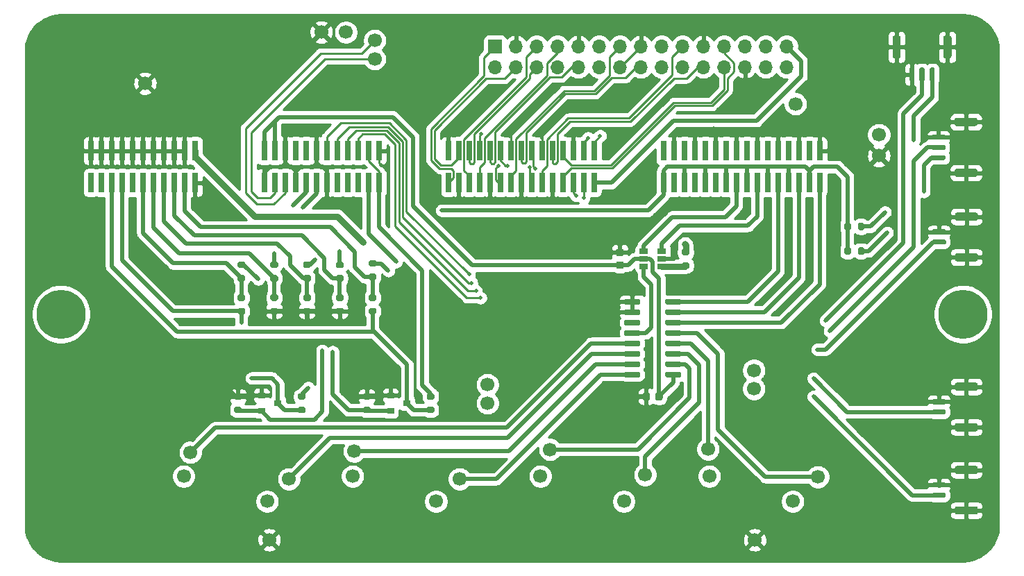
<source format=gbr>
%TF.GenerationSoftware,KiCad,Pcbnew,(5.1.10)-1*%
%TF.CreationDate,2021-08-26T14:05:13+08:00*%
%TF.ProjectId,Syrostan-Ext-DIO,5379726f-7374-4616-9e2d-4578742d4449,rev?*%
%TF.SameCoordinates,Original*%
%TF.FileFunction,Copper,L2,Bot*%
%TF.FilePolarity,Positive*%
%FSLAX46Y46*%
G04 Gerber Fmt 4.6, Leading zero omitted, Abs format (unit mm)*
G04 Created by KiCad (PCBNEW (5.1.10)-1) date 2021-08-26 14:05:13*
%MOMM*%
%LPD*%
G01*
G04 APERTURE LIST*
%TA.AperFunction,ComponentPad*%
%ADD10C,1.700000*%
%TD*%
%TA.AperFunction,ComponentPad*%
%ADD11O,1.700000X1.700000*%
%TD*%
%TA.AperFunction,ComponentPad*%
%ADD12R,1.700000X1.700000*%
%TD*%
%TA.AperFunction,SMDPad,CuDef*%
%ADD13R,0.740000X2.400000*%
%TD*%
%TA.AperFunction,SMDPad,CuDef*%
%ADD14R,0.900000X0.800000*%
%TD*%
%TA.AperFunction,SMDPad,CuDef*%
%ADD15R,1.060000X0.650000*%
%TD*%
%TA.AperFunction,ComponentPad*%
%ADD16C,6.000000*%
%TD*%
%TA.AperFunction,ViaPad*%
%ADD17C,0.500000*%
%TD*%
%TA.AperFunction,ViaPad*%
%ADD18C,0.800000*%
%TD*%
%TA.AperFunction,Conductor*%
%ADD19C,0.508000*%
%TD*%
%TA.AperFunction,Conductor*%
%ADD20C,0.254000*%
%TD*%
%TA.AperFunction,Conductor*%
%ADD21C,0.762000*%
%TD*%
%TA.AperFunction,Conductor*%
%ADD22C,0.100000*%
%TD*%
G04 APERTURE END LIST*
D10*
%TO.P,TP1,1*%
%TO.N,/TP_IO1*%
X115769858Y-121066064D03*
%TD*%
%TO.P,TP2,1*%
%TO.N,GND1*%
X125132902Y-127038843D03*
%TD*%
%TO.P,TP3,1*%
%TO.N,/TP_IO2*%
X127784064Y-124292016D03*
%TD*%
%TO.P,TP4,1*%
%TO.N,GND1*%
X114960000Y-123959939D03*
%TD*%
%TO.P,TP5,1*%
%TO.N,/TP_IO3*%
X135759665Y-120913667D03*
%TD*%
%TO.P,TP6,1*%
%TO.N,GND1*%
X135560057Y-123960013D03*
%TD*%
%TO.P,TP7,1*%
%TO.N,/TP_IO4*%
X148604056Y-124292016D03*
%TD*%
%TO.P,TP8,1*%
%TO.N,GND1*%
X151999999Y-115049939D03*
%TD*%
%TO.P,TP9,1*%
%TO.N,/TP_IO5*%
X159635657Y-120710465D03*
%TD*%
%TO.P,TP10,1*%
%TO.N,GND2*%
X179060001Y-123959939D03*
%TD*%
%TO.P,TP11,1*%
%TO.N,/TP_IO6*%
X171218146Y-123783997D03*
%TD*%
%TO.P,TP12,1*%
%TO.N,GND2*%
X184500000Y-113299940D03*
%TD*%
%TO.P,TP13,1*%
%TO.N,/TP_IO7*%
X178914252Y-120659661D03*
%TD*%
%TO.P,TP14,1*%
%TO.N,GND2*%
X189232908Y-127038843D03*
%TD*%
%TO.P,TP15,1*%
%TO.N,/TP_IO8*%
X192300131Y-124037957D03*
%TD*%
%TO.P,TP16,1*%
%TO.N,GND2*%
X158460068Y-123960013D03*
%TD*%
%TO.P,TP17,1*%
%TO.N,/TP_5V_1*%
X151999999Y-112799941D03*
%TD*%
%TO.P,TP18,1*%
%TO.N,GND1*%
X145732908Y-127038843D03*
%TD*%
%TO.P,TP19,1*%
%TO.N,/TP_5V_2*%
X184500000Y-111049939D03*
%TD*%
%TO.P,TP20,1*%
%TO.N,GND2*%
X168632902Y-127038843D03*
%TD*%
%TO.P,TP21,1*%
%TO.N,/TP_12V*%
X199750000Y-82299941D03*
%TD*%
%TO.P,TP22,1*%
%TO.N,GND*%
X110249999Y-76049941D03*
%TD*%
%TO.P,TP23,1*%
%TO.N,GND*%
X199750000Y-84869661D03*
%TD*%
%TO.P,TP24,1*%
%TO.N,/TP_3V3*%
X189575001Y-78549941D03*
%TD*%
%TO.P,TP25,1*%
%TO.N,GND*%
X131749999Y-69799940D03*
%TD*%
%TO.P,TP26,1*%
%TO.N,/TP_3V3MP*%
X134750001Y-69799940D03*
%TD*%
%TO.P,TP27,1*%
%TO.N,/IIC_SDA*%
X138249999Y-73049939D03*
%TD*%
%TO.P,TP28,1*%
%TO.N,/IIC_SCL*%
X138249999Y-70799941D03*
%TD*%
%TO.P,TP29,1*%
%TO.N,GND*%
X125378705Y-131744019D03*
%TD*%
%TO.P,TP30,1*%
%TO.N,GND*%
X184621295Y-131744019D03*
%TD*%
D11*
%TO.P,J1,30*%
%TO.N,+12V*%
X188489972Y-74072259D03*
%TO.P,J1,29*%
%TO.N,/+3V3MP*%
X188489972Y-71532259D03*
%TO.P,J1,28*%
%TO.N,/IIC_SCL*%
X185949972Y-74072259D03*
%TO.P,J1,27*%
%TO.N,+12V*%
X185949972Y-71532259D03*
%TO.P,J1,26*%
%TO.N,GND*%
X183409972Y-74072259D03*
%TO.P,J1,25*%
%TO.N,/IIC_SDA*%
X183409972Y-71532259D03*
%TO.P,J1,24*%
%TO.N,/LVDS7_P*%
X180869972Y-74072259D03*
%TO.P,J1,23*%
%TO.N,/LVDS7_N*%
X180869972Y-71532259D03*
%TO.P,J1,22*%
%TO.N,/LVDS6_N*%
X178329972Y-74072259D03*
%TO.P,J1,21*%
%TO.N,GND*%
X178329972Y-71532259D03*
%TO.P,J1,20*%
X175789972Y-74072259D03*
%TO.P,J1,19*%
%TO.N,/LVDS6_P*%
X175789972Y-71532259D03*
%TO.P,J1,18*%
%TO.N,/LVDS5_P*%
X173249972Y-74072259D03*
%TO.P,J1,17*%
%TO.N,/LVDS5_N*%
X173249972Y-71532259D03*
%TO.P,J1,16*%
%TO.N,/LVDS4_N*%
X170709972Y-74072259D03*
%TO.P,J1,15*%
%TO.N,GND*%
X170709972Y-71532259D03*
%TO.P,J1,14*%
X168169972Y-74072259D03*
%TO.P,J1,13*%
%TO.N,/LVDS4_P*%
X168169972Y-71532259D03*
%TO.P,J1,12*%
%TO.N,/LVDS3_P*%
X165629972Y-74072259D03*
%TO.P,J1,11*%
%TO.N,/LVDS3_N*%
X165629972Y-71532259D03*
%TO.P,J1,10*%
%TO.N,/LVDS2_N*%
X163089972Y-74072259D03*
%TO.P,J1,9*%
%TO.N,GND*%
X163089972Y-71532259D03*
%TO.P,J1,8*%
X160549972Y-74072259D03*
%TO.P,J1,7*%
%TO.N,/LVDS2_P*%
X160549972Y-71532259D03*
%TO.P,J1,6*%
%TO.N,/LVDS1_P*%
X158009972Y-74072259D03*
%TO.P,J1,5*%
%TO.N,/LVDS1_N*%
X158009972Y-71532259D03*
%TO.P,J1,4*%
%TO.N,/LVDS0_N*%
X155469972Y-74072259D03*
%TO.P,J1,3*%
%TO.N,GND*%
X155469972Y-71532259D03*
%TO.P,J1,2*%
X152929972Y-74072259D03*
D12*
%TO.P,J1,1*%
%TO.N,/LVDS0_P*%
X152929972Y-71532259D03*
%TD*%
D13*
%TO.P,J3,24*%
%TO.N,+5V*%
X124798333Y-84249969D03*
%TO.P,J3,23*%
%TO.N,GND*%
X124798333Y-88149969D03*
%TO.P,J3,22*%
%TO.N,+5V*%
X126068333Y-84249969D03*
%TO.P,J3,21*%
%TO.N,/IIC_SDA*%
X126068333Y-88149969D03*
%TO.P,J3,20*%
%TO.N,GND*%
X127338333Y-84249969D03*
%TO.P,J3,19*%
%TO.N,/IIC_SCL*%
X127338333Y-88149969D03*
%TO.P,J3,18*%
%TO.N,/MCU_IO11*%
X128608333Y-84249969D03*
%TO.P,J3,17*%
%TO.N,GND*%
X128608333Y-88149969D03*
%TO.P,J3,16*%
%TO.N,/MCU_IO10*%
X129878333Y-84249969D03*
%TO.P,J3,15*%
%TO.N,/MCU_IO5*%
X129878333Y-88149969D03*
%TO.P,J3,14*%
%TO.N,GND*%
X131148333Y-84249969D03*
%TO.P,J3,13*%
%TO.N,/MCU_IO4*%
X131148333Y-88149969D03*
%TO.P,J3,12*%
%TO.N,/MCU_IO9*%
X132418333Y-84249969D03*
%TO.P,J3,11*%
%TO.N,GND*%
X132418333Y-88149969D03*
%TO.P,J3,10*%
%TO.N,/MCU_IO8*%
X133688333Y-84249969D03*
%TO.P,J3,9*%
%TO.N,/MCU_IO3*%
X133688333Y-88149969D03*
%TO.P,J3,8*%
%TO.N,/MCU_IO7*%
X134958333Y-84249969D03*
%TO.P,J3,7*%
%TO.N,/MCU_IO2*%
X134958333Y-88149969D03*
%TO.P,J3,6*%
%TO.N,/MCU_IO6*%
X136228333Y-84249969D03*
%TO.P,J3,5*%
%TO.N,/MCU_IO1*%
X136228333Y-88149969D03*
%TO.P,J3,4*%
%TO.N,+3V3*%
X137498333Y-84249969D03*
%TO.P,J3,3*%
%TO.N,/MCU_IO0*%
X137498333Y-88149969D03*
%TO.P,J3,2*%
%TO.N,GND*%
X138768333Y-84249969D03*
%TO.P,J3,1*%
%TO.N,+3V3*%
X138768333Y-88149969D03*
%TD*%
%TO.P,J4,22*%
%TO.N,GND*%
X103650000Y-84249969D03*
%TO.P,J4,21*%
%TO.N,/DAC1*%
X103650000Y-88149969D03*
%TO.P,J4,20*%
%TO.N,GND*%
X104920000Y-84249969D03*
%TO.P,J4,19*%
%TO.N,/DAC0*%
X104920000Y-88149969D03*
%TO.P,J4,18*%
%TO.N,GND*%
X106190000Y-84249969D03*
%TO.P,J4,17*%
%TO.N,GND2*%
X106190000Y-88149969D03*
%TO.P,J4,16*%
%TO.N,GND*%
X107460000Y-84249969D03*
%TO.P,J4,15*%
%TO.N,GND1*%
X107460000Y-88149969D03*
%TO.P,J4,14*%
%TO.N,GND*%
X108730000Y-84249969D03*
%TO.P,J4,13*%
%TO.N,/ADC2*%
X108730000Y-88149969D03*
%TO.P,J4,12*%
%TO.N,GND*%
X110000000Y-84249969D03*
%TO.P,J4,11*%
%TO.N,/ADC3*%
X110000000Y-88149969D03*
%TO.P,J4,10*%
%TO.N,GND*%
X111270000Y-84249969D03*
%TO.P,J4,9*%
%TO.N,/ADC4*%
X111270000Y-88149969D03*
%TO.P,J4,8*%
%TO.N,GND*%
X112540000Y-84249969D03*
%TO.P,J4,7*%
%TO.N,/ADC5*%
X112540000Y-88149969D03*
%TO.P,J4,6*%
%TO.N,GND*%
X113810000Y-84249969D03*
%TO.P,J4,5*%
%TO.N,/ADC6*%
X113810000Y-88149969D03*
%TO.P,J4,4*%
%TO.N,GND*%
X115080000Y-84249969D03*
%TO.P,J4,3*%
%TO.N,/ADC7*%
X115080000Y-88149969D03*
%TO.P,J4,2*%
%TO.N,/HSADC*%
X116350000Y-84249969D03*
%TO.P,J4,1*%
%TO.N,GND*%
X116350000Y-88149969D03*
%TD*%
%TO.P,R1,2*%
%TO.N,/ADC6*%
%TA.AperFunction,SMDPad,CuDef*%
G36*
G01*
X133725000Y-99425000D02*
X134275000Y-99425000D01*
G75*
G02*
X134475000Y-99625000I0J-200000D01*
G01*
X134475000Y-100025000D01*
G75*
G02*
X134275000Y-100225000I-200000J0D01*
G01*
X133725000Y-100225000D01*
G75*
G02*
X133525000Y-100025000I0J200000D01*
G01*
X133525000Y-99625000D01*
G75*
G02*
X133725000Y-99425000I200000J0D01*
G01*
G37*
%TD.AperFunction*%
%TO.P,R1,1*%
%TO.N,/TP_12V*%
%TA.AperFunction,SMDPad,CuDef*%
G36*
G01*
X133725000Y-97775000D02*
X134275000Y-97775000D01*
G75*
G02*
X134475000Y-97975000I0J-200000D01*
G01*
X134475000Y-98375000D01*
G75*
G02*
X134275000Y-98575000I-200000J0D01*
G01*
X133725000Y-98575000D01*
G75*
G02*
X133525000Y-98375000I0J200000D01*
G01*
X133525000Y-97975000D01*
G75*
G02*
X133725000Y-97775000I200000J0D01*
G01*
G37*
%TD.AperFunction*%
%TD*%
%TO.P,R2,2*%
%TO.N,/ADC5*%
%TA.AperFunction,SMDPad,CuDef*%
G36*
G01*
X129725000Y-99425000D02*
X130275000Y-99425000D01*
G75*
G02*
X130475000Y-99625000I0J-200000D01*
G01*
X130475000Y-100025000D01*
G75*
G02*
X130275000Y-100225000I-200000J0D01*
G01*
X129725000Y-100225000D01*
G75*
G02*
X129525000Y-100025000I0J200000D01*
G01*
X129525000Y-99625000D01*
G75*
G02*
X129725000Y-99425000I200000J0D01*
G01*
G37*
%TD.AperFunction*%
%TO.P,R2,1*%
%TO.N,/TP_3V3*%
%TA.AperFunction,SMDPad,CuDef*%
G36*
G01*
X129725000Y-97775000D02*
X130275000Y-97775000D01*
G75*
G02*
X130475000Y-97975000I0J-200000D01*
G01*
X130475000Y-98375000D01*
G75*
G02*
X130275000Y-98575000I-200000J0D01*
G01*
X129725000Y-98575000D01*
G75*
G02*
X129525000Y-98375000I0J200000D01*
G01*
X129525000Y-97975000D01*
G75*
G02*
X129725000Y-97775000I200000J0D01*
G01*
G37*
%TD.AperFunction*%
%TD*%
%TO.P,R3,2*%
%TO.N,/ADC4*%
%TA.AperFunction,SMDPad,CuDef*%
G36*
G01*
X125725000Y-99425000D02*
X126275000Y-99425000D01*
G75*
G02*
X126475000Y-99625000I0J-200000D01*
G01*
X126475000Y-100025000D01*
G75*
G02*
X126275000Y-100225000I-200000J0D01*
G01*
X125725000Y-100225000D01*
G75*
G02*
X125525000Y-100025000I0J200000D01*
G01*
X125525000Y-99625000D01*
G75*
G02*
X125725000Y-99425000I200000J0D01*
G01*
G37*
%TD.AperFunction*%
%TO.P,R3,1*%
%TO.N,/TP_3V3MP*%
%TA.AperFunction,SMDPad,CuDef*%
G36*
G01*
X125725000Y-97775000D02*
X126275000Y-97775000D01*
G75*
G02*
X126475000Y-97975000I0J-200000D01*
G01*
X126475000Y-98375000D01*
G75*
G02*
X126275000Y-98575000I-200000J0D01*
G01*
X125725000Y-98575000D01*
G75*
G02*
X125525000Y-98375000I0J200000D01*
G01*
X125525000Y-97975000D01*
G75*
G02*
X125725000Y-97775000I200000J0D01*
G01*
G37*
%TD.AperFunction*%
%TD*%
%TO.P,R4,2*%
%TO.N,GND*%
%TA.AperFunction,SMDPad,CuDef*%
G36*
G01*
X133725000Y-103425000D02*
X134275000Y-103425000D01*
G75*
G02*
X134475000Y-103625000I0J-200000D01*
G01*
X134475000Y-104025000D01*
G75*
G02*
X134275000Y-104225000I-200000J0D01*
G01*
X133725000Y-104225000D01*
G75*
G02*
X133525000Y-104025000I0J200000D01*
G01*
X133525000Y-103625000D01*
G75*
G02*
X133725000Y-103425000I200000J0D01*
G01*
G37*
%TD.AperFunction*%
%TO.P,R4,1*%
%TO.N,/ADC6*%
%TA.AperFunction,SMDPad,CuDef*%
G36*
G01*
X133725000Y-101775000D02*
X134275000Y-101775000D01*
G75*
G02*
X134475000Y-101975000I0J-200000D01*
G01*
X134475000Y-102375000D01*
G75*
G02*
X134275000Y-102575000I-200000J0D01*
G01*
X133725000Y-102575000D01*
G75*
G02*
X133525000Y-102375000I0J200000D01*
G01*
X133525000Y-101975000D01*
G75*
G02*
X133725000Y-101775000I200000J0D01*
G01*
G37*
%TD.AperFunction*%
%TD*%
%TO.P,R5,2*%
%TO.N,GND*%
%TA.AperFunction,SMDPad,CuDef*%
G36*
G01*
X129725000Y-103425000D02*
X130275000Y-103425000D01*
G75*
G02*
X130475000Y-103625000I0J-200000D01*
G01*
X130475000Y-104025000D01*
G75*
G02*
X130275000Y-104225000I-200000J0D01*
G01*
X129725000Y-104225000D01*
G75*
G02*
X129525000Y-104025000I0J200000D01*
G01*
X129525000Y-103625000D01*
G75*
G02*
X129725000Y-103425000I200000J0D01*
G01*
G37*
%TD.AperFunction*%
%TO.P,R5,1*%
%TO.N,/ADC5*%
%TA.AperFunction,SMDPad,CuDef*%
G36*
G01*
X129725000Y-101775000D02*
X130275000Y-101775000D01*
G75*
G02*
X130475000Y-101975000I0J-200000D01*
G01*
X130475000Y-102375000D01*
G75*
G02*
X130275000Y-102575000I-200000J0D01*
G01*
X129725000Y-102575000D01*
G75*
G02*
X129525000Y-102375000I0J200000D01*
G01*
X129525000Y-101975000D01*
G75*
G02*
X129725000Y-101775000I200000J0D01*
G01*
G37*
%TD.AperFunction*%
%TD*%
%TO.P,R6,2*%
%TO.N,GND*%
%TA.AperFunction,SMDPad,CuDef*%
G36*
G01*
X125725000Y-103425000D02*
X126275000Y-103425000D01*
G75*
G02*
X126475000Y-103625000I0J-200000D01*
G01*
X126475000Y-104025000D01*
G75*
G02*
X126275000Y-104225000I-200000J0D01*
G01*
X125725000Y-104225000D01*
G75*
G02*
X125525000Y-104025000I0J200000D01*
G01*
X125525000Y-103625000D01*
G75*
G02*
X125725000Y-103425000I200000J0D01*
G01*
G37*
%TD.AperFunction*%
%TO.P,R6,1*%
%TO.N,/ADC4*%
%TA.AperFunction,SMDPad,CuDef*%
G36*
G01*
X125725000Y-101775000D02*
X126275000Y-101775000D01*
G75*
G02*
X126475000Y-101975000I0J-200000D01*
G01*
X126475000Y-102375000D01*
G75*
G02*
X126275000Y-102575000I-200000J0D01*
G01*
X125725000Y-102575000D01*
G75*
G02*
X125525000Y-102375000I0J200000D01*
G01*
X125525000Y-101975000D01*
G75*
G02*
X125725000Y-101775000I200000J0D01*
G01*
G37*
%TD.AperFunction*%
%TD*%
%TO.P,R7,2*%
%TO.N,/ADC3*%
%TA.AperFunction,SMDPad,CuDef*%
G36*
G01*
X121725000Y-99425000D02*
X122275000Y-99425000D01*
G75*
G02*
X122475000Y-99625000I0J-200000D01*
G01*
X122475000Y-100025000D01*
G75*
G02*
X122275000Y-100225000I-200000J0D01*
G01*
X121725000Y-100225000D01*
G75*
G02*
X121525000Y-100025000I0J200000D01*
G01*
X121525000Y-99625000D01*
G75*
G02*
X121725000Y-99425000I200000J0D01*
G01*
G37*
%TD.AperFunction*%
%TO.P,R7,1*%
%TO.N,/TP_5V_1*%
%TA.AperFunction,SMDPad,CuDef*%
G36*
G01*
X121725000Y-97775000D02*
X122275000Y-97775000D01*
G75*
G02*
X122475000Y-97975000I0J-200000D01*
G01*
X122475000Y-98375000D01*
G75*
G02*
X122275000Y-98575000I-200000J0D01*
G01*
X121725000Y-98575000D01*
G75*
G02*
X121525000Y-98375000I0J200000D01*
G01*
X121525000Y-97975000D01*
G75*
G02*
X121725000Y-97775000I200000J0D01*
G01*
G37*
%TD.AperFunction*%
%TD*%
%TO.P,R8,2*%
%TO.N,/ADC7*%
%TA.AperFunction,SMDPad,CuDef*%
G36*
G01*
X137725000Y-99250000D02*
X138275000Y-99250000D01*
G75*
G02*
X138475000Y-99450000I0J-200000D01*
G01*
X138475000Y-99850000D01*
G75*
G02*
X138275000Y-100050000I-200000J0D01*
G01*
X137725000Y-100050000D01*
G75*
G02*
X137525000Y-99850000I0J200000D01*
G01*
X137525000Y-99450000D01*
G75*
G02*
X137725000Y-99250000I200000J0D01*
G01*
G37*
%TD.AperFunction*%
%TO.P,R8,1*%
%TO.N,/TP_5V_2*%
%TA.AperFunction,SMDPad,CuDef*%
G36*
G01*
X137725000Y-97600000D02*
X138275000Y-97600000D01*
G75*
G02*
X138475000Y-97800000I0J-200000D01*
G01*
X138475000Y-98200000D01*
G75*
G02*
X138275000Y-98400000I-200000J0D01*
G01*
X137725000Y-98400000D01*
G75*
G02*
X137525000Y-98200000I0J200000D01*
G01*
X137525000Y-97800000D01*
G75*
G02*
X137725000Y-97600000I200000J0D01*
G01*
G37*
%TD.AperFunction*%
%TD*%
%TO.P,R9,2*%
%TO.N,GND1*%
%TA.AperFunction,SMDPad,CuDef*%
G36*
G01*
X121725000Y-103425000D02*
X122275000Y-103425000D01*
G75*
G02*
X122475000Y-103625000I0J-200000D01*
G01*
X122475000Y-104025000D01*
G75*
G02*
X122275000Y-104225000I-200000J0D01*
G01*
X121725000Y-104225000D01*
G75*
G02*
X121525000Y-104025000I0J200000D01*
G01*
X121525000Y-103625000D01*
G75*
G02*
X121725000Y-103425000I200000J0D01*
G01*
G37*
%TD.AperFunction*%
%TO.P,R9,1*%
%TO.N,/ADC3*%
%TA.AperFunction,SMDPad,CuDef*%
G36*
G01*
X121725000Y-101775000D02*
X122275000Y-101775000D01*
G75*
G02*
X122475000Y-101975000I0J-200000D01*
G01*
X122475000Y-102375000D01*
G75*
G02*
X122275000Y-102575000I-200000J0D01*
G01*
X121725000Y-102575000D01*
G75*
G02*
X121525000Y-102375000I0J200000D01*
G01*
X121525000Y-101975000D01*
G75*
G02*
X121725000Y-101775000I200000J0D01*
G01*
G37*
%TD.AperFunction*%
%TD*%
%TO.P,R10,2*%
%TO.N,GND2*%
%TA.AperFunction,SMDPad,CuDef*%
G36*
G01*
X137725000Y-103425000D02*
X138275000Y-103425000D01*
G75*
G02*
X138475000Y-103625000I0J-200000D01*
G01*
X138475000Y-104025000D01*
G75*
G02*
X138275000Y-104225000I-200000J0D01*
G01*
X137725000Y-104225000D01*
G75*
G02*
X137525000Y-104025000I0J200000D01*
G01*
X137525000Y-103625000D01*
G75*
G02*
X137725000Y-103425000I200000J0D01*
G01*
G37*
%TD.AperFunction*%
%TO.P,R10,1*%
%TO.N,/ADC7*%
%TA.AperFunction,SMDPad,CuDef*%
G36*
G01*
X137725000Y-101775000D02*
X138275000Y-101775000D01*
G75*
G02*
X138475000Y-101975000I0J-200000D01*
G01*
X138475000Y-102375000D01*
G75*
G02*
X138275000Y-102575000I-200000J0D01*
G01*
X137725000Y-102575000D01*
G75*
G02*
X137525000Y-102375000I0J200000D01*
G01*
X137525000Y-101975000D01*
G75*
G02*
X137725000Y-101775000I200000J0D01*
G01*
G37*
%TD.AperFunction*%
%TD*%
%TO.P,C4,2*%
%TO.N,GND*%
%TA.AperFunction,SMDPad,CuDef*%
G36*
G01*
X171824969Y-114000000D02*
X171824969Y-114500000D01*
G75*
G02*
X171599969Y-114725000I-225000J0D01*
G01*
X171149969Y-114725000D01*
G75*
G02*
X170924969Y-114500000I0J225000D01*
G01*
X170924969Y-114000000D01*
G75*
G02*
X171149969Y-113775000I225000J0D01*
G01*
X171599969Y-113775000D01*
G75*
G02*
X171824969Y-114000000I0J-225000D01*
G01*
G37*
%TD.AperFunction*%
%TO.P,C4,1*%
%TO.N,+5V*%
%TA.AperFunction,SMDPad,CuDef*%
G36*
G01*
X173374969Y-114000000D02*
X173374969Y-114500000D01*
G75*
G02*
X173149969Y-114725000I-225000J0D01*
G01*
X172699969Y-114725000D01*
G75*
G02*
X172474969Y-114500000I0J225000D01*
G01*
X172474969Y-114000000D01*
G75*
G02*
X172699969Y-113775000I225000J0D01*
G01*
X173149969Y-113775000D01*
G75*
G02*
X173374969Y-114000000I0J-225000D01*
G01*
G37*
%TD.AperFunction*%
%TD*%
%TO.P,U1,16*%
%TO.N,+5V*%
%TA.AperFunction,SMDPad,CuDef*%
G36*
G01*
X173649969Y-111734969D02*
X173649969Y-111434969D01*
G75*
G02*
X173799969Y-111284969I150000J0D01*
G01*
X175499969Y-111284969D01*
G75*
G02*
X175649969Y-111434969I0J-150000D01*
G01*
X175649969Y-111734969D01*
G75*
G02*
X175499969Y-111884969I-150000J0D01*
G01*
X173799969Y-111884969D01*
G75*
G02*
X173649969Y-111734969I0J150000D01*
G01*
G37*
%TD.AperFunction*%
%TO.P,U1,15*%
%TO.N,/TP_IO5*%
%TA.AperFunction,SMDPad,CuDef*%
G36*
G01*
X173649969Y-110464969D02*
X173649969Y-110164969D01*
G75*
G02*
X173799969Y-110014969I150000J0D01*
G01*
X175499969Y-110014969D01*
G75*
G02*
X175649969Y-110164969I0J-150000D01*
G01*
X175649969Y-110464969D01*
G75*
G02*
X175499969Y-110614969I-150000J0D01*
G01*
X173799969Y-110614969D01*
G75*
G02*
X173649969Y-110464969I0J150000D01*
G01*
G37*
%TD.AperFunction*%
%TO.P,U1,14*%
%TO.N,/TP_IO6*%
%TA.AperFunction,SMDPad,CuDef*%
G36*
G01*
X173649969Y-109194969D02*
X173649969Y-108894969D01*
G75*
G02*
X173799969Y-108744969I150000J0D01*
G01*
X175499969Y-108744969D01*
G75*
G02*
X175649969Y-108894969I0J-150000D01*
G01*
X175649969Y-109194969D01*
G75*
G02*
X175499969Y-109344969I-150000J0D01*
G01*
X173799969Y-109344969D01*
G75*
G02*
X173649969Y-109194969I0J150000D01*
G01*
G37*
%TD.AperFunction*%
%TO.P,U1,13*%
%TO.N,/TP_IO7*%
%TA.AperFunction,SMDPad,CuDef*%
G36*
G01*
X173649969Y-107924969D02*
X173649969Y-107624969D01*
G75*
G02*
X173799969Y-107474969I150000J0D01*
G01*
X175499969Y-107474969D01*
G75*
G02*
X175649969Y-107624969I0J-150000D01*
G01*
X175649969Y-107924969D01*
G75*
G02*
X175499969Y-108074969I-150000J0D01*
G01*
X173799969Y-108074969D01*
G75*
G02*
X173649969Y-107924969I0J150000D01*
G01*
G37*
%TD.AperFunction*%
%TO.P,U1,12*%
%TO.N,/TP_IO8*%
%TA.AperFunction,SMDPad,CuDef*%
G36*
G01*
X173649969Y-106654969D02*
X173649969Y-106354969D01*
G75*
G02*
X173799969Y-106204969I150000J0D01*
G01*
X175499969Y-106204969D01*
G75*
G02*
X175649969Y-106354969I0J-150000D01*
G01*
X175649969Y-106654969D01*
G75*
G02*
X175499969Y-106804969I-150000J0D01*
G01*
X173799969Y-106804969D01*
G75*
G02*
X173649969Y-106654969I0J150000D01*
G01*
G37*
%TD.AperFunction*%
%TO.P,U1,11*%
%TO.N,/FPGA_IO15*%
%TA.AperFunction,SMDPad,CuDef*%
G36*
G01*
X173649969Y-105384969D02*
X173649969Y-105084969D01*
G75*
G02*
X173799969Y-104934969I150000J0D01*
G01*
X175499969Y-104934969D01*
G75*
G02*
X175649969Y-105084969I0J-150000D01*
G01*
X175649969Y-105384969D01*
G75*
G02*
X175499969Y-105534969I-150000J0D01*
G01*
X173799969Y-105534969D01*
G75*
G02*
X173649969Y-105384969I0J150000D01*
G01*
G37*
%TD.AperFunction*%
%TO.P,U1,10*%
%TO.N,/FPGA_IO13*%
%TA.AperFunction,SMDPad,CuDef*%
G36*
G01*
X173649969Y-104114969D02*
X173649969Y-103814969D01*
G75*
G02*
X173799969Y-103664969I150000J0D01*
G01*
X175499969Y-103664969D01*
G75*
G02*
X175649969Y-103814969I0J-150000D01*
G01*
X175649969Y-104114969D01*
G75*
G02*
X175499969Y-104264969I-150000J0D01*
G01*
X173799969Y-104264969D01*
G75*
G02*
X173649969Y-104114969I0J150000D01*
G01*
G37*
%TD.AperFunction*%
%TO.P,U1,9*%
%TO.N,/FPGA_IO11*%
%TA.AperFunction,SMDPad,CuDef*%
G36*
G01*
X173649969Y-102844969D02*
X173649969Y-102544969D01*
G75*
G02*
X173799969Y-102394969I150000J0D01*
G01*
X175499969Y-102394969D01*
G75*
G02*
X175649969Y-102544969I0J-150000D01*
G01*
X175649969Y-102844969D01*
G75*
G02*
X175499969Y-102994969I-150000J0D01*
G01*
X173799969Y-102994969D01*
G75*
G02*
X173649969Y-102844969I0J150000D01*
G01*
G37*
%TD.AperFunction*%
%TO.P,U1,8*%
%TO.N,GND*%
%TA.AperFunction,SMDPad,CuDef*%
G36*
G01*
X168649969Y-102844969D02*
X168649969Y-102544969D01*
G75*
G02*
X168799969Y-102394969I150000J0D01*
G01*
X170499969Y-102394969D01*
G75*
G02*
X170649969Y-102544969I0J-150000D01*
G01*
X170649969Y-102844969D01*
G75*
G02*
X170499969Y-102994969I-150000J0D01*
G01*
X168799969Y-102994969D01*
G75*
G02*
X168649969Y-102844969I0J150000D01*
G01*
G37*
%TD.AperFunction*%
%TO.P,U1,7*%
%TA.AperFunction,SMDPad,CuDef*%
G36*
G01*
X168649969Y-104114969D02*
X168649969Y-103814969D01*
G75*
G02*
X168799969Y-103664969I150000J0D01*
G01*
X170499969Y-103664969D01*
G75*
G02*
X170649969Y-103814969I0J-150000D01*
G01*
X170649969Y-104114969D01*
G75*
G02*
X170499969Y-104264969I-150000J0D01*
G01*
X168799969Y-104264969D01*
G75*
G02*
X168649969Y-104114969I0J150000D01*
G01*
G37*
%TD.AperFunction*%
%TO.P,U1,6*%
%TO.N,Net-(U1-Pad6)*%
%TA.AperFunction,SMDPad,CuDef*%
G36*
G01*
X168649969Y-105384969D02*
X168649969Y-105084969D01*
G75*
G02*
X168799969Y-104934969I150000J0D01*
G01*
X170499969Y-104934969D01*
G75*
G02*
X170649969Y-105084969I0J-150000D01*
G01*
X170649969Y-105384969D01*
G75*
G02*
X170499969Y-105534969I-150000J0D01*
G01*
X168799969Y-105534969D01*
G75*
G02*
X168649969Y-105384969I0J150000D01*
G01*
G37*
%TD.AperFunction*%
%TO.P,U1,5*%
%TO.N,/IO_MUX*%
%TA.AperFunction,SMDPad,CuDef*%
G36*
G01*
X168649969Y-106654969D02*
X168649969Y-106354969D01*
G75*
G02*
X168799969Y-106204969I150000J0D01*
G01*
X170499969Y-106204969D01*
G75*
G02*
X170649969Y-106354969I0J-150000D01*
G01*
X170649969Y-106654969D01*
G75*
G02*
X170499969Y-106804969I-150000J0D01*
G01*
X168799969Y-106804969D01*
G75*
G02*
X168649969Y-106654969I0J150000D01*
G01*
G37*
%TD.AperFunction*%
%TO.P,U1,4*%
%TO.N,/TP_IO1*%
%TA.AperFunction,SMDPad,CuDef*%
G36*
G01*
X168649969Y-107924969D02*
X168649969Y-107624969D01*
G75*
G02*
X168799969Y-107474969I150000J0D01*
G01*
X170499969Y-107474969D01*
G75*
G02*
X170649969Y-107624969I0J-150000D01*
G01*
X170649969Y-107924969D01*
G75*
G02*
X170499969Y-108074969I-150000J0D01*
G01*
X168799969Y-108074969D01*
G75*
G02*
X168649969Y-107924969I0J150000D01*
G01*
G37*
%TD.AperFunction*%
%TO.P,U1,3*%
%TO.N,/TP_IO2*%
%TA.AperFunction,SMDPad,CuDef*%
G36*
G01*
X168649969Y-109194969D02*
X168649969Y-108894969D01*
G75*
G02*
X168799969Y-108744969I150000J0D01*
G01*
X170499969Y-108744969D01*
G75*
G02*
X170649969Y-108894969I0J-150000D01*
G01*
X170649969Y-109194969D01*
G75*
G02*
X170499969Y-109344969I-150000J0D01*
G01*
X168799969Y-109344969D01*
G75*
G02*
X168649969Y-109194969I0J150000D01*
G01*
G37*
%TD.AperFunction*%
%TO.P,U1,2*%
%TO.N,/TP_IO3*%
%TA.AperFunction,SMDPad,CuDef*%
G36*
G01*
X168649969Y-110464969D02*
X168649969Y-110164969D01*
G75*
G02*
X168799969Y-110014969I150000J0D01*
G01*
X170499969Y-110014969D01*
G75*
G02*
X170649969Y-110164969I0J-150000D01*
G01*
X170649969Y-110464969D01*
G75*
G02*
X170499969Y-110614969I-150000J0D01*
G01*
X168799969Y-110614969D01*
G75*
G02*
X168649969Y-110464969I0J150000D01*
G01*
G37*
%TD.AperFunction*%
%TO.P,U1,1*%
%TO.N,/TP_IO4*%
%TA.AperFunction,SMDPad,CuDef*%
G36*
G01*
X168649969Y-111734969D02*
X168649969Y-111434969D01*
G75*
G02*
X168799969Y-111284969I150000J0D01*
G01*
X170499969Y-111284969D01*
G75*
G02*
X170649969Y-111434969I0J-150000D01*
G01*
X170649969Y-111734969D01*
G75*
G02*
X170499969Y-111884969I-150000J0D01*
G01*
X168799969Y-111884969D01*
G75*
G02*
X168649969Y-111734969I0J150000D01*
G01*
G37*
%TD.AperFunction*%
%TD*%
%TO.P,R11,2*%
%TO.N,Net-(J6-Pad1)*%
%TA.AperFunction,SMDPad,CuDef*%
G36*
G01*
X197175000Y-96775000D02*
X197175000Y-96225000D01*
G75*
G02*
X197375000Y-96025000I200000J0D01*
G01*
X197775000Y-96025000D01*
G75*
G02*
X197975000Y-96225000I0J-200000D01*
G01*
X197975000Y-96775000D01*
G75*
G02*
X197775000Y-96975000I-200000J0D01*
G01*
X197375000Y-96975000D01*
G75*
G02*
X197175000Y-96775000I0J200000D01*
G01*
G37*
%TD.AperFunction*%
%TO.P,R11,1*%
%TO.N,+3V3*%
%TA.AperFunction,SMDPad,CuDef*%
G36*
G01*
X195525000Y-96775000D02*
X195525000Y-96225000D01*
G75*
G02*
X195725000Y-96025000I200000J0D01*
G01*
X196125000Y-96025000D01*
G75*
G02*
X196325000Y-96225000I0J-200000D01*
G01*
X196325000Y-96775000D01*
G75*
G02*
X196125000Y-96975000I-200000J0D01*
G01*
X195725000Y-96975000D01*
G75*
G02*
X195525000Y-96775000I0J200000D01*
G01*
G37*
%TD.AperFunction*%
%TD*%
%TO.P,R12,2*%
%TO.N,Net-(J7-Pad1)*%
%TA.AperFunction,SMDPad,CuDef*%
G36*
G01*
X197175000Y-93775000D02*
X197175000Y-93225000D01*
G75*
G02*
X197375000Y-93025000I200000J0D01*
G01*
X197775000Y-93025000D01*
G75*
G02*
X197975000Y-93225000I0J-200000D01*
G01*
X197975000Y-93775000D01*
G75*
G02*
X197775000Y-93975000I-200000J0D01*
G01*
X197375000Y-93975000D01*
G75*
G02*
X197175000Y-93775000I0J200000D01*
G01*
G37*
%TD.AperFunction*%
%TO.P,R12,1*%
%TO.N,+3V3*%
%TA.AperFunction,SMDPad,CuDef*%
G36*
G01*
X195525000Y-93775000D02*
X195525000Y-93225000D01*
G75*
G02*
X195725000Y-93025000I200000J0D01*
G01*
X196125000Y-93025000D01*
G75*
G02*
X196325000Y-93225000I0J-200000D01*
G01*
X196325000Y-93775000D01*
G75*
G02*
X196125000Y-93975000I-200000J0D01*
G01*
X195725000Y-93975000D01*
G75*
G02*
X195525000Y-93775000I0J200000D01*
G01*
G37*
%TD.AperFunction*%
%TD*%
%TO.P,J5,32*%
%TO.N,/FPGA_IO15*%
X192525000Y-88149969D03*
%TO.P,J5,31*%
%TO.N,GND*%
X192525000Y-84249969D03*
%TO.P,J5,30*%
%TO.N,+3V3*%
X191255000Y-88149969D03*
%TO.P,J5,29*%
%TO.N,/FPGA_IO14*%
X191255000Y-84249969D03*
%TO.P,J5,28*%
%TO.N,/FPGA_IO13*%
X189985000Y-88149969D03*
%TO.P,J5,27*%
%TO.N,GND*%
X189985000Y-84249969D03*
%TO.P,J5,26*%
%TO.N,+3V3*%
X188715000Y-88149969D03*
%TO.P,J5,25*%
%TO.N,/FPGA_IO12*%
X188715000Y-84249969D03*
%TO.P,J5,24*%
%TO.N,/FPGA_IO11*%
X187445000Y-88149969D03*
%TO.P,J5,23*%
%TO.N,GND*%
X187445000Y-84249969D03*
%TO.P,J5,22*%
%TO.N,+3V3*%
X186175000Y-88149969D03*
%TO.P,J5,21*%
%TO.N,/FPGA_IO10*%
X186175000Y-84249969D03*
%TO.P,J5,20*%
%TO.N,/FPGA_IO9*%
X184905000Y-88149969D03*
%TO.P,J5,19*%
%TO.N,GND*%
X184905000Y-84249969D03*
%TO.P,J5,18*%
%TO.N,+3V3*%
X183635000Y-88149969D03*
%TO.P,J5,17*%
%TO.N,/FPGA_IO8*%
X183635000Y-84249969D03*
%TO.P,J5,16*%
%TO.N,/FPGA_IO7*%
X182365000Y-88149969D03*
%TO.P,J5,15*%
%TO.N,GND*%
X182365000Y-84249969D03*
%TO.P,J5,14*%
%TO.N,+3V3*%
X181095000Y-88149969D03*
%TO.P,J5,13*%
%TO.N,/FPGA_IO6*%
X181095000Y-84249969D03*
%TO.P,J5,12*%
%TO.N,/FPGA_IO5*%
X179825000Y-88149969D03*
%TO.P,J5,11*%
%TO.N,GND*%
X179825000Y-84249969D03*
%TO.P,J5,10*%
%TO.N,+3V3*%
X178555000Y-88149969D03*
%TO.P,J5,9*%
%TO.N,/FPGA_IO4*%
X178555000Y-84249969D03*
%TO.P,J5,8*%
%TO.N,/FPGA_IO3*%
X177285000Y-88149969D03*
%TO.P,J5,7*%
%TO.N,GND*%
X177285000Y-84249969D03*
%TO.P,J5,6*%
%TO.N,+3V3*%
X176015000Y-88149969D03*
%TO.P,J5,5*%
%TO.N,/FPGA_IO2*%
X176015000Y-84249969D03*
%TO.P,J5,4*%
%TO.N,/FPGA_IO1*%
X174745000Y-88149969D03*
%TO.P,J5,3*%
%TO.N,GND*%
X174745000Y-84249969D03*
%TO.P,J5,2*%
%TO.N,+3V3*%
X173475000Y-88149969D03*
%TO.P,J5,1*%
%TO.N,/FPGA_IO0*%
X173475000Y-84249969D03*
%TD*%
%TO.P,J6,MP*%
%TO.N,GND*%
%TA.AperFunction,SMDPad,CuDef*%
G36*
G01*
X211520000Y-81250000D02*
X209220000Y-81250000D01*
G75*
G02*
X208970000Y-81000000I0J250000D01*
G01*
X208970000Y-80500000D01*
G75*
G02*
X209220000Y-80250000I250000J0D01*
G01*
X211520000Y-80250000D01*
G75*
G02*
X211770000Y-80500000I0J-250000D01*
G01*
X211770000Y-81000000D01*
G75*
G02*
X211520000Y-81250000I-250000J0D01*
G01*
G37*
%TD.AperFunction*%
%TA.AperFunction,SMDPad,CuDef*%
G36*
G01*
X211520000Y-87450000D02*
X209220000Y-87450000D01*
G75*
G02*
X208970000Y-87200000I0J250000D01*
G01*
X208970000Y-86700000D01*
G75*
G02*
X209220000Y-86450000I250000J0D01*
G01*
X211520000Y-86450000D01*
G75*
G02*
X211770000Y-86700000I0J-250000D01*
G01*
X211770000Y-87200000D01*
G75*
G02*
X211520000Y-87450000I-250000J0D01*
G01*
G37*
%TD.AperFunction*%
%TO.P,J6,3*%
%TA.AperFunction,SMDPad,CuDef*%
G36*
G01*
X207720000Y-82900000D02*
X206320000Y-82900000D01*
G75*
G02*
X206170000Y-82750000I0J150000D01*
G01*
X206170000Y-82450000D01*
G75*
G02*
X206320000Y-82300000I150000J0D01*
G01*
X207720000Y-82300000D01*
G75*
G02*
X207870000Y-82450000I0J-150000D01*
G01*
X207870000Y-82750000D01*
G75*
G02*
X207720000Y-82900000I-150000J0D01*
G01*
G37*
%TD.AperFunction*%
%TO.P,J6,2*%
%TO.N,/MCU_IO8*%
%TA.AperFunction,SMDPad,CuDef*%
G36*
G01*
X207720000Y-84150000D02*
X206320000Y-84150000D01*
G75*
G02*
X206170000Y-84000000I0J150000D01*
G01*
X206170000Y-83700000D01*
G75*
G02*
X206320000Y-83550000I150000J0D01*
G01*
X207720000Y-83550000D01*
G75*
G02*
X207870000Y-83700000I0J-150000D01*
G01*
X207870000Y-84000000D01*
G75*
G02*
X207720000Y-84150000I-150000J0D01*
G01*
G37*
%TD.AperFunction*%
%TO.P,J6,1*%
%TO.N,Net-(J6-Pad1)*%
%TA.AperFunction,SMDPad,CuDef*%
G36*
G01*
X207720000Y-85400000D02*
X206320000Y-85400000D01*
G75*
G02*
X206170000Y-85250000I0J150000D01*
G01*
X206170000Y-84950000D01*
G75*
G02*
X206320000Y-84800000I150000J0D01*
G01*
X207720000Y-84800000D01*
G75*
G02*
X207870000Y-84950000I0J-150000D01*
G01*
X207870000Y-85250000D01*
G75*
G02*
X207720000Y-85400000I-150000J0D01*
G01*
G37*
%TD.AperFunction*%
%TD*%
%TO.P,J7,MP*%
%TO.N,GND*%
%TA.AperFunction,SMDPad,CuDef*%
G36*
G01*
X202400000Y-70450000D02*
X202400000Y-72750000D01*
G75*
G02*
X202150000Y-73000000I-250000J0D01*
G01*
X201650000Y-73000000D01*
G75*
G02*
X201400000Y-72750000I0J250000D01*
G01*
X201400000Y-70450000D01*
G75*
G02*
X201650000Y-70200000I250000J0D01*
G01*
X202150000Y-70200000D01*
G75*
G02*
X202400000Y-70450000I0J-250000D01*
G01*
G37*
%TD.AperFunction*%
%TA.AperFunction,SMDPad,CuDef*%
G36*
G01*
X208600000Y-70450000D02*
X208600000Y-72750000D01*
G75*
G02*
X208350000Y-73000000I-250000J0D01*
G01*
X207850000Y-73000000D01*
G75*
G02*
X207600000Y-72750000I0J250000D01*
G01*
X207600000Y-70450000D01*
G75*
G02*
X207850000Y-70200000I250000J0D01*
G01*
X208350000Y-70200000D01*
G75*
G02*
X208600000Y-70450000I0J-250000D01*
G01*
G37*
%TD.AperFunction*%
%TO.P,J7,3*%
%TA.AperFunction,SMDPad,CuDef*%
G36*
G01*
X204050000Y-74250000D02*
X204050000Y-75650000D01*
G75*
G02*
X203900000Y-75800000I-150000J0D01*
G01*
X203600000Y-75800000D01*
G75*
G02*
X203450000Y-75650000I0J150000D01*
G01*
X203450000Y-74250000D01*
G75*
G02*
X203600000Y-74100000I150000J0D01*
G01*
X203900000Y-74100000D01*
G75*
G02*
X204050000Y-74250000I0J-150000D01*
G01*
G37*
%TD.AperFunction*%
%TO.P,J7,2*%
%TO.N,/MCU_IO9*%
%TA.AperFunction,SMDPad,CuDef*%
G36*
G01*
X205300000Y-74250000D02*
X205300000Y-75650000D01*
G75*
G02*
X205150000Y-75800000I-150000J0D01*
G01*
X204850000Y-75800000D01*
G75*
G02*
X204700000Y-75650000I0J150000D01*
G01*
X204700000Y-74250000D01*
G75*
G02*
X204850000Y-74100000I150000J0D01*
G01*
X205150000Y-74100000D01*
G75*
G02*
X205300000Y-74250000I0J-150000D01*
G01*
G37*
%TD.AperFunction*%
%TO.P,J7,1*%
%TO.N,Net-(J7-Pad1)*%
%TA.AperFunction,SMDPad,CuDef*%
G36*
G01*
X206550000Y-74250000D02*
X206550000Y-75650000D01*
G75*
G02*
X206400000Y-75800000I-150000J0D01*
G01*
X206100000Y-75800000D01*
G75*
G02*
X205950000Y-75650000I0J150000D01*
G01*
X205950000Y-74250000D01*
G75*
G02*
X206100000Y-74100000I150000J0D01*
G01*
X206400000Y-74100000D01*
G75*
G02*
X206550000Y-74250000I0J-150000D01*
G01*
G37*
%TD.AperFunction*%
%TD*%
%TO.P,J8,MP*%
%TO.N,GND*%
%TA.AperFunction,SMDPad,CuDef*%
G36*
G01*
X211560000Y-123695000D02*
X209260000Y-123695000D01*
G75*
G02*
X209010000Y-123445000I0J250000D01*
G01*
X209010000Y-122945000D01*
G75*
G02*
X209260000Y-122695000I250000J0D01*
G01*
X211560000Y-122695000D01*
G75*
G02*
X211810000Y-122945000I0J-250000D01*
G01*
X211810000Y-123445000D01*
G75*
G02*
X211560000Y-123695000I-250000J0D01*
G01*
G37*
%TD.AperFunction*%
%TA.AperFunction,SMDPad,CuDef*%
G36*
G01*
X211560000Y-128645000D02*
X209260000Y-128645000D01*
G75*
G02*
X209010000Y-128395000I0J250000D01*
G01*
X209010000Y-127895000D01*
G75*
G02*
X209260000Y-127645000I250000J0D01*
G01*
X211560000Y-127645000D01*
G75*
G02*
X211810000Y-127895000I0J-250000D01*
G01*
X211810000Y-128395000D01*
G75*
G02*
X211560000Y-128645000I-250000J0D01*
G01*
G37*
%TD.AperFunction*%
%TO.P,J8,2*%
%TA.AperFunction,SMDPad,CuDef*%
G36*
G01*
X207760000Y-125345000D02*
X206360000Y-125345000D01*
G75*
G02*
X206210000Y-125195000I0J150000D01*
G01*
X206210000Y-124895000D01*
G75*
G02*
X206360000Y-124745000I150000J0D01*
G01*
X207760000Y-124745000D01*
G75*
G02*
X207910000Y-124895000I0J-150000D01*
G01*
X207910000Y-125195000D01*
G75*
G02*
X207760000Y-125345000I-150000J0D01*
G01*
G37*
%TD.AperFunction*%
%TO.P,J8,1*%
%TO.N,/MCU_IO0*%
%TA.AperFunction,SMDPad,CuDef*%
G36*
G01*
X207760000Y-126595000D02*
X206360000Y-126595000D01*
G75*
G02*
X206210000Y-126445000I0J150000D01*
G01*
X206210000Y-126145000D01*
G75*
G02*
X206360000Y-125995000I150000J0D01*
G01*
X207760000Y-125995000D01*
G75*
G02*
X207910000Y-126145000I0J-150000D01*
G01*
X207910000Y-126445000D01*
G75*
G02*
X207760000Y-126595000I-150000J0D01*
G01*
G37*
%TD.AperFunction*%
%TD*%
%TO.P,J9,MP*%
%TO.N,GND*%
%TA.AperFunction,SMDPad,CuDef*%
G36*
G01*
X211560000Y-113538334D02*
X209260000Y-113538334D01*
G75*
G02*
X209010000Y-113288334I0J250000D01*
G01*
X209010000Y-112788334D01*
G75*
G02*
X209260000Y-112538334I250000J0D01*
G01*
X211560000Y-112538334D01*
G75*
G02*
X211810000Y-112788334I0J-250000D01*
G01*
X211810000Y-113288334D01*
G75*
G02*
X211560000Y-113538334I-250000J0D01*
G01*
G37*
%TD.AperFunction*%
%TA.AperFunction,SMDPad,CuDef*%
G36*
G01*
X211560000Y-118488334D02*
X209260000Y-118488334D01*
G75*
G02*
X209010000Y-118238334I0J250000D01*
G01*
X209010000Y-117738334D01*
G75*
G02*
X209260000Y-117488334I250000J0D01*
G01*
X211560000Y-117488334D01*
G75*
G02*
X211810000Y-117738334I0J-250000D01*
G01*
X211810000Y-118238334D01*
G75*
G02*
X211560000Y-118488334I-250000J0D01*
G01*
G37*
%TD.AperFunction*%
%TO.P,J9,2*%
%TA.AperFunction,SMDPad,CuDef*%
G36*
G01*
X207760000Y-115188334D02*
X206360000Y-115188334D01*
G75*
G02*
X206210000Y-115038334I0J150000D01*
G01*
X206210000Y-114738334D01*
G75*
G02*
X206360000Y-114588334I150000J0D01*
G01*
X207760000Y-114588334D01*
G75*
G02*
X207910000Y-114738334I0J-150000D01*
G01*
X207910000Y-115038334D01*
G75*
G02*
X207760000Y-115188334I-150000J0D01*
G01*
G37*
%TD.AperFunction*%
%TO.P,J9,1*%
%TO.N,/MCU_IO6*%
%TA.AperFunction,SMDPad,CuDef*%
G36*
G01*
X207760000Y-116438334D02*
X206360000Y-116438334D01*
G75*
G02*
X206210000Y-116288334I0J150000D01*
G01*
X206210000Y-115988334D01*
G75*
G02*
X206360000Y-115838334I150000J0D01*
G01*
X207760000Y-115838334D01*
G75*
G02*
X207910000Y-115988334I0J-150000D01*
G01*
X207910000Y-116288334D01*
G75*
G02*
X207760000Y-116438334I-150000J0D01*
G01*
G37*
%TD.AperFunction*%
%TD*%
%TO.P,J10,MP*%
%TO.N,GND*%
%TA.AperFunction,SMDPad,CuDef*%
G36*
G01*
X211570000Y-92799969D02*
X209270000Y-92799969D01*
G75*
G02*
X209020000Y-92549969I0J250000D01*
G01*
X209020000Y-92049969D01*
G75*
G02*
X209270000Y-91799969I250000J0D01*
G01*
X211570000Y-91799969D01*
G75*
G02*
X211820000Y-92049969I0J-250000D01*
G01*
X211820000Y-92549969D01*
G75*
G02*
X211570000Y-92799969I-250000J0D01*
G01*
G37*
%TD.AperFunction*%
%TA.AperFunction,SMDPad,CuDef*%
G36*
G01*
X211570000Y-97749969D02*
X209270000Y-97749969D01*
G75*
G02*
X209020000Y-97499969I0J250000D01*
G01*
X209020000Y-96999969D01*
G75*
G02*
X209270000Y-96749969I250000J0D01*
G01*
X211570000Y-96749969D01*
G75*
G02*
X211820000Y-96999969I0J-250000D01*
G01*
X211820000Y-97499969D01*
G75*
G02*
X211570000Y-97749969I-250000J0D01*
G01*
G37*
%TD.AperFunction*%
%TO.P,J10,2*%
%TA.AperFunction,SMDPad,CuDef*%
G36*
G01*
X207770000Y-94449969D02*
X206370000Y-94449969D01*
G75*
G02*
X206220000Y-94299969I0J150000D01*
G01*
X206220000Y-93999969D01*
G75*
G02*
X206370000Y-93849969I150000J0D01*
G01*
X207770000Y-93849969D01*
G75*
G02*
X207920000Y-93999969I0J-150000D01*
G01*
X207920000Y-94299969D01*
G75*
G02*
X207770000Y-94449969I-150000J0D01*
G01*
G37*
%TD.AperFunction*%
%TO.P,J10,1*%
%TO.N,/MCU_IO7*%
%TA.AperFunction,SMDPad,CuDef*%
G36*
G01*
X207770000Y-95699969D02*
X206370000Y-95699969D01*
G75*
G02*
X206220000Y-95549969I0J150000D01*
G01*
X206220000Y-95249969D01*
G75*
G02*
X206370000Y-95099969I150000J0D01*
G01*
X207770000Y-95099969D01*
G75*
G02*
X207920000Y-95249969I0J-150000D01*
G01*
X207920000Y-95549969D01*
G75*
G02*
X207770000Y-95699969I-150000J0D01*
G01*
G37*
%TD.AperFunction*%
%TD*%
%TO.P,C1,2*%
%TO.N,GND*%
%TA.AperFunction,SMDPad,CuDef*%
G36*
G01*
X168400000Y-97115000D02*
X167900000Y-97115000D01*
G75*
G02*
X167675000Y-96890000I0J225000D01*
G01*
X167675000Y-96440000D01*
G75*
G02*
X167900000Y-96215000I225000J0D01*
G01*
X168400000Y-96215000D01*
G75*
G02*
X168625000Y-96440000I0J-225000D01*
G01*
X168625000Y-96890000D01*
G75*
G02*
X168400000Y-97115000I-225000J0D01*
G01*
G37*
%TD.AperFunction*%
%TO.P,C1,1*%
%TO.N,+5V*%
%TA.AperFunction,SMDPad,CuDef*%
G36*
G01*
X168400000Y-98665000D02*
X167900000Y-98665000D01*
G75*
G02*
X167675000Y-98440000I0J225000D01*
G01*
X167675000Y-97990000D01*
G75*
G02*
X167900000Y-97765000I225000J0D01*
G01*
X168400000Y-97765000D01*
G75*
G02*
X168625000Y-97990000I0J-225000D01*
G01*
X168625000Y-98440000D01*
G75*
G02*
X168400000Y-98665000I-225000J0D01*
G01*
G37*
%TD.AperFunction*%
%TD*%
D14*
%TO.P,Q1,3*%
%TO.N,GND1*%
X126465000Y-115060000D03*
%TO.P,Q1,2*%
%TO.N,GND*%
X124465000Y-114110000D03*
%TO.P,Q1,1*%
%TO.N,/MCU_IO5*%
X124465000Y-116010000D03*
%TD*%
%TO.P,Q2,3*%
%TO.N,GND2*%
X142185000Y-115060000D03*
%TO.P,Q2,2*%
%TO.N,GND*%
X140185000Y-114110000D03*
%TO.P,Q2,1*%
%TO.N,/MCU_IO4*%
X140185000Y-116010000D03*
%TD*%
%TO.P,R13,2*%
%TO.N,/HSADC*%
%TA.AperFunction,SMDPad,CuDef*%
G36*
G01*
X176445000Y-97015000D02*
X175895000Y-97015000D01*
G75*
G02*
X175695000Y-96815000I0J200000D01*
G01*
X175695000Y-96415000D01*
G75*
G02*
X175895000Y-96215000I200000J0D01*
G01*
X176445000Y-96215000D01*
G75*
G02*
X176645000Y-96415000I0J-200000D01*
G01*
X176645000Y-96815000D01*
G75*
G02*
X176445000Y-97015000I-200000J0D01*
G01*
G37*
%TD.AperFunction*%
%TO.P,R13,1*%
%TO.N,Net-(R13-Pad1)*%
%TA.AperFunction,SMDPad,CuDef*%
G36*
G01*
X176445000Y-98665000D02*
X175895000Y-98665000D01*
G75*
G02*
X175695000Y-98465000I0J200000D01*
G01*
X175695000Y-98065000D01*
G75*
G02*
X175895000Y-97865000I200000J0D01*
G01*
X176445000Y-97865000D01*
G75*
G02*
X176645000Y-98065000I0J-200000D01*
G01*
X176645000Y-98465000D01*
G75*
G02*
X176445000Y-98665000I-200000J0D01*
G01*
G37*
%TD.AperFunction*%
%TD*%
%TO.P,R14,2*%
%TO.N,+3V3*%
%TA.AperFunction,SMDPad,CuDef*%
G36*
G01*
X129625000Y-114635000D02*
X129075000Y-114635000D01*
G75*
G02*
X128875000Y-114435000I0J200000D01*
G01*
X128875000Y-114035000D01*
G75*
G02*
X129075000Y-113835000I200000J0D01*
G01*
X129625000Y-113835000D01*
G75*
G02*
X129825000Y-114035000I0J-200000D01*
G01*
X129825000Y-114435000D01*
G75*
G02*
X129625000Y-114635000I-200000J0D01*
G01*
G37*
%TD.AperFunction*%
%TO.P,R14,1*%
%TO.N,GND1*%
%TA.AperFunction,SMDPad,CuDef*%
G36*
G01*
X129625000Y-116285000D02*
X129075000Y-116285000D01*
G75*
G02*
X128875000Y-116085000I0J200000D01*
G01*
X128875000Y-115685000D01*
G75*
G02*
X129075000Y-115485000I200000J0D01*
G01*
X129625000Y-115485000D01*
G75*
G02*
X129825000Y-115685000I0J-200000D01*
G01*
X129825000Y-116085000D01*
G75*
G02*
X129625000Y-116285000I-200000J0D01*
G01*
G37*
%TD.AperFunction*%
%TD*%
%TO.P,R15,2*%
%TO.N,+3V3*%
%TA.AperFunction,SMDPad,CuDef*%
G36*
G01*
X145345000Y-114635000D02*
X144795000Y-114635000D01*
G75*
G02*
X144595000Y-114435000I0J200000D01*
G01*
X144595000Y-114035000D01*
G75*
G02*
X144795000Y-113835000I200000J0D01*
G01*
X145345000Y-113835000D01*
G75*
G02*
X145545000Y-114035000I0J-200000D01*
G01*
X145545000Y-114435000D01*
G75*
G02*
X145345000Y-114635000I-200000J0D01*
G01*
G37*
%TD.AperFunction*%
%TO.P,R15,1*%
%TO.N,GND2*%
%TA.AperFunction,SMDPad,CuDef*%
G36*
G01*
X145345000Y-116285000D02*
X144795000Y-116285000D01*
G75*
G02*
X144595000Y-116085000I0J200000D01*
G01*
X144595000Y-115685000D01*
G75*
G02*
X144795000Y-115485000I200000J0D01*
G01*
X145345000Y-115485000D01*
G75*
G02*
X145545000Y-115685000I0J-200000D01*
G01*
X145545000Y-116085000D01*
G75*
G02*
X145345000Y-116285000I-200000J0D01*
G01*
G37*
%TD.AperFunction*%
%TD*%
%TO.P,R16,2*%
%TO.N,/MCU_IO5*%
%TA.AperFunction,SMDPad,CuDef*%
G36*
G01*
X121305000Y-115485000D02*
X121855000Y-115485000D01*
G75*
G02*
X122055000Y-115685000I0J-200000D01*
G01*
X122055000Y-116085000D01*
G75*
G02*
X121855000Y-116285000I-200000J0D01*
G01*
X121305000Y-116285000D01*
G75*
G02*
X121105000Y-116085000I0J200000D01*
G01*
X121105000Y-115685000D01*
G75*
G02*
X121305000Y-115485000I200000J0D01*
G01*
G37*
%TD.AperFunction*%
%TO.P,R16,1*%
%TO.N,GND*%
%TA.AperFunction,SMDPad,CuDef*%
G36*
G01*
X121305000Y-113835000D02*
X121855000Y-113835000D01*
G75*
G02*
X122055000Y-114035000I0J-200000D01*
G01*
X122055000Y-114435000D01*
G75*
G02*
X121855000Y-114635000I-200000J0D01*
G01*
X121305000Y-114635000D01*
G75*
G02*
X121105000Y-114435000I0J200000D01*
G01*
X121105000Y-114035000D01*
G75*
G02*
X121305000Y-113835000I200000J0D01*
G01*
G37*
%TD.AperFunction*%
%TD*%
%TO.P,R17,2*%
%TO.N,/MCU_IO4*%
%TA.AperFunction,SMDPad,CuDef*%
G36*
G01*
X137025000Y-115485000D02*
X137575000Y-115485000D01*
G75*
G02*
X137775000Y-115685000I0J-200000D01*
G01*
X137775000Y-116085000D01*
G75*
G02*
X137575000Y-116285000I-200000J0D01*
G01*
X137025000Y-116285000D01*
G75*
G02*
X136825000Y-116085000I0J200000D01*
G01*
X136825000Y-115685000D01*
G75*
G02*
X137025000Y-115485000I200000J0D01*
G01*
G37*
%TD.AperFunction*%
%TO.P,R17,1*%
%TO.N,GND*%
%TA.AperFunction,SMDPad,CuDef*%
G36*
G01*
X137025000Y-113835000D02*
X137575000Y-113835000D01*
G75*
G02*
X137775000Y-114035000I0J-200000D01*
G01*
X137775000Y-114435000D01*
G75*
G02*
X137575000Y-114635000I-200000J0D01*
G01*
X137025000Y-114635000D01*
G75*
G02*
X136825000Y-114435000I0J200000D01*
G01*
X136825000Y-114035000D01*
G75*
G02*
X137025000Y-113835000I200000J0D01*
G01*
G37*
%TD.AperFunction*%
%TD*%
D15*
%TO.P,U2,5*%
%TO.N,+5V*%
X171060000Y-97440000D03*
%TO.P,U2,6*%
%TO.N,/FPGA_IO7*%
X171060000Y-96490000D03*
%TO.P,U2,4*%
%TO.N,/IO_MUX*%
X171060000Y-98390000D03*
%TO.P,U2,3*%
%TO.N,Net-(R13-Pad1)*%
X173260000Y-98390000D03*
%TO.P,U2,2*%
%TO.N,GND*%
X173260000Y-97440000D03*
%TO.P,U2,1*%
%TO.N,/FPGA_IO9*%
X173260000Y-96490000D03*
%TD*%
D13*
%TO.P,J2,30*%
%TO.N,/+3V3MP*%
X165006666Y-88149969D03*
%TO.P,J2,29*%
%TO.N,+12V*%
X165006666Y-84249969D03*
%TO.P,J2,28*%
X163736666Y-88149969D03*
%TO.P,J2,27*%
%TO.N,/IIC_SCL*%
X163736666Y-84249969D03*
%TO.P,J2,26*%
%TO.N,/IIC_SDA*%
X162466666Y-88149969D03*
%TO.P,J2,25*%
%TO.N,GND*%
X162466666Y-84249969D03*
%TO.P,J2,24*%
%TO.N,/LVDS7_N*%
X161196666Y-88149969D03*
%TO.P,J2,23*%
%TO.N,/LVDS7_P*%
X161196666Y-84249969D03*
%TO.P,J2,22*%
%TO.N,GND*%
X159926666Y-88149969D03*
%TO.P,J2,21*%
%TO.N,/LVDS6_N*%
X159926666Y-84249969D03*
%TO.P,J2,20*%
%TO.N,/LVDS6_P*%
X158656666Y-88149969D03*
%TO.P,J2,19*%
%TO.N,GND*%
X158656666Y-84249969D03*
%TO.P,J2,18*%
%TO.N,/LVDS5_N*%
X157386666Y-88149969D03*
%TO.P,J2,17*%
%TO.N,/LVDS5_P*%
X157386666Y-84249969D03*
%TO.P,J2,16*%
%TO.N,GND*%
X156116666Y-88149969D03*
%TO.P,J2,15*%
%TO.N,/LVDS4_N*%
X156116666Y-84249969D03*
%TO.P,J2,14*%
%TO.N,/LVDS4_P*%
X154846666Y-88149969D03*
%TO.P,J2,13*%
%TO.N,GND*%
X154846666Y-84249969D03*
%TO.P,J2,12*%
%TO.N,/LVDS3_N*%
X153576666Y-88149969D03*
%TO.P,J2,11*%
%TO.N,/LVDS3_P*%
X153576666Y-84249969D03*
%TO.P,J2,10*%
%TO.N,GND*%
X152306666Y-88149969D03*
%TO.P,J2,9*%
%TO.N,/LVDS2_N*%
X152306666Y-84249969D03*
%TO.P,J2,8*%
%TO.N,/LVDS2_P*%
X151036666Y-88149969D03*
%TO.P,J2,7*%
%TO.N,GND*%
X151036666Y-84249969D03*
%TO.P,J2,6*%
%TO.N,/LVDS1_N*%
X149766666Y-88149969D03*
%TO.P,J2,5*%
%TO.N,/LVDS1_P*%
X149766666Y-84249969D03*
%TO.P,J2,4*%
%TO.N,GND*%
X148496666Y-88149969D03*
%TO.P,J2,3*%
%TO.N,/LVDS0_N*%
X148496666Y-84249969D03*
%TO.P,J2,2*%
%TO.N,/LVDS0_P*%
X147226666Y-88149969D03*
%TO.P,J2,1*%
%TO.N,GND*%
X147226666Y-84249969D03*
%TD*%
D16*
%TO.P,REF\u002A\u002A,*%
%TO.N,*%
X100000000Y-104199969D03*
%TD*%
%TO.P,REF\u002A\u002A,*%
%TO.N,*%
X210000000Y-104199969D03*
%TD*%
D17*
%TO.N,+12V*%
X163736666Y-90023334D03*
X165750000Y-82440000D03*
%TO.N,/IIC_SCL*%
X164300000Y-82690000D03*
%TO.N,/IIC_SDA*%
X162800000Y-89710000D03*
%TO.N,GND*%
X139000000Y-86000000D03*
D18*
X170000000Y-114250000D03*
D17*
X116350000Y-90850000D03*
X115080000Y-82170000D03*
X113810000Y-82190000D03*
X112540000Y-82210000D03*
X111270000Y-82230000D03*
X110000000Y-82250000D03*
X108730000Y-82270000D03*
X107460000Y-82290000D03*
X106190000Y-82310000D03*
X104920000Y-82330000D03*
X103650000Y-82350000D03*
X126713333Y-86213333D03*
X129250000Y-86250000D03*
X131773333Y-86226667D03*
X160000000Y-107000000D03*
X165000000Y-123000000D03*
X142000000Y-103000000D03*
X136000000Y-77000000D03*
X186000000Y-96000000D03*
X147000000Y-105000000D03*
X188700000Y-97070000D03*
X191300000Y-97210000D03*
X119910000Y-112880000D03*
X136060000Y-114240000D03*
X169355000Y-96665000D03*
X174810000Y-97440000D03*
X167535031Y-104034010D03*
X116970000Y-101800000D03*
X116990000Y-105170000D03*
X108870000Y-92250000D03*
X183670000Y-90960000D03*
X158660000Y-96669969D03*
X150740000Y-79130000D03*
X163820000Y-78890000D03*
X166950000Y-84140000D03*
X170080000Y-88960000D03*
X179560000Y-81569969D03*
X151260000Y-82190000D03*
X177000000Y-91199969D03*
X170370000Y-76789969D03*
X159570000Y-76999969D03*
X176810000Y-76399969D03*
X132014969Y-103825000D03*
X185090000Y-76129969D03*
%TO.N,/LVDS5_N*%
X157120000Y-86270000D03*
%TO.N,/LVDS5_P*%
X157860000Y-86450000D03*
%TO.N,/LVDS3_N*%
X153310000Y-86080000D03*
%TO.N,/LVDS3_P*%
X154410000Y-86090000D03*
%TO.N,+3V3*%
X130150000Y-113160000D03*
X144050000Y-112840000D03*
X146430000Y-91540000D03*
X138768333Y-91301667D03*
D18*
%TO.N,/HSADC*%
X136820000Y-95409969D03*
X176120000Y-95679969D03*
D17*
%TO.N,/TP_12V*%
X134000000Y-96500000D03*
%TO.N,/TP_3V3*%
X131000000Y-97500000D03*
%TO.N,/TP_3V3MP*%
X126000000Y-96750000D03*
%TO.N,/MCU_IO0*%
X191750000Y-114250000D03*
X140880000Y-97799969D03*
%TO.N,/TP_5V_1*%
X124040000Y-99940000D03*
%TO.N,/TP_5V_2*%
X139930000Y-98899969D03*
%TO.N,GND1*%
X123250000Y-112000000D03*
X122000000Y-105250000D03*
%TO.N,GND2*%
X142190000Y-110350000D03*
%TO.N,/MCU_IO4*%
X133130000Y-108780000D03*
X129460000Y-91189969D03*
%TO.N,/MCU_IO5*%
X131860000Y-108630000D03*
X128290000Y-90919969D03*
%TO.N,/MCU_IO9*%
X193250002Y-105000000D03*
X149790000Y-99330000D03*
%TO.N,/MCU_IO8*%
X150080000Y-100400000D03*
X193750000Y-106250000D03*
%TO.N,/MCU_IO7*%
X192250000Y-108500000D03*
X150600000Y-101380000D03*
%TO.N,/MCU_IO6*%
X191750000Y-112026668D03*
X151170000Y-102220000D03*
%TO.N,Net-(J6-Pad1)*%
X205250000Y-89250000D03*
X200750000Y-94250000D03*
%TO.N,Net-(J7-Pad1)*%
X204000000Y-83000000D03*
X200500000Y-91750000D03*
%TD*%
D19*
%TO.N,/+3V3MP*%
X188489972Y-71532259D02*
X190260000Y-73302287D01*
X190260000Y-73302287D02*
X190260000Y-75149969D01*
X190260000Y-75149969D02*
X184820000Y-80589969D01*
X184820000Y-80589969D02*
X174700000Y-80589969D01*
X167140000Y-88149969D02*
X165006666Y-88149969D01*
X174700000Y-80589969D02*
X167140000Y-88149969D01*
D20*
%TO.N,+12V*%
X163736666Y-88149969D02*
X163736666Y-90023334D01*
X165006666Y-84249969D02*
X165006666Y-83183334D01*
X165006666Y-83183334D02*
X165750000Y-82440000D01*
X165750000Y-82440000D02*
X165750000Y-82440000D01*
X163736666Y-90023334D02*
X163736666Y-90023334D01*
%TO.N,/IIC_SCL*%
X163736666Y-83253334D02*
X164300000Y-82690000D01*
X163736666Y-84249969D02*
X163736666Y-83253334D01*
X131650031Y-72349969D02*
X136699971Y-72349969D01*
X122500000Y-89429969D02*
X122500000Y-81500000D01*
X136699971Y-72349969D02*
X138249999Y-70799941D01*
X123870000Y-90799969D02*
X122500000Y-89429969D01*
X125950031Y-90799969D02*
X123870000Y-90799969D01*
X127338333Y-89411667D02*
X125950031Y-90799969D01*
X122500000Y-81500000D02*
X131650031Y-72349969D01*
X127338333Y-88149969D02*
X127338333Y-89411667D01*
%TO.N,/IIC_SDA*%
X132200061Y-73049939D02*
X138249999Y-73049939D01*
X123250000Y-82000000D02*
X132200061Y-73049939D01*
X124000000Y-90000000D02*
X123250000Y-89250000D01*
X125500000Y-90000000D02*
X124000000Y-90000000D01*
X126068333Y-89431667D02*
X125500000Y-90000000D01*
X123250000Y-89250000D02*
X123250000Y-82000000D01*
X126068333Y-88149969D02*
X126068333Y-89431667D01*
X162466666Y-89376666D02*
X162800000Y-89710000D01*
X162466666Y-88149969D02*
X162466666Y-89376666D01*
D19*
%TO.N,GND*%
X171374969Y-114250000D02*
X170000000Y-114250000D01*
X170000000Y-114250000D02*
X170000000Y-114250000D01*
D20*
X103650000Y-84249969D02*
X103650000Y-82350000D01*
X104920000Y-84249969D02*
X104920000Y-82330000D01*
X106190000Y-84249969D02*
X106190000Y-82310000D01*
X107460000Y-84249969D02*
X107460000Y-82290000D01*
X108730000Y-84249969D02*
X108730000Y-82270000D01*
X110000000Y-84249969D02*
X110000000Y-82250000D01*
X111270000Y-84249969D02*
X111270000Y-82230000D01*
X112540000Y-84249969D02*
X112540000Y-82210000D01*
X113810000Y-84249969D02*
X113810000Y-82190000D01*
X115080000Y-84249969D02*
X115080000Y-82170000D01*
X116350000Y-88149969D02*
X116350000Y-90850000D01*
X116350000Y-90850000D02*
X116350000Y-90850000D01*
X115080000Y-82170000D02*
X115080000Y-82170000D01*
X113810000Y-82190000D02*
X113810000Y-82190000D01*
X112540000Y-82210000D02*
X112540000Y-82210000D01*
X111270000Y-82230000D02*
X111270000Y-82230000D01*
X110000000Y-82250000D02*
X110000000Y-82250000D01*
X108730000Y-82270000D02*
X108730000Y-82270000D01*
X107460000Y-82290000D02*
X107460000Y-82290000D01*
X106190000Y-82310000D02*
X106190000Y-82310000D01*
X104920000Y-82330000D02*
X104920000Y-82330000D01*
X103650000Y-82350000D02*
X103650000Y-82350000D01*
X167535031Y-103964969D02*
X167535031Y-103964969D01*
X127338333Y-84249969D02*
X127338333Y-85588333D01*
X128608333Y-86858333D02*
X128608333Y-88149969D01*
X127338333Y-85588333D02*
X128608333Y-86858333D01*
X124798333Y-88149969D02*
X124798333Y-86951667D01*
X124798333Y-86951667D02*
X125500000Y-86250000D01*
X126676666Y-86250000D02*
X126713333Y-86213333D01*
X125500000Y-86250000D02*
X126676666Y-86250000D01*
X126713333Y-86213333D02*
X127338333Y-85588333D01*
X131148333Y-84249969D02*
X131148333Y-85601667D01*
X131148333Y-85601667D02*
X130500000Y-86250000D01*
X129216666Y-86250000D02*
X128608333Y-86858333D01*
X130500000Y-86250000D02*
X129250000Y-86250000D01*
X131796666Y-86250000D02*
X131773333Y-86226667D01*
X132418333Y-86871667D02*
X131796666Y-86250000D01*
X132418333Y-88149969D02*
X132418333Y-86871667D01*
X129250000Y-86250000D02*
X129216666Y-86250000D01*
X131773333Y-86226667D02*
X131148333Y-85601667D01*
X138768333Y-85768333D02*
X139000000Y-86000000D01*
X138768333Y-84249969D02*
X138768333Y-85768333D01*
D19*
X121705000Y-114110000D02*
X121580000Y-114235000D01*
X124465000Y-114110000D02*
X121705000Y-114110000D01*
X137425000Y-114110000D02*
X137300000Y-114235000D01*
X140185000Y-114110000D02*
X137425000Y-114110000D01*
X126000000Y-103825000D02*
X132014969Y-103825000D01*
X121265000Y-114235000D02*
X119910000Y-112880000D01*
X121580000Y-114235000D02*
X121265000Y-114235000D01*
X137300000Y-114235000D02*
X136065000Y-114235000D01*
X136065000Y-114235000D02*
X136060000Y-114240000D01*
X130000000Y-103825000D02*
X130000000Y-105149998D01*
X130000000Y-105149998D02*
X130000002Y-105150000D01*
X168150000Y-96665000D02*
X169355000Y-96665000D01*
X169355000Y-96665000D02*
X169355000Y-96665000D01*
X173260000Y-97440000D02*
X174810000Y-97440000D01*
X174810000Y-97440000D02*
X174810000Y-97440000D01*
D20*
X169649969Y-103964969D02*
X167604072Y-103964969D01*
X167604072Y-103964969D02*
X167535031Y-104034010D01*
X158656666Y-84249969D02*
X158656666Y-82013334D01*
X161780000Y-78890000D02*
X163820000Y-78890000D01*
X158656666Y-82013334D02*
X161780000Y-78890000D01*
X151036666Y-82413334D02*
X151260000Y-82190000D01*
X151036666Y-84249969D02*
X151036666Y-82413334D01*
X168169972Y-74072259D02*
X170709972Y-71532259D01*
X154846666Y-81723303D02*
X154846666Y-84249969D01*
X159570000Y-76999969D02*
X154846666Y-81723303D01*
X147226666Y-82643334D02*
X147226666Y-84249969D01*
X150740000Y-79130000D02*
X147226666Y-82643334D01*
D19*
X132014969Y-103825000D02*
X134000000Y-103825000D01*
D20*
%TO.N,/LVDS7_N*%
X182090000Y-74610000D02*
X182090000Y-73550000D01*
X180869972Y-72329972D02*
X180869972Y-71532259D01*
X181250972Y-75449028D02*
X182090000Y-74610000D01*
X182090000Y-73550000D02*
X180869972Y-72329972D01*
X181250972Y-76908436D02*
X181250972Y-75449028D01*
X179398908Y-78760500D02*
X181250972Y-76908436D01*
X162198964Y-86390469D02*
X167228939Y-86390469D01*
X161196666Y-87392767D02*
X162198964Y-86390469D01*
X174858908Y-78760500D02*
X179398908Y-78760500D01*
X167228939Y-86390469D02*
X174858908Y-78760500D01*
X161196666Y-88149969D02*
X161196666Y-87392767D01*
%TO.N,/LVDS7_P*%
X180869972Y-76750620D02*
X180869972Y-74072259D01*
X179241092Y-78379500D02*
X180869972Y-76750620D01*
X174701092Y-78379500D02*
X179241092Y-78379500D01*
X167071123Y-86009469D02*
X174701092Y-78379500D01*
X162198964Y-86009469D02*
X167071123Y-86009469D01*
X161196666Y-85007171D02*
X162198964Y-86009469D01*
X161196666Y-84249969D02*
X161196666Y-85007171D01*
%TO.N,/LVDS6_N*%
X160330000Y-85850000D02*
X160080000Y-85850000D01*
X160560000Y-85620000D02*
X160330000Y-85850000D01*
X159926666Y-85696666D02*
X159926666Y-84249969D01*
X160560000Y-82180000D02*
X160560000Y-85620000D01*
X169451639Y-80680000D02*
X162060000Y-80680000D01*
X176310000Y-75400000D02*
X174731639Y-75400000D01*
X160080000Y-85850000D02*
X159926666Y-85696666D01*
X162060000Y-80680000D02*
X160560000Y-82180000D01*
X174731639Y-75400000D02*
X169451639Y-80680000D01*
X177637741Y-74072259D02*
X176310000Y-75400000D01*
X178329972Y-74072259D02*
X177637741Y-74072259D01*
%TO.N,/LVDS6_P*%
X158656666Y-86695969D02*
X158656666Y-88149969D01*
X161850444Y-80298989D02*
X159280666Y-82868767D01*
X159280666Y-82868767D02*
X159280666Y-86071969D01*
X174540000Y-72782231D02*
X174540000Y-75052809D01*
X175789972Y-71532259D02*
X174540000Y-72782231D01*
X174540000Y-75052809D02*
X169293820Y-80298989D01*
X169293820Y-80298989D02*
X161850444Y-80298989D01*
X159280666Y-86071969D02*
X158656666Y-86695969D01*
%TO.N,/LVDS5_N*%
X157120000Y-87883303D02*
X157120000Y-86270000D01*
X157386666Y-88149969D02*
X157120000Y-87883303D01*
%TO.N,/LVDS5_P*%
X157860000Y-86440000D02*
X157624001Y-86204001D01*
X157860000Y-86450000D02*
X157860000Y-86440000D01*
X157624001Y-84487304D02*
X157386666Y-84249969D01*
X157624001Y-86204001D02*
X157624001Y-84487304D01*
%TO.N,/LVDS4_N*%
X170147710Y-74072259D02*
X170709972Y-74072259D01*
X167151639Y-75360000D02*
X168859969Y-75360000D01*
X165201639Y-77310000D02*
X167151639Y-75360000D01*
X161510000Y-77310000D02*
X165201639Y-77310000D01*
X168859969Y-75360000D02*
X170147710Y-74072259D01*
X156560000Y-85790000D02*
X156740000Y-85610000D01*
X156740000Y-82080000D02*
X161510000Y-77310000D01*
X156330031Y-85790000D02*
X156560000Y-85790000D01*
X156740000Y-85610000D02*
X156740000Y-82080000D01*
X156116666Y-85576635D02*
X156330031Y-85790000D01*
X156116666Y-84249969D02*
X156116666Y-85576635D01*
%TO.N,/LVDS4_P*%
X166900000Y-75072809D02*
X166900000Y-72802231D01*
X165043820Y-76928989D02*
X166900000Y-75072809D01*
X161352181Y-76928989D02*
X165043820Y-76928989D01*
X155470667Y-82810503D02*
X161352181Y-76928989D01*
X155470667Y-86695968D02*
X155470667Y-82810503D01*
X154846666Y-87319969D02*
X155470667Y-86695968D01*
X166900000Y-72802231D02*
X168169972Y-71532259D01*
X154846666Y-88149969D02*
X154846666Y-87319969D01*
%TO.N,/LVDS3_N*%
X153576666Y-88149969D02*
X153329969Y-88149969D01*
X153329969Y-88149969D02*
X153000000Y-87820000D01*
X153000000Y-87820000D02*
X153000000Y-86390000D01*
X153000000Y-86390000D02*
X153310000Y-86080000D01*
%TO.N,/LVDS3_P*%
X153576666Y-84249969D02*
X153576666Y-85456666D01*
X154210000Y-86090000D02*
X154410000Y-86090000D01*
X153576666Y-85456666D02*
X154210000Y-86090000D01*
%TO.N,/LVDS2_N*%
X152306666Y-85606666D02*
X152306666Y-84249969D01*
X152740000Y-85809969D02*
X152509969Y-85809969D01*
X152509969Y-85809969D02*
X152306666Y-85606666D01*
X152920000Y-85629969D02*
X152740000Y-85809969D01*
X159601639Y-75290000D02*
X152920000Y-81971639D01*
X161059969Y-75290000D02*
X159601639Y-75290000D01*
X162277710Y-74072259D02*
X161059969Y-75290000D01*
X152920000Y-81971639D02*
X152920000Y-85629969D01*
X163089972Y-74072259D02*
X162277710Y-74072259D01*
%TO.N,/LVDS2_P*%
X151036666Y-86277171D02*
X151036666Y-88149969D01*
X151660667Y-85653170D02*
X151036666Y-86277171D01*
X159270000Y-75082823D02*
X151660667Y-82692156D01*
X151660667Y-82692156D02*
X151660667Y-85653170D01*
X159270000Y-73549969D02*
X159270000Y-75082823D01*
X160549972Y-72269997D02*
X159270000Y-73549969D01*
X160549972Y-71532259D02*
X160549972Y-72269997D01*
%TO.N,/LVDS1_N*%
X156748989Y-72793242D02*
X158009972Y-71532259D01*
X149110000Y-86663303D02*
X149110000Y-85663837D01*
X149766666Y-87319969D02*
X149110000Y-86663303D01*
X156748989Y-75272181D02*
X156748989Y-72793242D01*
X149120667Y-82900503D02*
X156748989Y-75272181D01*
X149766666Y-88149969D02*
X149766666Y-87319969D01*
X149120667Y-85653170D02*
X149120667Y-82900503D01*
X149110000Y-85663837D02*
X149120667Y-85653170D01*
%TO.N,/LVDS1_P*%
X149930000Y-85849969D02*
X149766666Y-85686635D01*
X150190000Y-85849969D02*
X149930000Y-85849969D01*
X150370000Y-85669969D02*
X150190000Y-85849969D01*
X149766666Y-85686635D02*
X149766666Y-84249969D01*
X150370000Y-82190000D02*
X150370000Y-85669969D01*
X157130000Y-75430000D02*
X150370000Y-82190000D01*
X158009972Y-74080028D02*
X157130000Y-74960000D01*
X157130000Y-74960000D02*
X157130000Y-75430000D01*
X158009972Y-74072259D02*
X158009972Y-74080028D01*
%TO.N,/LVDS0_N*%
X148496666Y-84252834D02*
X148496666Y-84249969D01*
X145520500Y-85261092D02*
X146288908Y-86029500D01*
X145520500Y-81751139D02*
X145520500Y-85261092D01*
X148496666Y-85102834D02*
X148496666Y-84252834D01*
X151821670Y-75449969D02*
X145520500Y-81751139D01*
X146288908Y-86029500D02*
X147570000Y-86029500D01*
X154092262Y-75449969D02*
X151821670Y-75449969D01*
X147570000Y-86029500D02*
X148496666Y-85102834D01*
X155469972Y-74072259D02*
X154092262Y-75449969D01*
%TO.N,/LVDS0_P*%
X147830000Y-86690000D02*
X147830000Y-87546635D01*
X147570000Y-86410500D02*
X147570000Y-86430000D01*
X146131092Y-86410500D02*
X147570000Y-86410500D01*
X145139500Y-85418908D02*
X146131092Y-86410500D01*
X147570000Y-86430000D02*
X147830000Y-86690000D01*
X145139500Y-81593323D02*
X145139500Y-85418908D01*
X147830000Y-87546635D02*
X147226666Y-88149969D01*
X151600000Y-75132823D02*
X145139500Y-81593323D01*
X151600000Y-72862231D02*
X151600000Y-75132823D01*
X152929972Y-71532259D02*
X151600000Y-72862231D01*
D19*
%TO.N,+5V*%
X174649969Y-112525000D02*
X172924969Y-114250000D01*
X174649969Y-111584969D02*
X174649969Y-112525000D01*
X124798333Y-81951667D02*
X126250000Y-80500000D01*
X124798333Y-84249969D02*
X124798333Y-81951667D01*
X126068333Y-80681667D02*
X126250000Y-80500000D01*
X126068333Y-84249969D02*
X126068333Y-80681667D01*
X168150000Y-98215000D02*
X169175000Y-98215000D01*
X169950000Y-97440000D02*
X171060000Y-97440000D01*
X169175000Y-98215000D02*
X169950000Y-97440000D01*
X172160000Y-97817798D02*
X171782202Y-97440000D01*
X171760000Y-97440000D02*
X171060000Y-97440000D01*
X172160000Y-99070000D02*
X172160000Y-97817798D01*
X171782202Y-97440000D02*
X171760000Y-97440000D01*
X172924969Y-99834969D02*
X172160000Y-99070000D01*
X172924969Y-114250000D02*
X172924969Y-99834969D01*
X126610000Y-80140000D02*
X126250000Y-80500000D01*
X140470000Y-80140000D02*
X126610000Y-80140000D01*
X142930000Y-82600000D02*
X140470000Y-80140000D01*
X142930000Y-90990000D02*
X142930000Y-82600000D01*
X150155000Y-98215000D02*
X142930000Y-90990000D01*
X168150000Y-98215000D02*
X150155000Y-98215000D01*
D20*
%TO.N,+3V3*%
X137498333Y-84249969D02*
X137498333Y-85498333D01*
X138768333Y-86768333D02*
X138768333Y-88149969D01*
X137498333Y-85498333D02*
X138768333Y-86768333D01*
D19*
X195925000Y-93500000D02*
X195925000Y-96500000D01*
X129350000Y-114235000D02*
X129350000Y-113960000D01*
X129350000Y-113960000D02*
X130150000Y-113160000D01*
X130150000Y-113160000D02*
X130150000Y-113160000D01*
X145070000Y-114235000D02*
X145070000Y-113860000D01*
X145070000Y-113860000D02*
X144050000Y-112840000D01*
X138768333Y-88149969D02*
X138768333Y-91301667D01*
X173475000Y-88149969D02*
X173475000Y-86655000D01*
X173475000Y-86655000D02*
X173930000Y-86200000D01*
X191255000Y-86715000D02*
X191255000Y-88149969D01*
X190740000Y-86200000D02*
X191255000Y-86715000D01*
X176015000Y-86305000D02*
X176120000Y-86200000D01*
X176015000Y-88149969D02*
X176015000Y-86305000D01*
X173930000Y-86200000D02*
X176120000Y-86200000D01*
X178555000Y-86275000D02*
X178480000Y-86200000D01*
X178555000Y-88149969D02*
X178555000Y-86275000D01*
X176120000Y-86200000D02*
X178480000Y-86200000D01*
X181095000Y-86225000D02*
X181120000Y-86200000D01*
X181095000Y-88149969D02*
X181095000Y-86225000D01*
X178480000Y-86200000D02*
X181120000Y-86200000D01*
X183635000Y-86265000D02*
X183570000Y-86200000D01*
X183635000Y-88149969D02*
X183635000Y-86265000D01*
X181120000Y-86200000D02*
X183570000Y-86200000D01*
X186175000Y-86245000D02*
X186130000Y-86200000D01*
X186175000Y-88149969D02*
X186175000Y-86245000D01*
X183570000Y-86200000D02*
X186130000Y-86200000D01*
X188715000Y-86265000D02*
X188780000Y-86200000D01*
X188715000Y-88149969D02*
X188715000Y-86265000D01*
X188780000Y-86200000D02*
X190740000Y-86200000D01*
X186130000Y-86200000D02*
X188780000Y-86200000D01*
X191770000Y-86200000D02*
X191255000Y-86715000D01*
X194660000Y-86200000D02*
X191770000Y-86200000D01*
X195925000Y-87465000D02*
X194660000Y-86200000D01*
X195925000Y-93500000D02*
X195925000Y-87465000D01*
X146430000Y-91540000D02*
X146430000Y-91540000D01*
X173475000Y-89664969D02*
X171599969Y-91540000D01*
X171599969Y-91540000D02*
X146430000Y-91540000D01*
X173475000Y-88149969D02*
X173475000Y-89664969D01*
X138768333Y-93578333D02*
X144050000Y-98860000D01*
X144050000Y-98860000D02*
X144050000Y-112840000D01*
X138768333Y-91301667D02*
X138768333Y-93578333D01*
%TO.N,/ADC3*%
X122000000Y-99825000D02*
X122000000Y-102175000D01*
X120144969Y-97969969D02*
X122000000Y-99825000D01*
X113670000Y-97969969D02*
X120144969Y-97969969D01*
X110000000Y-94299969D02*
X113670000Y-97969969D01*
X110000000Y-88149969D02*
X110000000Y-94299969D01*
%TO.N,/ADC4*%
X126000000Y-99825000D02*
X126000000Y-102175000D01*
X122934969Y-96759969D02*
X126000000Y-99825000D01*
X111270000Y-93599969D02*
X114430000Y-96759969D01*
X114430000Y-96759969D02*
X122934969Y-96759969D01*
X111270000Y-88149969D02*
X111270000Y-93599969D01*
%TO.N,/ADC5*%
X130000000Y-99825000D02*
X130000000Y-102175000D01*
X129535031Y-99825000D02*
X130000000Y-99825000D01*
X127930000Y-97139969D02*
X127930000Y-98219969D01*
X126380000Y-95589969D02*
X127930000Y-97139969D01*
X115250000Y-95589969D02*
X126380000Y-95589969D01*
X112540000Y-92879969D02*
X115250000Y-95589969D01*
X127930000Y-98219969D02*
X129535031Y-99825000D01*
X112540000Y-88149969D02*
X112540000Y-92879969D01*
%TO.N,/ADC6*%
X134000000Y-99825000D02*
X134000000Y-102175000D01*
X133115031Y-99825000D02*
X134000000Y-99825000D01*
X132100000Y-98809969D02*
X133115031Y-99825000D01*
X132100000Y-97329969D02*
X132100000Y-98809969D01*
X129370000Y-94599969D02*
X132100000Y-97329969D01*
X116240000Y-94599969D02*
X129370000Y-94599969D01*
X113810000Y-92169969D02*
X116240000Y-94599969D01*
X113810000Y-88149969D02*
X113810000Y-92169969D01*
%TO.N,/ADC7*%
X138000000Y-99650000D02*
X138000000Y-102175000D01*
X136980031Y-99650000D02*
X138000000Y-99650000D01*
X135810000Y-98479969D02*
X136980031Y-99650000D01*
X135810000Y-96559969D02*
X135810000Y-98479969D01*
X132840000Y-93589969D02*
X135810000Y-96559969D01*
X117060000Y-93589969D02*
X132840000Y-93589969D01*
X115080000Y-91609969D02*
X117060000Y-93589969D01*
X115080000Y-88149969D02*
X115080000Y-91609969D01*
D21*
%TO.N,/HSADC*%
X176170000Y-95729969D02*
X176120000Y-95679969D01*
X176170000Y-96615000D02*
X176170000Y-95729969D01*
X133700000Y-92289969D02*
X136820000Y-95409969D01*
X123610000Y-92289969D02*
X133700000Y-92289969D01*
X116350000Y-85029969D02*
X123610000Y-92289969D01*
X116350000Y-84249969D02*
X116350000Y-85029969D01*
D19*
%TO.N,/TP_12V*%
X134000000Y-98175000D02*
X134000000Y-96500000D01*
%TO.N,/TP_3V3*%
X130325000Y-98175000D02*
X131000000Y-97500000D01*
X130000000Y-98175000D02*
X130325000Y-98175000D01*
%TO.N,/TP_3V3MP*%
X126000000Y-98175000D02*
X126000000Y-96750000D01*
%TO.N,/MCU_IO0*%
X207060000Y-126295000D02*
X203795000Y-126295000D01*
X203795000Y-126295000D02*
X191750000Y-114250000D01*
X191750000Y-114250000D02*
X191750000Y-114250000D01*
X137498333Y-88149969D02*
X137498333Y-94418302D01*
X137498333Y-94418302D02*
X140880000Y-97799969D01*
%TO.N,/TP_5V_1*%
X122275000Y-98175000D02*
X124040000Y-99940000D01*
X122000000Y-98175000D02*
X122275000Y-98175000D01*
%TO.N,/TP_5V_2*%
X138000000Y-98000000D02*
X139030031Y-98000000D01*
X139030031Y-98000000D02*
X139930000Y-98899969D01*
D20*
%TO.N,GND1*%
X123220000Y-112030000D02*
X123250000Y-112000000D01*
D19*
X122000000Y-103825000D02*
X122000000Y-105250000D01*
X123250000Y-112000000D02*
X125720000Y-112000000D01*
X126465000Y-112745000D02*
X126465000Y-115060000D01*
X125720000Y-112000000D02*
X126465000Y-112745000D01*
X127290000Y-115885000D02*
X126465000Y-115060000D01*
X129350000Y-115885000D02*
X127290000Y-115885000D01*
X122000000Y-103825000D02*
X113645000Y-103825000D01*
X107460000Y-97640000D02*
X113645000Y-103825000D01*
X107460000Y-88149969D02*
X107460000Y-97640000D01*
%TO.N,GND2*%
X143010000Y-115885000D02*
X142185000Y-115060000D01*
X145070000Y-115885000D02*
X143010000Y-115885000D01*
X142185000Y-115060000D02*
X142185000Y-110355000D01*
X138000000Y-103825000D02*
X138000000Y-106160000D01*
X142185000Y-110355000D02*
X142190000Y-110350000D01*
X138000000Y-106160000D02*
X142190000Y-110350000D01*
X138180000Y-106340000D02*
X142190000Y-110350000D01*
X114160000Y-106340000D02*
X138180000Y-106340000D01*
X106190000Y-98370000D02*
X114160000Y-106340000D01*
X106190000Y-88149969D02*
X106190000Y-98370000D01*
%TO.N,/MCU_IO4*%
X137425000Y-116010000D02*
X137300000Y-115885000D01*
X140185000Y-116010000D02*
X137425000Y-116010000D01*
X137300000Y-115885000D02*
X135045000Y-115885000D01*
X135045000Y-115885000D02*
X133130000Y-113970000D01*
X133130000Y-113970000D02*
X133130000Y-108780000D01*
X131148333Y-88149969D02*
X131148333Y-89501636D01*
X131148333Y-89501636D02*
X129460000Y-91189969D01*
%TO.N,/MCU_IO5*%
X121705000Y-116010000D02*
X121580000Y-115885000D01*
X124465000Y-116010000D02*
X121705000Y-116010000D01*
X131860000Y-116090000D02*
X131860000Y-108630000D01*
X130900031Y-117049969D02*
X131860000Y-116090000D01*
X125504969Y-117049969D02*
X130900031Y-117049969D01*
X124465000Y-116010000D02*
X125504969Y-117049969D01*
X129878333Y-89331636D02*
X128290000Y-90919969D01*
X129878333Y-88149969D02*
X129878333Y-89331636D01*
%TO.N,/MCU_IO9*%
X202750000Y-95500002D02*
X193250002Y-105000000D01*
X205000000Y-74950000D02*
X205000000Y-77500000D01*
X205000000Y-77500000D02*
X202750000Y-79750000D01*
X202750000Y-79750000D02*
X202750000Y-95500002D01*
D20*
X132418333Y-84249969D02*
X132418333Y-82581667D01*
X132418333Y-82581667D02*
X134112030Y-80887970D01*
X142112030Y-82935829D02*
X142112030Y-91652030D01*
X134112030Y-80887970D02*
X140064171Y-80887970D01*
X142112030Y-91652030D02*
X149790000Y-99330000D01*
X140064171Y-80887970D02*
X142112030Y-82935829D01*
%TO.N,/MCU_IO8*%
X149726447Y-100400000D02*
X150080000Y-100400000D01*
X141658020Y-92331573D02*
X149726447Y-100400000D01*
X141658020Y-83123886D02*
X141658020Y-92331573D01*
X139876114Y-81341980D02*
X141658020Y-83123886D01*
X133688333Y-84249969D02*
X133688333Y-82795969D01*
X135142322Y-81341980D02*
X139876114Y-81341980D01*
X133688333Y-82795969D02*
X135142322Y-81341980D01*
D19*
X207020000Y-83850000D02*
X205650000Y-83850000D01*
X205650000Y-83850000D02*
X204000000Y-85500000D01*
X204000000Y-85500000D02*
X204000000Y-96000000D01*
X204000000Y-96000000D02*
X193750000Y-106250000D01*
%TO.N,/MCU_IO7*%
X193250000Y-108500000D02*
X192250000Y-108500000D01*
X206350031Y-95399969D02*
X193250000Y-108500000D01*
X207070000Y-95399969D02*
X206350031Y-95399969D01*
D20*
X134958333Y-82795969D02*
X135958312Y-81795990D01*
X134958333Y-84249969D02*
X134958333Y-82795969D01*
X135958312Y-81795990D02*
X139688057Y-81795990D01*
X139688057Y-81795990D02*
X141204010Y-83311943D01*
X141204010Y-83311943D02*
X141204010Y-92954010D01*
X141204010Y-92954010D02*
X149630000Y-101380000D01*
X149630000Y-101380000D02*
X150600000Y-101380000D01*
D19*
%TO.N,/MCU_IO6*%
X207060000Y-116138334D02*
X195861666Y-116138334D01*
X195861666Y-116138334D02*
X191750000Y-112026668D01*
X191750000Y-112026668D02*
X191750000Y-112026668D01*
D20*
X139500000Y-82250000D02*
X140750000Y-83500000D01*
X140750000Y-83500000D02*
X140750000Y-93500000D01*
X136228333Y-84249969D02*
X136228333Y-82795969D01*
X140750000Y-93500000D02*
X149470000Y-102220000D01*
X136228333Y-82795969D02*
X136774302Y-82250000D01*
X149470000Y-102220000D02*
X151170000Y-102220000D01*
X136774302Y-82250000D02*
X139500000Y-82250000D01*
D19*
%TO.N,/TP_IO1*%
X118785953Y-118049969D02*
X115769858Y-121066064D01*
X154360000Y-118049969D02*
X118785953Y-118049969D01*
X164635000Y-107774969D02*
X154360000Y-118049969D01*
X169649969Y-107774969D02*
X164635000Y-107774969D01*
%TO.N,/TP_IO2*%
X127784064Y-124292016D02*
X132796111Y-119279969D01*
X132796111Y-119279969D02*
X154450000Y-119279969D01*
X164685000Y-109044969D02*
X169649969Y-109044969D01*
X154450000Y-119279969D02*
X164685000Y-109044969D01*
%TO.N,/TP_IO3*%
X135759665Y-120913667D02*
X154596302Y-120913667D01*
X165195000Y-110314969D02*
X169649969Y-110314969D01*
X154596302Y-120913667D02*
X165195000Y-110314969D01*
%TO.N,/TP_IO4*%
X148604056Y-124292016D02*
X153097953Y-124292016D01*
X165805000Y-111584969D02*
X169649969Y-111584969D01*
X153097953Y-124292016D02*
X165805000Y-111584969D01*
%TO.N,/TP_IO5*%
X159635657Y-120710465D02*
X170329504Y-120710465D01*
X170329504Y-120710465D02*
X176640000Y-114399969D01*
X176640000Y-114399969D02*
X176640000Y-110849969D01*
X176105000Y-110314969D02*
X174649969Y-110314969D01*
X176640000Y-110849969D02*
X176105000Y-110314969D01*
%TO.N,/TP_IO6*%
X174649969Y-109044969D02*
X176475000Y-109044969D01*
X176475000Y-109044969D02*
X177850000Y-110419969D01*
X177850000Y-110419969D02*
X177850000Y-114979969D01*
X171218146Y-121611823D02*
X171218146Y-123783997D01*
X177850000Y-114979969D02*
X171218146Y-121611823D01*
%TO.N,/TP_IO7*%
X174649969Y-107774969D02*
X176765000Y-107774969D01*
X178914252Y-109924221D02*
X178914252Y-120659661D01*
X176765000Y-107774969D02*
X178914252Y-109924221D01*
%TO.N,/TP_IO8*%
X185887988Y-124037957D02*
X192300131Y-124037957D01*
X180130000Y-118279969D02*
X185887988Y-124037957D01*
X180130000Y-109029969D02*
X180130000Y-118279969D01*
X177605000Y-106504969D02*
X180130000Y-109029969D01*
X174649969Y-106504969D02*
X177605000Y-106504969D01*
%TO.N,/IO_MUX*%
X171060000Y-98390000D02*
X171060000Y-99629969D01*
X171060000Y-99629969D02*
X171990000Y-100559969D01*
X171990000Y-100559969D02*
X171990000Y-105809969D01*
X171295000Y-106504969D02*
X169649969Y-106504969D01*
X171990000Y-105809969D02*
X171295000Y-106504969D01*
%TO.N,Net-(J6-Pad1)*%
X207020000Y-85100000D02*
X206150000Y-85100000D01*
X206150000Y-85100000D02*
X205250000Y-86000000D01*
X205250000Y-86000000D02*
X205250000Y-89250000D01*
X205250000Y-89250000D02*
X205250000Y-89250000D01*
X197575000Y-96500000D02*
X198500000Y-96500000D01*
X198500000Y-96500000D02*
X200750000Y-94250000D01*
X200750000Y-94250000D02*
X200750000Y-94250000D01*
%TO.N,Net-(J7-Pad1)*%
X206250000Y-74950000D02*
X206250000Y-77750000D01*
X206250000Y-77750000D02*
X204000000Y-80000000D01*
X204000000Y-80000000D02*
X204000000Y-83000000D01*
X204000000Y-83000000D02*
X204000000Y-83000000D01*
X197575000Y-93500000D02*
X198750000Y-93500000D01*
X198750000Y-93500000D02*
X200500000Y-91750000D01*
X200500000Y-91750000D02*
X200500000Y-91750000D01*
%TO.N,/FPGA_IO15*%
X192525000Y-100555000D02*
X192525000Y-88149969D01*
X187845031Y-105234969D02*
X192525000Y-100555000D01*
X174649969Y-105234969D02*
X187845031Y-105234969D01*
%TO.N,/FPGA_IO13*%
X174649969Y-103964969D02*
X185775031Y-103964969D01*
X189985000Y-99755000D02*
X189985000Y-88149969D01*
X185775031Y-103964969D02*
X189985000Y-99755000D01*
%TO.N,/FPGA_IO11*%
X174649969Y-102694969D02*
X183745031Y-102694969D01*
X187445000Y-98995000D02*
X187445000Y-88149969D01*
X183745031Y-102694969D02*
X187445000Y-98995000D01*
%TO.N,/FPGA_IO9*%
X175485031Y-93389969D02*
X173260000Y-95615000D01*
X183760031Y-93389969D02*
X175485031Y-93389969D01*
X173260000Y-95615000D02*
X173260000Y-96490000D01*
X184905000Y-92245000D02*
X183760031Y-93389969D01*
X184905000Y-88149969D02*
X184905000Y-92245000D01*
%TO.N,/FPGA_IO7*%
X171060000Y-95839969D02*
X171060000Y-96490000D01*
X174550000Y-92349969D02*
X171060000Y-95839969D01*
X181000031Y-92349969D02*
X174550000Y-92349969D01*
X182365000Y-90985000D02*
X181000031Y-92349969D01*
X182365000Y-88149969D02*
X182365000Y-90985000D01*
D21*
%TO.N,Net-(R13-Pad1)*%
X176045000Y-98390000D02*
X173260000Y-98390000D01*
X176170000Y-98265000D02*
X176045000Y-98390000D01*
%TD*%
D20*
%TO.N,GND*%
X210768083Y-67731173D02*
X211511891Y-67934656D01*
X212207905Y-68266638D01*
X212834130Y-68716626D01*
X213370777Y-69270403D01*
X213800871Y-69910451D01*
X214110829Y-70616553D01*
X214292065Y-71371457D01*
X214340001Y-72024220D01*
X214340000Y-129970608D01*
X214268827Y-130768083D01*
X214065344Y-131511890D01*
X213733363Y-132207904D01*
X213283374Y-132834130D01*
X212729597Y-133370777D01*
X212089549Y-133800871D01*
X211383447Y-134110829D01*
X210628543Y-134292065D01*
X209975793Y-134340000D01*
X100029392Y-134340000D01*
X99231917Y-134268827D01*
X98488110Y-134065344D01*
X97792096Y-133733363D01*
X97165870Y-133283374D01*
X96670718Y-132772416D01*
X124529913Y-132772416D01*
X124607548Y-133021491D01*
X124871588Y-133147390D01*
X125155116Y-133219358D01*
X125447236Y-133234630D01*
X125736724Y-133192618D01*
X126012452Y-133094938D01*
X126149862Y-133021491D01*
X126227497Y-132772416D01*
X183772503Y-132772416D01*
X183850138Y-133021491D01*
X184114178Y-133147390D01*
X184397706Y-133219358D01*
X184689826Y-133234630D01*
X184979314Y-133192618D01*
X185255042Y-133094938D01*
X185392452Y-133021491D01*
X185470087Y-132772416D01*
X184621295Y-131923624D01*
X183772503Y-132772416D01*
X126227497Y-132772416D01*
X125378705Y-131923624D01*
X124529913Y-132772416D01*
X96670718Y-132772416D01*
X96629223Y-132729597D01*
X96199129Y-132089549D01*
X96077535Y-131812550D01*
X123888094Y-131812550D01*
X123930106Y-132102038D01*
X124027786Y-132377766D01*
X124101233Y-132515176D01*
X124350308Y-132592811D01*
X125199100Y-131744019D01*
X125558310Y-131744019D01*
X126407102Y-132592811D01*
X126656177Y-132515176D01*
X126782076Y-132251136D01*
X126854044Y-131967608D01*
X126862150Y-131812550D01*
X183130684Y-131812550D01*
X183172696Y-132102038D01*
X183270376Y-132377766D01*
X183343823Y-132515176D01*
X183592898Y-132592811D01*
X184441690Y-131744019D01*
X184800900Y-131744019D01*
X185649692Y-132592811D01*
X185898767Y-132515176D01*
X186024666Y-132251136D01*
X186096634Y-131967608D01*
X186111906Y-131675488D01*
X186069894Y-131386000D01*
X185972214Y-131110272D01*
X185898767Y-130972862D01*
X185649692Y-130895227D01*
X184800900Y-131744019D01*
X184441690Y-131744019D01*
X183592898Y-130895227D01*
X183343823Y-130972862D01*
X183217924Y-131236902D01*
X183145956Y-131520430D01*
X183130684Y-131812550D01*
X126862150Y-131812550D01*
X126869316Y-131675488D01*
X126827304Y-131386000D01*
X126729624Y-131110272D01*
X126656177Y-130972862D01*
X126407102Y-130895227D01*
X125558310Y-131744019D01*
X125199100Y-131744019D01*
X124350308Y-130895227D01*
X124101233Y-130972862D01*
X123975334Y-131236902D01*
X123903366Y-131520430D01*
X123888094Y-131812550D01*
X96077535Y-131812550D01*
X95889171Y-131383447D01*
X95728841Y-130715622D01*
X124529913Y-130715622D01*
X125378705Y-131564414D01*
X126227497Y-130715622D01*
X183772503Y-130715622D01*
X184621295Y-131564414D01*
X185470087Y-130715622D01*
X185392452Y-130466547D01*
X185128412Y-130340648D01*
X184844884Y-130268680D01*
X184552764Y-130253408D01*
X184263276Y-130295420D01*
X183987548Y-130393100D01*
X183850138Y-130466547D01*
X183772503Y-130715622D01*
X126227497Y-130715622D01*
X126149862Y-130466547D01*
X125885822Y-130340648D01*
X125602294Y-130268680D01*
X125310174Y-130253408D01*
X125020686Y-130295420D01*
X124744958Y-130393100D01*
X124607548Y-130466547D01*
X124529913Y-130715622D01*
X95728841Y-130715622D01*
X95707935Y-130628543D01*
X95660000Y-129975793D01*
X95660000Y-128645000D01*
X208371928Y-128645000D01*
X208384188Y-128769482D01*
X208420498Y-128889180D01*
X208479463Y-128999494D01*
X208558815Y-129096185D01*
X208655506Y-129175537D01*
X208765820Y-129234502D01*
X208885518Y-129270812D01*
X209010000Y-129283072D01*
X210124250Y-129280000D01*
X210283000Y-129121250D01*
X210283000Y-128272000D01*
X210537000Y-128272000D01*
X210537000Y-129121250D01*
X210695750Y-129280000D01*
X211810000Y-129283072D01*
X211934482Y-129270812D01*
X212054180Y-129234502D01*
X212164494Y-129175537D01*
X212261185Y-129096185D01*
X212340537Y-128999494D01*
X212399502Y-128889180D01*
X212435812Y-128769482D01*
X212448072Y-128645000D01*
X212445000Y-128430750D01*
X212286250Y-128272000D01*
X210537000Y-128272000D01*
X210283000Y-128272000D01*
X208533750Y-128272000D01*
X208375000Y-128430750D01*
X208371928Y-128645000D01*
X95660000Y-128645000D01*
X95660000Y-126892583D01*
X123647902Y-126892583D01*
X123647902Y-127185103D01*
X123704970Y-127472001D01*
X123816912Y-127742254D01*
X123979427Y-127985475D01*
X124186270Y-128192318D01*
X124429491Y-128354833D01*
X124699744Y-128466775D01*
X124986642Y-128523843D01*
X125279162Y-128523843D01*
X125566060Y-128466775D01*
X125836313Y-128354833D01*
X126079534Y-128192318D01*
X126286377Y-127985475D01*
X126448892Y-127742254D01*
X126560834Y-127472001D01*
X126617902Y-127185103D01*
X126617902Y-126892583D01*
X144247908Y-126892583D01*
X144247908Y-127185103D01*
X144304976Y-127472001D01*
X144416918Y-127742254D01*
X144579433Y-127985475D01*
X144786276Y-128192318D01*
X145029497Y-128354833D01*
X145299750Y-128466775D01*
X145586648Y-128523843D01*
X145879168Y-128523843D01*
X146166066Y-128466775D01*
X146436319Y-128354833D01*
X146679540Y-128192318D01*
X146886383Y-127985475D01*
X147048898Y-127742254D01*
X147160840Y-127472001D01*
X147217908Y-127185103D01*
X147217908Y-126892583D01*
X167147902Y-126892583D01*
X167147902Y-127185103D01*
X167204970Y-127472001D01*
X167316912Y-127742254D01*
X167479427Y-127985475D01*
X167686270Y-128192318D01*
X167929491Y-128354833D01*
X168199744Y-128466775D01*
X168486642Y-128523843D01*
X168779162Y-128523843D01*
X169066060Y-128466775D01*
X169336313Y-128354833D01*
X169579534Y-128192318D01*
X169786377Y-127985475D01*
X169948892Y-127742254D01*
X170060834Y-127472001D01*
X170117902Y-127185103D01*
X170117902Y-126892583D01*
X187747908Y-126892583D01*
X187747908Y-127185103D01*
X187804976Y-127472001D01*
X187916918Y-127742254D01*
X188079433Y-127985475D01*
X188286276Y-128192318D01*
X188529497Y-128354833D01*
X188799750Y-128466775D01*
X189086648Y-128523843D01*
X189379168Y-128523843D01*
X189666066Y-128466775D01*
X189936319Y-128354833D01*
X190179540Y-128192318D01*
X190386383Y-127985475D01*
X190548898Y-127742254D01*
X190589181Y-127645000D01*
X208371928Y-127645000D01*
X208375000Y-127859250D01*
X208533750Y-128018000D01*
X210283000Y-128018000D01*
X210283000Y-127168750D01*
X210537000Y-127168750D01*
X210537000Y-128018000D01*
X212286250Y-128018000D01*
X212445000Y-127859250D01*
X212448072Y-127645000D01*
X212435812Y-127520518D01*
X212399502Y-127400820D01*
X212340537Y-127290506D01*
X212261185Y-127193815D01*
X212164494Y-127114463D01*
X212054180Y-127055498D01*
X211934482Y-127019188D01*
X211810000Y-127006928D01*
X210695750Y-127010000D01*
X210537000Y-127168750D01*
X210283000Y-127168750D01*
X210124250Y-127010000D01*
X209010000Y-127006928D01*
X208885518Y-127019188D01*
X208765820Y-127055498D01*
X208655506Y-127114463D01*
X208558815Y-127193815D01*
X208479463Y-127290506D01*
X208420498Y-127400820D01*
X208384188Y-127520518D01*
X208371928Y-127645000D01*
X190589181Y-127645000D01*
X190660840Y-127472001D01*
X190717908Y-127185103D01*
X190717908Y-126892583D01*
X190660840Y-126605685D01*
X190548898Y-126335432D01*
X190386383Y-126092211D01*
X190179540Y-125885368D01*
X189936319Y-125722853D01*
X189666066Y-125610911D01*
X189379168Y-125553843D01*
X189086648Y-125553843D01*
X188799750Y-125610911D01*
X188529497Y-125722853D01*
X188286276Y-125885368D01*
X188079433Y-126092211D01*
X187916918Y-126335432D01*
X187804976Y-126605685D01*
X187747908Y-126892583D01*
X170117902Y-126892583D01*
X170060834Y-126605685D01*
X169948892Y-126335432D01*
X169786377Y-126092211D01*
X169579534Y-125885368D01*
X169336313Y-125722853D01*
X169066060Y-125610911D01*
X168779162Y-125553843D01*
X168486642Y-125553843D01*
X168199744Y-125610911D01*
X167929491Y-125722853D01*
X167686270Y-125885368D01*
X167479427Y-126092211D01*
X167316912Y-126335432D01*
X167204970Y-126605685D01*
X167147902Y-126892583D01*
X147217908Y-126892583D01*
X147160840Y-126605685D01*
X147048898Y-126335432D01*
X146886383Y-126092211D01*
X146679540Y-125885368D01*
X146436319Y-125722853D01*
X146166066Y-125610911D01*
X145879168Y-125553843D01*
X145586648Y-125553843D01*
X145299750Y-125610911D01*
X145029497Y-125722853D01*
X144786276Y-125885368D01*
X144579433Y-126092211D01*
X144416918Y-126335432D01*
X144304976Y-126605685D01*
X144247908Y-126892583D01*
X126617902Y-126892583D01*
X126560834Y-126605685D01*
X126448892Y-126335432D01*
X126286377Y-126092211D01*
X126079534Y-125885368D01*
X125836313Y-125722853D01*
X125566060Y-125610911D01*
X125279162Y-125553843D01*
X124986642Y-125553843D01*
X124699744Y-125610911D01*
X124429491Y-125722853D01*
X124186270Y-125885368D01*
X123979427Y-126092211D01*
X123816912Y-126335432D01*
X123704970Y-126605685D01*
X123647902Y-126892583D01*
X95660000Y-126892583D01*
X95660000Y-123813679D01*
X113475000Y-123813679D01*
X113475000Y-124106199D01*
X113532068Y-124393097D01*
X113644010Y-124663350D01*
X113806525Y-124906571D01*
X114013368Y-125113414D01*
X114256589Y-125275929D01*
X114526842Y-125387871D01*
X114813740Y-125444939D01*
X115106260Y-125444939D01*
X115393158Y-125387871D01*
X115663411Y-125275929D01*
X115906632Y-125113414D01*
X116113475Y-124906571D01*
X116275990Y-124663350D01*
X116387932Y-124393097D01*
X116445000Y-124106199D01*
X116445000Y-123813679D01*
X116387932Y-123526781D01*
X116275990Y-123256528D01*
X116113475Y-123013307D01*
X115906632Y-122806464D01*
X115663411Y-122643949D01*
X115393158Y-122532007D01*
X115106260Y-122474939D01*
X114813740Y-122474939D01*
X114526842Y-122532007D01*
X114256589Y-122643949D01*
X114013368Y-122806464D01*
X113806525Y-123013307D01*
X113644010Y-123256528D01*
X113532068Y-123526781D01*
X113475000Y-123813679D01*
X95660000Y-123813679D01*
X95660000Y-113835000D01*
X120466928Y-113835000D01*
X120470000Y-113949250D01*
X120628750Y-114108000D01*
X121453000Y-114108000D01*
X121453000Y-113358750D01*
X121707000Y-113358750D01*
X121707000Y-114108000D01*
X122531250Y-114108000D01*
X122690000Y-113949250D01*
X122693072Y-113835000D01*
X122680812Y-113710518D01*
X122680655Y-113710000D01*
X123376928Y-113710000D01*
X123380000Y-113824250D01*
X123538750Y-113983000D01*
X124338000Y-113983000D01*
X124338000Y-113233750D01*
X124592000Y-113233750D01*
X124592000Y-113983000D01*
X125391250Y-113983000D01*
X125550000Y-113824250D01*
X125553072Y-113710000D01*
X125540812Y-113585518D01*
X125504502Y-113465820D01*
X125445537Y-113355506D01*
X125366185Y-113258815D01*
X125269494Y-113179463D01*
X125159180Y-113120498D01*
X125039482Y-113084188D01*
X124915000Y-113071928D01*
X124750750Y-113075000D01*
X124592000Y-113233750D01*
X124338000Y-113233750D01*
X124179250Y-113075000D01*
X124015000Y-113071928D01*
X123890518Y-113084188D01*
X123770820Y-113120498D01*
X123660506Y-113179463D01*
X123563815Y-113258815D01*
X123484463Y-113355506D01*
X123425498Y-113465820D01*
X123389188Y-113585518D01*
X123376928Y-113710000D01*
X122680655Y-113710000D01*
X122644502Y-113590820D01*
X122585537Y-113480506D01*
X122506185Y-113383815D01*
X122409494Y-113304463D01*
X122299180Y-113245498D01*
X122179482Y-113209188D01*
X122055000Y-113196928D01*
X121865750Y-113200000D01*
X121707000Y-113358750D01*
X121453000Y-113358750D01*
X121294250Y-113200000D01*
X121105000Y-113196928D01*
X120980518Y-113209188D01*
X120860820Y-113245498D01*
X120750506Y-113304463D01*
X120653815Y-113383815D01*
X120574463Y-113480506D01*
X120515498Y-113590820D01*
X120479188Y-113710518D01*
X120466928Y-113835000D01*
X95660000Y-113835000D01*
X95660000Y-103841953D01*
X96365000Y-103841953D01*
X96365000Y-104557985D01*
X96504691Y-105260259D01*
X96778705Y-105921787D01*
X97176511Y-106517146D01*
X97682823Y-107023458D01*
X98278182Y-107421264D01*
X98939710Y-107695278D01*
X99641984Y-107834969D01*
X100358016Y-107834969D01*
X101060290Y-107695278D01*
X101721818Y-107421264D01*
X102317177Y-107023458D01*
X102823489Y-106517146D01*
X103221295Y-105921787D01*
X103495309Y-105260259D01*
X103635000Y-104557985D01*
X103635000Y-103841953D01*
X103495309Y-103139679D01*
X103221295Y-102478151D01*
X102823489Y-101882792D01*
X102317177Y-101376480D01*
X101721818Y-100978674D01*
X101060290Y-100704660D01*
X100358016Y-100564969D01*
X99641984Y-100564969D01*
X98939710Y-100704660D01*
X98278182Y-100978674D01*
X97682823Y-101376480D01*
X97176511Y-101882792D01*
X96778705Y-102478151D01*
X96504691Y-103139679D01*
X96365000Y-103841953D01*
X95660000Y-103841953D01*
X95660000Y-86949969D01*
X102641928Y-86949969D01*
X102641928Y-89349969D01*
X102654188Y-89474451D01*
X102690498Y-89594149D01*
X102749463Y-89704463D01*
X102828815Y-89801154D01*
X102925506Y-89880506D01*
X103035820Y-89939471D01*
X103155518Y-89975781D01*
X103280000Y-89988041D01*
X104020000Y-89988041D01*
X104144482Y-89975781D01*
X104264180Y-89939471D01*
X104285000Y-89928342D01*
X104305820Y-89939471D01*
X104425518Y-89975781D01*
X104550000Y-89988041D01*
X105290000Y-89988041D01*
X105301000Y-89986958D01*
X105301001Y-98326330D01*
X105296700Y-98370000D01*
X105313864Y-98544274D01*
X105364698Y-98711852D01*
X105447248Y-98866291D01*
X105509109Y-98941668D01*
X105558342Y-99001659D01*
X105592259Y-99029494D01*
X113500504Y-106937740D01*
X113528341Y-106971659D01*
X113663709Y-107082753D01*
X113818149Y-107165303D01*
X113884058Y-107185296D01*
X113985724Y-107216136D01*
X114018924Y-107219406D01*
X114116333Y-107229000D01*
X114116339Y-107229000D01*
X114159999Y-107233300D01*
X114203659Y-107229000D01*
X137811765Y-107229000D01*
X141296001Y-110713237D01*
X141296000Y-114198815D01*
X141283815Y-114208815D01*
X141204463Y-114305506D01*
X141195857Y-114321607D01*
X141111250Y-114237000D01*
X140312000Y-114237000D01*
X140312000Y-114257000D01*
X140058000Y-114257000D01*
X140058000Y-114237000D01*
X139258750Y-114237000D01*
X139100000Y-114395750D01*
X139096928Y-114510000D01*
X139109188Y-114634482D01*
X139145498Y-114754180D01*
X139204463Y-114864494D01*
X139283815Y-114961185D01*
X139380506Y-115040537D01*
X139416918Y-115060000D01*
X139380506Y-115079463D01*
X139329893Y-115121000D01*
X138191082Y-115121000D01*
X138188137Y-115117410D01*
X138226185Y-115086185D01*
X138305537Y-114989494D01*
X138364502Y-114879180D01*
X138400812Y-114759482D01*
X138413072Y-114635000D01*
X138410000Y-114520750D01*
X138251250Y-114362000D01*
X137427000Y-114362000D01*
X137427000Y-114382000D01*
X137173000Y-114382000D01*
X137173000Y-114362000D01*
X136348750Y-114362000D01*
X136190000Y-114520750D01*
X136186928Y-114635000D01*
X136199188Y-114759482D01*
X136235498Y-114879180D01*
X136294463Y-114989494D01*
X136299802Y-114996000D01*
X135413236Y-114996000D01*
X134252236Y-113835000D01*
X136186928Y-113835000D01*
X136190000Y-113949250D01*
X136348750Y-114108000D01*
X137173000Y-114108000D01*
X137173000Y-113358750D01*
X137427000Y-113358750D01*
X137427000Y-114108000D01*
X138251250Y-114108000D01*
X138410000Y-113949250D01*
X138413072Y-113835000D01*
X138400812Y-113710518D01*
X138400655Y-113710000D01*
X139096928Y-113710000D01*
X139100000Y-113824250D01*
X139258750Y-113983000D01*
X140058000Y-113983000D01*
X140058000Y-113233750D01*
X140312000Y-113233750D01*
X140312000Y-113983000D01*
X141111250Y-113983000D01*
X141270000Y-113824250D01*
X141273072Y-113710000D01*
X141260812Y-113585518D01*
X141224502Y-113465820D01*
X141165537Y-113355506D01*
X141086185Y-113258815D01*
X140989494Y-113179463D01*
X140879180Y-113120498D01*
X140759482Y-113084188D01*
X140635000Y-113071928D01*
X140470750Y-113075000D01*
X140312000Y-113233750D01*
X140058000Y-113233750D01*
X139899250Y-113075000D01*
X139735000Y-113071928D01*
X139610518Y-113084188D01*
X139490820Y-113120498D01*
X139380506Y-113179463D01*
X139283815Y-113258815D01*
X139204463Y-113355506D01*
X139145498Y-113465820D01*
X139109188Y-113585518D01*
X139096928Y-113710000D01*
X138400655Y-113710000D01*
X138364502Y-113590820D01*
X138305537Y-113480506D01*
X138226185Y-113383815D01*
X138129494Y-113304463D01*
X138019180Y-113245498D01*
X137899482Y-113209188D01*
X137775000Y-113196928D01*
X137585750Y-113200000D01*
X137427000Y-113358750D01*
X137173000Y-113358750D01*
X137014250Y-113200000D01*
X136825000Y-113196928D01*
X136700518Y-113209188D01*
X136580820Y-113245498D01*
X136470506Y-113304463D01*
X136373815Y-113383815D01*
X136294463Y-113480506D01*
X136235498Y-113590820D01*
X136199188Y-113710518D01*
X136186928Y-113835000D01*
X134252236Y-113835000D01*
X134019000Y-113601765D01*
X134019000Y-108736333D01*
X134015000Y-108695721D01*
X134015000Y-108692835D01*
X134014437Y-108690004D01*
X134006136Y-108605726D01*
X133981553Y-108524685D01*
X133980990Y-108521855D01*
X133979886Y-108519190D01*
X133955303Y-108438149D01*
X133915381Y-108363460D01*
X133914277Y-108360795D01*
X133912674Y-108358396D01*
X133872753Y-108283709D01*
X133819026Y-108218243D01*
X133817424Y-108215845D01*
X133815384Y-108213805D01*
X133761659Y-108148341D01*
X133696195Y-108094616D01*
X133694155Y-108092576D01*
X133691757Y-108090974D01*
X133626291Y-108037247D01*
X133551604Y-107997326D01*
X133549205Y-107995723D01*
X133546540Y-107994619D01*
X133471851Y-107954697D01*
X133390810Y-107930114D01*
X133388145Y-107929010D01*
X133385315Y-107928447D01*
X133304274Y-107903864D01*
X133219996Y-107895563D01*
X133217165Y-107895000D01*
X133214279Y-107895000D01*
X133130000Y-107886699D01*
X133045722Y-107895000D01*
X133042835Y-107895000D01*
X133040004Y-107895563D01*
X132955727Y-107903864D01*
X132874688Y-107928447D01*
X132871855Y-107929010D01*
X132869187Y-107930115D01*
X132788150Y-107954697D01*
X132713465Y-107994617D01*
X132710795Y-107995723D01*
X132708392Y-107997328D01*
X132633710Y-108037247D01*
X132568249Y-108090970D01*
X132567880Y-108091216D01*
X132549026Y-108068243D01*
X132547424Y-108065845D01*
X132545384Y-108063805D01*
X132491659Y-107998341D01*
X132426195Y-107944616D01*
X132424155Y-107942576D01*
X132421757Y-107940974D01*
X132356291Y-107887247D01*
X132281604Y-107847326D01*
X132279205Y-107845723D01*
X132276540Y-107844619D01*
X132201851Y-107804697D01*
X132120810Y-107780114D01*
X132118145Y-107779010D01*
X132115315Y-107778447D01*
X132034274Y-107753864D01*
X131949996Y-107745563D01*
X131947165Y-107745000D01*
X131944279Y-107745000D01*
X131860000Y-107736699D01*
X131775722Y-107745000D01*
X131772835Y-107745000D01*
X131770004Y-107745563D01*
X131685727Y-107753864D01*
X131604688Y-107778447D01*
X131601855Y-107779010D01*
X131599187Y-107780115D01*
X131518150Y-107804697D01*
X131443465Y-107844617D01*
X131440795Y-107845723D01*
X131438392Y-107847328D01*
X131363710Y-107887247D01*
X131298249Y-107940970D01*
X131295845Y-107942576D01*
X131293801Y-107944620D01*
X131228342Y-107998341D01*
X131174621Y-108063800D01*
X131172576Y-108065845D01*
X131170969Y-108068250D01*
X131117248Y-108133709D01*
X131077331Y-108208389D01*
X131075723Y-108210795D01*
X131074616Y-108213469D01*
X131034698Y-108288149D01*
X131010118Y-108369180D01*
X131009010Y-108371855D01*
X131008445Y-108374694D01*
X130983865Y-108455726D01*
X130975565Y-108539994D01*
X130975000Y-108542835D01*
X130975000Y-108545732D01*
X130971001Y-108586333D01*
X130971000Y-112810099D01*
X130935381Y-112743460D01*
X130934277Y-112740795D01*
X130932674Y-112738396D01*
X130892753Y-112663709D01*
X130839026Y-112598243D01*
X130837424Y-112595845D01*
X130835384Y-112593805D01*
X130781659Y-112528341D01*
X130716195Y-112474616D01*
X130714155Y-112472576D01*
X130711757Y-112470974D01*
X130646291Y-112417247D01*
X130571604Y-112377326D01*
X130569205Y-112375723D01*
X130566540Y-112374619D01*
X130491851Y-112334697D01*
X130410810Y-112310114D01*
X130408145Y-112309010D01*
X130405315Y-112308447D01*
X130375108Y-112299284D01*
X130324275Y-112283864D01*
X130307675Y-112282229D01*
X130239996Y-112275563D01*
X130237165Y-112275000D01*
X130234279Y-112275000D01*
X130193667Y-112271000D01*
X130193660Y-112271000D01*
X130150000Y-112266700D01*
X130106340Y-112271000D01*
X130106333Y-112271000D01*
X130065721Y-112275000D01*
X130062835Y-112275000D01*
X130060004Y-112275563D01*
X129992325Y-112282229D01*
X129975725Y-112283864D01*
X129902758Y-112305998D01*
X129894685Y-112308447D01*
X129891855Y-112309010D01*
X129889190Y-112310114D01*
X129808149Y-112334697D01*
X129733460Y-112374619D01*
X129730795Y-112375723D01*
X129728396Y-112377326D01*
X129653709Y-112417247D01*
X129588243Y-112470974D01*
X129585845Y-112472576D01*
X129583805Y-112474616D01*
X129518341Y-112528341D01*
X129490505Y-112562259D01*
X128808484Y-113244280D01*
X128754284Y-113260722D01*
X128609392Y-113338169D01*
X128482394Y-113442394D01*
X128378169Y-113569392D01*
X128300722Y-113714284D01*
X128253031Y-113871500D01*
X128236928Y-114035000D01*
X128236928Y-114435000D01*
X128253031Y-114598500D01*
X128300722Y-114755716D01*
X128378169Y-114900608D01*
X128456456Y-114996000D01*
X127658236Y-114996000D01*
X127553072Y-114890836D01*
X127553072Y-114660000D01*
X127540812Y-114535518D01*
X127504502Y-114415820D01*
X127445537Y-114305506D01*
X127366185Y-114208815D01*
X127354000Y-114198815D01*
X127354000Y-112788659D01*
X127358300Y-112744999D01*
X127354000Y-112701334D01*
X127354000Y-112701333D01*
X127343554Y-112595279D01*
X127341136Y-112570724D01*
X127297050Y-112425392D01*
X127290303Y-112403149D01*
X127207753Y-112248709D01*
X127096659Y-112113341D01*
X127062742Y-112085507D01*
X126379499Y-111402263D01*
X126351659Y-111368341D01*
X126216291Y-111257247D01*
X126061851Y-111174697D01*
X125894274Y-111123864D01*
X125763667Y-111111000D01*
X125763660Y-111111000D01*
X125720000Y-111106700D01*
X125676340Y-111111000D01*
X123206333Y-111111000D01*
X123165721Y-111115000D01*
X123162835Y-111115000D01*
X123160004Y-111115563D01*
X123075726Y-111123864D01*
X122994685Y-111148447D01*
X122991855Y-111149010D01*
X122989190Y-111150114D01*
X122908149Y-111174697D01*
X122833460Y-111214619D01*
X122830795Y-111215723D01*
X122828396Y-111217326D01*
X122753709Y-111257247D01*
X122688243Y-111310974D01*
X122685845Y-111312576D01*
X122683805Y-111314616D01*
X122618341Y-111368341D01*
X122564616Y-111433805D01*
X122562576Y-111435845D01*
X122560974Y-111438243D01*
X122507247Y-111503709D01*
X122467326Y-111578396D01*
X122465723Y-111580795D01*
X122464619Y-111583460D01*
X122424697Y-111658149D01*
X122400114Y-111739190D01*
X122399010Y-111741855D01*
X122398447Y-111744685D01*
X122373864Y-111825726D01*
X122365563Y-111910004D01*
X122365000Y-111912835D01*
X122365000Y-111915721D01*
X122356699Y-112000000D01*
X122365000Y-112084279D01*
X122365000Y-112087165D01*
X122365563Y-112089996D01*
X122373864Y-112174274D01*
X122398447Y-112255315D01*
X122399010Y-112258145D01*
X122400114Y-112260810D01*
X122424697Y-112341851D01*
X122464619Y-112416540D01*
X122465723Y-112419205D01*
X122467326Y-112421604D01*
X122507247Y-112496291D01*
X122560974Y-112561757D01*
X122562576Y-112564155D01*
X122564616Y-112566195D01*
X122618341Y-112631659D01*
X122683805Y-112685384D01*
X122685845Y-112687424D01*
X122688243Y-112689026D01*
X122753709Y-112742753D01*
X122828396Y-112782674D01*
X122830795Y-112784277D01*
X122833460Y-112785381D01*
X122908149Y-112825303D01*
X122989190Y-112849886D01*
X122991855Y-112850990D01*
X122994685Y-112851553D01*
X123075726Y-112876136D01*
X123160004Y-112884437D01*
X123162835Y-112885000D01*
X123165721Y-112885000D01*
X123206333Y-112889000D01*
X125351765Y-112889000D01*
X125576000Y-113113236D01*
X125576001Y-114198815D01*
X125563815Y-114208815D01*
X125484463Y-114305506D01*
X125475857Y-114321607D01*
X125391250Y-114237000D01*
X124592000Y-114237000D01*
X124592000Y-114257000D01*
X124338000Y-114257000D01*
X124338000Y-114237000D01*
X123538750Y-114237000D01*
X123380000Y-114395750D01*
X123376928Y-114510000D01*
X123389188Y-114634482D01*
X123425498Y-114754180D01*
X123484463Y-114864494D01*
X123563815Y-114961185D01*
X123660506Y-115040537D01*
X123696918Y-115060000D01*
X123660506Y-115079463D01*
X123609893Y-115121000D01*
X122471082Y-115121000D01*
X122468137Y-115117410D01*
X122506185Y-115086185D01*
X122585537Y-114989494D01*
X122644502Y-114879180D01*
X122680812Y-114759482D01*
X122693072Y-114635000D01*
X122690000Y-114520750D01*
X122531250Y-114362000D01*
X121707000Y-114362000D01*
X121707000Y-114382000D01*
X121453000Y-114382000D01*
X121453000Y-114362000D01*
X120628750Y-114362000D01*
X120470000Y-114520750D01*
X120466928Y-114635000D01*
X120479188Y-114759482D01*
X120515498Y-114879180D01*
X120574463Y-114989494D01*
X120653815Y-115086185D01*
X120691863Y-115117410D01*
X120608169Y-115219392D01*
X120530722Y-115364284D01*
X120483031Y-115521500D01*
X120466928Y-115685000D01*
X120466928Y-116085000D01*
X120483031Y-116248500D01*
X120530722Y-116405716D01*
X120608169Y-116550608D01*
X120712394Y-116677606D01*
X120839392Y-116781831D01*
X120984284Y-116859278D01*
X121141500Y-116906969D01*
X121305000Y-116923072D01*
X121855000Y-116923072D01*
X122018500Y-116906969D01*
X122044770Y-116899000D01*
X123609893Y-116899000D01*
X123660506Y-116940537D01*
X123770820Y-116999502D01*
X123890518Y-117035812D01*
X124015000Y-117048072D01*
X124245837Y-117048072D01*
X124358734Y-117160969D01*
X118829612Y-117160969D01*
X118785952Y-117156669D01*
X118742292Y-117160969D01*
X118742286Y-117160969D01*
X118644877Y-117170563D01*
X118611677Y-117173833D01*
X118510011Y-117204673D01*
X118444102Y-117224666D01*
X118289662Y-117307216D01*
X118154294Y-117418310D01*
X118126459Y-117452227D01*
X115984100Y-119594587D01*
X115916118Y-119581064D01*
X115623598Y-119581064D01*
X115336700Y-119638132D01*
X115066447Y-119750074D01*
X114823226Y-119912589D01*
X114616383Y-120119432D01*
X114453868Y-120362653D01*
X114341926Y-120632906D01*
X114284858Y-120919804D01*
X114284858Y-121212324D01*
X114341926Y-121499222D01*
X114453868Y-121769475D01*
X114616383Y-122012696D01*
X114823226Y-122219539D01*
X115066447Y-122382054D01*
X115336700Y-122493996D01*
X115623598Y-122551064D01*
X115916118Y-122551064D01*
X116203016Y-122493996D01*
X116473269Y-122382054D01*
X116716490Y-122219539D01*
X116923333Y-122012696D01*
X117085848Y-121769475D01*
X117197790Y-121499222D01*
X117254858Y-121212324D01*
X117254858Y-120919804D01*
X117241335Y-120851822D01*
X119154189Y-118938969D01*
X131879875Y-118938969D01*
X127998306Y-122820539D01*
X127930324Y-122807016D01*
X127637804Y-122807016D01*
X127350906Y-122864084D01*
X127080653Y-122976026D01*
X126837432Y-123138541D01*
X126630589Y-123345384D01*
X126468074Y-123588605D01*
X126356132Y-123858858D01*
X126299064Y-124145756D01*
X126299064Y-124438276D01*
X126356132Y-124725174D01*
X126468074Y-124995427D01*
X126630589Y-125238648D01*
X126837432Y-125445491D01*
X127080653Y-125608006D01*
X127350906Y-125719948D01*
X127637804Y-125777016D01*
X127930324Y-125777016D01*
X128217222Y-125719948D01*
X128487475Y-125608006D01*
X128730696Y-125445491D01*
X128937539Y-125238648D01*
X129100054Y-124995427D01*
X129211996Y-124725174D01*
X129269064Y-124438276D01*
X129269064Y-124145756D01*
X129255541Y-124077774D01*
X129519562Y-123813753D01*
X134075057Y-123813753D01*
X134075057Y-124106273D01*
X134132125Y-124393171D01*
X134244067Y-124663424D01*
X134406582Y-124906645D01*
X134613425Y-125113488D01*
X134856646Y-125276003D01*
X135126899Y-125387945D01*
X135413797Y-125445013D01*
X135706317Y-125445013D01*
X135993215Y-125387945D01*
X136263468Y-125276003D01*
X136506689Y-125113488D01*
X136713532Y-124906645D01*
X136876047Y-124663424D01*
X136987989Y-124393171D01*
X137045057Y-124106273D01*
X137045057Y-123813753D01*
X136987989Y-123526855D01*
X136876047Y-123256602D01*
X136713532Y-123013381D01*
X136506689Y-122806538D01*
X136263468Y-122644023D01*
X135993215Y-122532081D01*
X135706317Y-122475013D01*
X135413797Y-122475013D01*
X135126899Y-122532081D01*
X134856646Y-122644023D01*
X134613425Y-122806538D01*
X134406582Y-123013381D01*
X134244067Y-123256602D01*
X134132125Y-123526855D01*
X134075057Y-123813753D01*
X129519562Y-123813753D01*
X133164347Y-120168969D01*
X134471262Y-120168969D01*
X134443675Y-120210256D01*
X134331733Y-120480509D01*
X134274665Y-120767407D01*
X134274665Y-121059927D01*
X134331733Y-121346825D01*
X134443675Y-121617078D01*
X134606190Y-121860299D01*
X134813033Y-122067142D01*
X135056254Y-122229657D01*
X135326507Y-122341599D01*
X135613405Y-122398667D01*
X135905925Y-122398667D01*
X136192823Y-122341599D01*
X136463076Y-122229657D01*
X136706297Y-122067142D01*
X136913140Y-121860299D01*
X136951648Y-121802667D01*
X154330067Y-121802667D01*
X152729718Y-123403016D01*
X149796039Y-123403016D01*
X149757531Y-123345384D01*
X149550688Y-123138541D01*
X149307467Y-122976026D01*
X149037214Y-122864084D01*
X148750316Y-122807016D01*
X148457796Y-122807016D01*
X148170898Y-122864084D01*
X147900645Y-122976026D01*
X147657424Y-123138541D01*
X147450581Y-123345384D01*
X147288066Y-123588605D01*
X147176124Y-123858858D01*
X147119056Y-124145756D01*
X147119056Y-124438276D01*
X147176124Y-124725174D01*
X147288066Y-124995427D01*
X147450581Y-125238648D01*
X147657424Y-125445491D01*
X147900645Y-125608006D01*
X148170898Y-125719948D01*
X148457796Y-125777016D01*
X148750316Y-125777016D01*
X149037214Y-125719948D01*
X149307467Y-125608006D01*
X149550688Y-125445491D01*
X149757531Y-125238648D01*
X149796039Y-125181016D01*
X153054293Y-125181016D01*
X153097953Y-125185316D01*
X153141613Y-125181016D01*
X153141620Y-125181016D01*
X153272227Y-125168152D01*
X153439804Y-125117319D01*
X153594244Y-125034769D01*
X153729612Y-124923675D01*
X153757452Y-124889752D01*
X154833451Y-123813753D01*
X156975068Y-123813753D01*
X156975068Y-124106273D01*
X157032136Y-124393171D01*
X157144078Y-124663424D01*
X157306593Y-124906645D01*
X157513436Y-125113488D01*
X157756657Y-125276003D01*
X158026910Y-125387945D01*
X158313808Y-125445013D01*
X158606328Y-125445013D01*
X158893226Y-125387945D01*
X159163479Y-125276003D01*
X159406700Y-125113488D01*
X159613543Y-124906645D01*
X159776058Y-124663424D01*
X159888000Y-124393171D01*
X159945068Y-124106273D01*
X159945068Y-123813753D01*
X159888000Y-123526855D01*
X159776058Y-123256602D01*
X159613543Y-123013381D01*
X159406700Y-122806538D01*
X159163479Y-122644023D01*
X158893226Y-122532081D01*
X158606328Y-122475013D01*
X158313808Y-122475013D01*
X158026910Y-122532081D01*
X157756657Y-122644023D01*
X157513436Y-122806538D01*
X157306593Y-123013381D01*
X157144078Y-123256602D01*
X157032136Y-123526855D01*
X156975068Y-123813753D01*
X154833451Y-123813753D01*
X158167457Y-120479748D01*
X158150657Y-120564205D01*
X158150657Y-120856725D01*
X158207725Y-121143623D01*
X158319667Y-121413876D01*
X158482182Y-121657097D01*
X158689025Y-121863940D01*
X158932246Y-122026455D01*
X159202499Y-122138397D01*
X159489397Y-122195465D01*
X159781917Y-122195465D01*
X160068815Y-122138397D01*
X160339068Y-122026455D01*
X160582289Y-121863940D01*
X160789132Y-121657097D01*
X160827640Y-121599465D01*
X170285844Y-121599465D01*
X170325677Y-121603388D01*
X170324846Y-121611823D01*
X170329146Y-121655483D01*
X170329146Y-122592013D01*
X170271514Y-122630522D01*
X170064671Y-122837365D01*
X169902156Y-123080586D01*
X169790214Y-123350839D01*
X169733146Y-123637737D01*
X169733146Y-123930257D01*
X169790214Y-124217155D01*
X169902156Y-124487408D01*
X170064671Y-124730629D01*
X170271514Y-124937472D01*
X170514735Y-125099987D01*
X170784988Y-125211929D01*
X171071886Y-125268997D01*
X171364406Y-125268997D01*
X171651304Y-125211929D01*
X171921557Y-125099987D01*
X172164778Y-124937472D01*
X172371621Y-124730629D01*
X172534136Y-124487408D01*
X172646078Y-124217155D01*
X172703146Y-123930257D01*
X172703146Y-123813679D01*
X177575001Y-123813679D01*
X177575001Y-124106199D01*
X177632069Y-124393097D01*
X177744011Y-124663350D01*
X177906526Y-124906571D01*
X178113369Y-125113414D01*
X178356590Y-125275929D01*
X178626843Y-125387871D01*
X178913741Y-125444939D01*
X179206261Y-125444939D01*
X179493159Y-125387871D01*
X179763412Y-125275929D01*
X180006633Y-125113414D01*
X180213476Y-124906571D01*
X180375991Y-124663350D01*
X180487933Y-124393097D01*
X180545001Y-124106199D01*
X180545001Y-123813679D01*
X180487933Y-123526781D01*
X180375991Y-123256528D01*
X180213476Y-123013307D01*
X180006633Y-122806464D01*
X179763412Y-122643949D01*
X179493159Y-122532007D01*
X179206261Y-122474939D01*
X178913741Y-122474939D01*
X178626843Y-122532007D01*
X178356590Y-122643949D01*
X178113369Y-122806464D01*
X177906526Y-123013307D01*
X177744011Y-123256528D01*
X177632069Y-123526781D01*
X177575001Y-123813679D01*
X172703146Y-123813679D01*
X172703146Y-123637737D01*
X172646078Y-123350839D01*
X172534136Y-123080586D01*
X172371621Y-122837365D01*
X172164778Y-122630522D01*
X172107146Y-122592014D01*
X172107146Y-121980058D01*
X178025253Y-116061952D01*
X178025253Y-119467677D01*
X177967620Y-119506186D01*
X177760777Y-119713029D01*
X177598262Y-119956250D01*
X177486320Y-120226503D01*
X177429252Y-120513401D01*
X177429252Y-120805921D01*
X177486320Y-121092819D01*
X177598262Y-121363072D01*
X177760777Y-121606293D01*
X177967620Y-121813136D01*
X178210841Y-121975651D01*
X178481094Y-122087593D01*
X178767992Y-122144661D01*
X179060512Y-122144661D01*
X179347410Y-122087593D01*
X179617663Y-121975651D01*
X179860884Y-121813136D01*
X180067727Y-121606293D01*
X180230242Y-121363072D01*
X180342184Y-121092819D01*
X180399252Y-120805921D01*
X180399252Y-120513401D01*
X180342184Y-120226503D01*
X180230242Y-119956250D01*
X180067727Y-119713029D01*
X179860884Y-119506186D01*
X179803252Y-119467678D01*
X179803252Y-119210456D01*
X185228494Y-124635699D01*
X185256329Y-124669616D01*
X185391697Y-124780710D01*
X185546137Y-124863260D01*
X185662880Y-124898673D01*
X185713713Y-124914093D01*
X185730313Y-124915728D01*
X185844321Y-124926957D01*
X185844328Y-124926957D01*
X185887988Y-124931257D01*
X185931648Y-124926957D01*
X191108148Y-124926957D01*
X191146656Y-124984589D01*
X191353499Y-125191432D01*
X191596720Y-125353947D01*
X191866973Y-125465889D01*
X192153871Y-125522957D01*
X192446391Y-125522957D01*
X192733289Y-125465889D01*
X193003542Y-125353947D01*
X193246763Y-125191432D01*
X193453606Y-124984589D01*
X193616121Y-124741368D01*
X193728063Y-124471115D01*
X193785131Y-124184217D01*
X193785131Y-123891697D01*
X193728063Y-123604799D01*
X193616121Y-123334546D01*
X193453606Y-123091325D01*
X193246763Y-122884482D01*
X193003542Y-122721967D01*
X192733289Y-122610025D01*
X192446391Y-122552957D01*
X192153871Y-122552957D01*
X191866973Y-122610025D01*
X191596720Y-122721967D01*
X191353499Y-122884482D01*
X191146656Y-123091325D01*
X191108148Y-123148957D01*
X186256224Y-123148957D01*
X181019000Y-117911734D01*
X181019000Y-110903679D01*
X183015000Y-110903679D01*
X183015000Y-111196199D01*
X183072068Y-111483097D01*
X183184010Y-111753350D01*
X183346525Y-111996571D01*
X183524894Y-112174940D01*
X183346525Y-112353308D01*
X183184010Y-112596529D01*
X183072068Y-112866782D01*
X183015000Y-113153680D01*
X183015000Y-113446200D01*
X183072068Y-113733098D01*
X183184010Y-114003351D01*
X183346525Y-114246572D01*
X183553368Y-114453415D01*
X183796589Y-114615930D01*
X184066842Y-114727872D01*
X184353740Y-114784940D01*
X184646260Y-114784940D01*
X184933158Y-114727872D01*
X185203411Y-114615930D01*
X185446632Y-114453415D01*
X185653475Y-114246572D01*
X185815990Y-114003351D01*
X185927932Y-113733098D01*
X185985000Y-113446200D01*
X185985000Y-113153680D01*
X185927932Y-112866782D01*
X185815990Y-112596529D01*
X185653475Y-112353308D01*
X185475107Y-112174940D01*
X185623378Y-112026668D01*
X190856699Y-112026668D01*
X190865000Y-112110947D01*
X190865000Y-112113833D01*
X190865563Y-112116664D01*
X190873864Y-112200942D01*
X190898447Y-112281983D01*
X190899010Y-112284813D01*
X190900114Y-112287478D01*
X190924697Y-112368519D01*
X190964619Y-112443208D01*
X190965723Y-112445873D01*
X190967326Y-112448272D01*
X191007247Y-112522959D01*
X191060974Y-112588425D01*
X191062576Y-112590823D01*
X191064616Y-112592863D01*
X191118341Y-112658327D01*
X191152264Y-112686167D01*
X191830749Y-113364652D01*
X191793667Y-113361000D01*
X191793660Y-113361000D01*
X191750000Y-113356700D01*
X191706340Y-113361000D01*
X191706333Y-113361000D01*
X191665721Y-113365000D01*
X191662835Y-113365000D01*
X191660004Y-113365563D01*
X191575726Y-113373864D01*
X191494685Y-113398447D01*
X191491855Y-113399010D01*
X191489190Y-113400114D01*
X191408149Y-113424697D01*
X191333460Y-113464619D01*
X191330795Y-113465723D01*
X191328396Y-113467326D01*
X191253709Y-113507247D01*
X191188243Y-113560974D01*
X191185845Y-113562576D01*
X191183805Y-113564616D01*
X191118341Y-113618341D01*
X191064616Y-113683805D01*
X191062576Y-113685845D01*
X191060974Y-113688243D01*
X191007247Y-113753709D01*
X190967326Y-113828396D01*
X190965723Y-113830795D01*
X190964619Y-113833460D01*
X190924697Y-113908149D01*
X190900114Y-113989190D01*
X190899010Y-113991855D01*
X190898447Y-113994685D01*
X190873864Y-114075726D01*
X190865563Y-114160004D01*
X190865000Y-114162835D01*
X190865000Y-114165721D01*
X190856699Y-114250000D01*
X190865000Y-114334279D01*
X190865000Y-114337165D01*
X190865563Y-114339996D01*
X190873864Y-114424274D01*
X190898447Y-114505315D01*
X190899010Y-114508145D01*
X190900114Y-114510810D01*
X190924697Y-114591851D01*
X190964619Y-114666540D01*
X190965723Y-114669205D01*
X190967326Y-114671604D01*
X191007247Y-114746291D01*
X191060974Y-114811757D01*
X191062576Y-114814155D01*
X191064616Y-114816195D01*
X191118341Y-114881659D01*
X191152264Y-114909499D01*
X203135501Y-126892736D01*
X203163341Y-126926659D01*
X203298709Y-127037753D01*
X203453149Y-127120303D01*
X203519058Y-127140296D01*
X203620724Y-127171136D01*
X203653924Y-127174406D01*
X203751333Y-127184000D01*
X203751339Y-127184000D01*
X203794999Y-127188300D01*
X203838659Y-127184000D01*
X206094404Y-127184000D01*
X206206255Y-127217929D01*
X206360000Y-127233072D01*
X207760000Y-127233072D01*
X207913745Y-127217929D01*
X208061582Y-127173084D01*
X208197829Y-127100258D01*
X208317251Y-127002251D01*
X208415258Y-126882829D01*
X208488084Y-126746582D01*
X208532929Y-126598745D01*
X208548072Y-126445000D01*
X208548072Y-126145000D01*
X208532929Y-125991255D01*
X208488084Y-125843418D01*
X208422744Y-125721175D01*
X208440537Y-125699494D01*
X208499502Y-125589180D01*
X208535812Y-125469482D01*
X208548072Y-125345000D01*
X208545000Y-125330750D01*
X208386250Y-125172000D01*
X207187000Y-125172000D01*
X207187000Y-125192000D01*
X206933000Y-125192000D01*
X206933000Y-125172000D01*
X205733750Y-125172000D01*
X205575000Y-125330750D01*
X205571928Y-125345000D01*
X205577936Y-125406000D01*
X204163235Y-125406000D01*
X203502235Y-124745000D01*
X205571928Y-124745000D01*
X205575000Y-124759250D01*
X205733750Y-124918000D01*
X206933000Y-124918000D01*
X206933000Y-124268750D01*
X207187000Y-124268750D01*
X207187000Y-124918000D01*
X208386250Y-124918000D01*
X208545000Y-124759250D01*
X208548072Y-124745000D01*
X208535812Y-124620518D01*
X208499502Y-124500820D01*
X208440537Y-124390506D01*
X208361185Y-124293815D01*
X208264494Y-124214463D01*
X208154180Y-124155498D01*
X208034482Y-124119188D01*
X207910000Y-124106928D01*
X207345750Y-124110000D01*
X207187000Y-124268750D01*
X206933000Y-124268750D01*
X206774250Y-124110000D01*
X206210000Y-124106928D01*
X206085518Y-124119188D01*
X205965820Y-124155498D01*
X205855506Y-124214463D01*
X205758815Y-124293815D01*
X205679463Y-124390506D01*
X205620498Y-124500820D01*
X205584188Y-124620518D01*
X205571928Y-124745000D01*
X203502235Y-124745000D01*
X202452235Y-123695000D01*
X208371928Y-123695000D01*
X208384188Y-123819482D01*
X208420498Y-123939180D01*
X208479463Y-124049494D01*
X208558815Y-124146185D01*
X208655506Y-124225537D01*
X208765820Y-124284502D01*
X208885518Y-124320812D01*
X209010000Y-124333072D01*
X210124250Y-124330000D01*
X210283000Y-124171250D01*
X210283000Y-123322000D01*
X210537000Y-123322000D01*
X210537000Y-124171250D01*
X210695750Y-124330000D01*
X211810000Y-124333072D01*
X211934482Y-124320812D01*
X212054180Y-124284502D01*
X212164494Y-124225537D01*
X212261185Y-124146185D01*
X212340537Y-124049494D01*
X212399502Y-123939180D01*
X212435812Y-123819482D01*
X212448072Y-123695000D01*
X212445000Y-123480750D01*
X212286250Y-123322000D01*
X210537000Y-123322000D01*
X210283000Y-123322000D01*
X208533750Y-123322000D01*
X208375000Y-123480750D01*
X208371928Y-123695000D01*
X202452235Y-123695000D01*
X201452235Y-122695000D01*
X208371928Y-122695000D01*
X208375000Y-122909250D01*
X208533750Y-123068000D01*
X210283000Y-123068000D01*
X210283000Y-122218750D01*
X210537000Y-122218750D01*
X210537000Y-123068000D01*
X212286250Y-123068000D01*
X212445000Y-122909250D01*
X212448072Y-122695000D01*
X212435812Y-122570518D01*
X212399502Y-122450820D01*
X212340537Y-122340506D01*
X212261185Y-122243815D01*
X212164494Y-122164463D01*
X212054180Y-122105498D01*
X211934482Y-122069188D01*
X211810000Y-122056928D01*
X210695750Y-122060000D01*
X210537000Y-122218750D01*
X210283000Y-122218750D01*
X210124250Y-122060000D01*
X209010000Y-122056928D01*
X208885518Y-122069188D01*
X208765820Y-122105498D01*
X208655506Y-122164463D01*
X208558815Y-122243815D01*
X208479463Y-122340506D01*
X208420498Y-122450820D01*
X208384188Y-122570518D01*
X208371928Y-122695000D01*
X201452235Y-122695000D01*
X197245569Y-118488334D01*
X208371928Y-118488334D01*
X208384188Y-118612816D01*
X208420498Y-118732514D01*
X208479463Y-118842828D01*
X208558815Y-118939519D01*
X208655506Y-119018871D01*
X208765820Y-119077836D01*
X208885518Y-119114146D01*
X209010000Y-119126406D01*
X210124250Y-119123334D01*
X210283000Y-118964584D01*
X210283000Y-118115334D01*
X210537000Y-118115334D01*
X210537000Y-118964584D01*
X210695750Y-119123334D01*
X211810000Y-119126406D01*
X211934482Y-119114146D01*
X212054180Y-119077836D01*
X212164494Y-119018871D01*
X212261185Y-118939519D01*
X212340537Y-118842828D01*
X212399502Y-118732514D01*
X212435812Y-118612816D01*
X212448072Y-118488334D01*
X212445000Y-118274084D01*
X212286250Y-118115334D01*
X210537000Y-118115334D01*
X210283000Y-118115334D01*
X208533750Y-118115334D01*
X208375000Y-118274084D01*
X208371928Y-118488334D01*
X197245569Y-118488334D01*
X196245569Y-117488334D01*
X208371928Y-117488334D01*
X208375000Y-117702584D01*
X208533750Y-117861334D01*
X210283000Y-117861334D01*
X210283000Y-117012084D01*
X210537000Y-117012084D01*
X210537000Y-117861334D01*
X212286250Y-117861334D01*
X212445000Y-117702584D01*
X212448072Y-117488334D01*
X212435812Y-117363852D01*
X212399502Y-117244154D01*
X212340537Y-117133840D01*
X212261185Y-117037149D01*
X212164494Y-116957797D01*
X212054180Y-116898832D01*
X211934482Y-116862522D01*
X211810000Y-116850262D01*
X210695750Y-116853334D01*
X210537000Y-117012084D01*
X210283000Y-117012084D01*
X210124250Y-116853334D01*
X209010000Y-116850262D01*
X208885518Y-116862522D01*
X208765820Y-116898832D01*
X208655506Y-116957797D01*
X208558815Y-117037149D01*
X208479463Y-117133840D01*
X208420498Y-117244154D01*
X208384188Y-117363852D01*
X208371928Y-117488334D01*
X196245569Y-117488334D01*
X195780917Y-117023682D01*
X195817999Y-117027334D01*
X195818006Y-117027334D01*
X195861666Y-117031634D01*
X195905326Y-117027334D01*
X206094404Y-117027334D01*
X206206255Y-117061263D01*
X206360000Y-117076406D01*
X207760000Y-117076406D01*
X207913745Y-117061263D01*
X208061582Y-117016418D01*
X208197829Y-116943592D01*
X208317251Y-116845585D01*
X208415258Y-116726163D01*
X208488084Y-116589916D01*
X208532929Y-116442079D01*
X208548072Y-116288334D01*
X208548072Y-115988334D01*
X208532929Y-115834589D01*
X208488084Y-115686752D01*
X208422744Y-115564509D01*
X208440537Y-115542828D01*
X208499502Y-115432514D01*
X208535812Y-115312816D01*
X208548072Y-115188334D01*
X208545000Y-115174084D01*
X208386250Y-115015334D01*
X207187000Y-115015334D01*
X207187000Y-115035334D01*
X206933000Y-115035334D01*
X206933000Y-115015334D01*
X205733750Y-115015334D01*
X205575000Y-115174084D01*
X205571928Y-115188334D01*
X205577936Y-115249334D01*
X196229902Y-115249334D01*
X195568902Y-114588334D01*
X205571928Y-114588334D01*
X205575000Y-114602584D01*
X205733750Y-114761334D01*
X206933000Y-114761334D01*
X206933000Y-114112084D01*
X207187000Y-114112084D01*
X207187000Y-114761334D01*
X208386250Y-114761334D01*
X208545000Y-114602584D01*
X208548072Y-114588334D01*
X208535812Y-114463852D01*
X208499502Y-114344154D01*
X208440537Y-114233840D01*
X208361185Y-114137149D01*
X208264494Y-114057797D01*
X208154180Y-113998832D01*
X208034482Y-113962522D01*
X207910000Y-113950262D01*
X207345750Y-113953334D01*
X207187000Y-114112084D01*
X206933000Y-114112084D01*
X206774250Y-113953334D01*
X206210000Y-113950262D01*
X206085518Y-113962522D01*
X205965820Y-113998832D01*
X205855506Y-114057797D01*
X205758815Y-114137149D01*
X205679463Y-114233840D01*
X205620498Y-114344154D01*
X205584188Y-114463852D01*
X205571928Y-114588334D01*
X195568902Y-114588334D01*
X194518902Y-113538334D01*
X208371928Y-113538334D01*
X208384188Y-113662816D01*
X208420498Y-113782514D01*
X208479463Y-113892828D01*
X208558815Y-113989519D01*
X208655506Y-114068871D01*
X208765820Y-114127836D01*
X208885518Y-114164146D01*
X209010000Y-114176406D01*
X210124250Y-114173334D01*
X210283000Y-114014584D01*
X210283000Y-113165334D01*
X210537000Y-113165334D01*
X210537000Y-114014584D01*
X210695750Y-114173334D01*
X211810000Y-114176406D01*
X211934482Y-114164146D01*
X212054180Y-114127836D01*
X212164494Y-114068871D01*
X212261185Y-113989519D01*
X212340537Y-113892828D01*
X212399502Y-113782514D01*
X212435812Y-113662816D01*
X212448072Y-113538334D01*
X212445000Y-113324084D01*
X212286250Y-113165334D01*
X210537000Y-113165334D01*
X210283000Y-113165334D01*
X208533750Y-113165334D01*
X208375000Y-113324084D01*
X208371928Y-113538334D01*
X194518902Y-113538334D01*
X193518902Y-112538334D01*
X208371928Y-112538334D01*
X208375000Y-112752584D01*
X208533750Y-112911334D01*
X210283000Y-112911334D01*
X210283000Y-112062084D01*
X210537000Y-112062084D01*
X210537000Y-112911334D01*
X212286250Y-112911334D01*
X212445000Y-112752584D01*
X212448072Y-112538334D01*
X212435812Y-112413852D01*
X212399502Y-112294154D01*
X212340537Y-112183840D01*
X212261185Y-112087149D01*
X212164494Y-112007797D01*
X212054180Y-111948832D01*
X211934482Y-111912522D01*
X211810000Y-111900262D01*
X210695750Y-111903334D01*
X210537000Y-112062084D01*
X210283000Y-112062084D01*
X210124250Y-111903334D01*
X209010000Y-111900262D01*
X208885518Y-111912522D01*
X208765820Y-111948832D01*
X208655506Y-112007797D01*
X208558815Y-112087149D01*
X208479463Y-112183840D01*
X208420498Y-112294154D01*
X208384188Y-112413852D01*
X208371928Y-112538334D01*
X193518902Y-112538334D01*
X192409499Y-111428932D01*
X192381659Y-111395009D01*
X192316195Y-111341284D01*
X192314155Y-111339244D01*
X192311757Y-111337642D01*
X192246291Y-111283915D01*
X192171604Y-111243994D01*
X192169205Y-111242391D01*
X192166540Y-111241287D01*
X192091851Y-111201365D01*
X192010810Y-111176782D01*
X192008145Y-111175678D01*
X192005315Y-111175115D01*
X191924274Y-111150532D01*
X191839996Y-111142231D01*
X191837165Y-111141668D01*
X191834279Y-111141668D01*
X191793667Y-111137668D01*
X191793660Y-111137668D01*
X191750000Y-111133368D01*
X191706340Y-111137668D01*
X191706333Y-111137668D01*
X191665721Y-111141668D01*
X191662835Y-111141668D01*
X191660004Y-111142231D01*
X191575726Y-111150532D01*
X191494685Y-111175115D01*
X191491855Y-111175678D01*
X191489190Y-111176782D01*
X191408149Y-111201365D01*
X191333460Y-111241287D01*
X191330795Y-111242391D01*
X191328396Y-111243994D01*
X191253709Y-111283915D01*
X191188243Y-111337642D01*
X191185845Y-111339244D01*
X191183805Y-111341284D01*
X191118341Y-111395009D01*
X191064616Y-111460473D01*
X191062576Y-111462513D01*
X191060974Y-111464911D01*
X191007247Y-111530377D01*
X190967326Y-111605064D01*
X190965723Y-111607463D01*
X190964619Y-111610128D01*
X190924697Y-111684817D01*
X190900114Y-111765858D01*
X190899010Y-111768523D01*
X190898447Y-111771353D01*
X190873864Y-111852394D01*
X190865563Y-111936672D01*
X190865000Y-111939503D01*
X190865000Y-111942389D01*
X190856699Y-112026668D01*
X185623378Y-112026668D01*
X185653475Y-111996571D01*
X185815990Y-111753350D01*
X185927932Y-111483097D01*
X185985000Y-111196199D01*
X185985000Y-110903679D01*
X185927932Y-110616781D01*
X185815990Y-110346528D01*
X185653475Y-110103307D01*
X185446632Y-109896464D01*
X185203411Y-109733949D01*
X184933158Y-109622007D01*
X184646260Y-109564939D01*
X184353740Y-109564939D01*
X184066842Y-109622007D01*
X183796589Y-109733949D01*
X183553368Y-109896464D01*
X183346525Y-110103307D01*
X183184010Y-110346528D01*
X183072068Y-110616781D01*
X183015000Y-110903679D01*
X181019000Y-110903679D01*
X181019000Y-109073628D01*
X181023300Y-109029968D01*
X181019000Y-108986303D01*
X181019000Y-108986302D01*
X181009332Y-108888145D01*
X181006136Y-108855693D01*
X180971412Y-108741224D01*
X180955303Y-108688118D01*
X180872753Y-108533678D01*
X180845115Y-108500000D01*
X191356699Y-108500000D01*
X191365000Y-108584279D01*
X191365000Y-108587165D01*
X191365563Y-108589996D01*
X191373864Y-108674274D01*
X191398447Y-108755315D01*
X191399010Y-108758145D01*
X191400114Y-108760810D01*
X191424697Y-108841851D01*
X191464619Y-108916540D01*
X191465723Y-108919205D01*
X191467326Y-108921604D01*
X191507247Y-108996291D01*
X191560974Y-109061757D01*
X191562576Y-109064155D01*
X191564616Y-109066195D01*
X191618341Y-109131659D01*
X191683805Y-109185384D01*
X191685845Y-109187424D01*
X191688243Y-109189026D01*
X191753709Y-109242753D01*
X191828396Y-109282674D01*
X191830795Y-109284277D01*
X191833460Y-109285381D01*
X191908149Y-109325303D01*
X191989190Y-109349886D01*
X191991855Y-109350990D01*
X191994685Y-109351553D01*
X192075726Y-109376136D01*
X192160004Y-109384437D01*
X192162835Y-109385000D01*
X192165721Y-109385000D01*
X192206333Y-109389000D01*
X193206340Y-109389000D01*
X193250000Y-109393300D01*
X193293660Y-109389000D01*
X193293667Y-109389000D01*
X193424274Y-109376136D01*
X193591851Y-109325303D01*
X193746291Y-109242753D01*
X193881659Y-109131659D01*
X193909499Y-109097736D01*
X199165282Y-103841953D01*
X206365000Y-103841953D01*
X206365000Y-104557985D01*
X206504691Y-105260259D01*
X206778705Y-105921787D01*
X207176511Y-106517146D01*
X207682823Y-107023458D01*
X208278182Y-107421264D01*
X208939710Y-107695278D01*
X209641984Y-107834969D01*
X210358016Y-107834969D01*
X211060290Y-107695278D01*
X211721818Y-107421264D01*
X212317177Y-107023458D01*
X212823489Y-106517146D01*
X213221295Y-105921787D01*
X213495309Y-105260259D01*
X213635000Y-104557985D01*
X213635000Y-103841953D01*
X213495309Y-103139679D01*
X213221295Y-102478151D01*
X212823489Y-101882792D01*
X212317177Y-101376480D01*
X211721818Y-100978674D01*
X211060290Y-100704660D01*
X210358016Y-100564969D01*
X209641984Y-100564969D01*
X208939710Y-100704660D01*
X208278182Y-100978674D01*
X207682823Y-101376480D01*
X207176511Y-101882792D01*
X206778705Y-102478151D01*
X206504691Y-103139679D01*
X206365000Y-103841953D01*
X199165282Y-103841953D01*
X205257266Y-97749969D01*
X208381928Y-97749969D01*
X208394188Y-97874451D01*
X208430498Y-97994149D01*
X208489463Y-98104463D01*
X208568815Y-98201154D01*
X208665506Y-98280506D01*
X208775820Y-98339471D01*
X208895518Y-98375781D01*
X209020000Y-98388041D01*
X210134250Y-98384969D01*
X210293000Y-98226219D01*
X210293000Y-97376969D01*
X210547000Y-97376969D01*
X210547000Y-98226219D01*
X210705750Y-98384969D01*
X211820000Y-98388041D01*
X211944482Y-98375781D01*
X212064180Y-98339471D01*
X212174494Y-98280506D01*
X212271185Y-98201154D01*
X212350537Y-98104463D01*
X212409502Y-97994149D01*
X212445812Y-97874451D01*
X212458072Y-97749969D01*
X212455000Y-97535719D01*
X212296250Y-97376969D01*
X210547000Y-97376969D01*
X210293000Y-97376969D01*
X208543750Y-97376969D01*
X208385000Y-97535719D01*
X208381928Y-97749969D01*
X205257266Y-97749969D01*
X206257266Y-96749969D01*
X208381928Y-96749969D01*
X208385000Y-96964219D01*
X208543750Y-97122969D01*
X210293000Y-97122969D01*
X210293000Y-96273719D01*
X210547000Y-96273719D01*
X210547000Y-97122969D01*
X212296250Y-97122969D01*
X212455000Y-96964219D01*
X212458072Y-96749969D01*
X212445812Y-96625487D01*
X212409502Y-96505789D01*
X212350537Y-96395475D01*
X212271185Y-96298784D01*
X212174494Y-96219432D01*
X212064180Y-96160467D01*
X211944482Y-96124157D01*
X211820000Y-96111897D01*
X210705750Y-96114969D01*
X210547000Y-96273719D01*
X210293000Y-96273719D01*
X210134250Y-96114969D01*
X209020000Y-96111897D01*
X208895518Y-96124157D01*
X208775820Y-96160467D01*
X208665506Y-96219432D01*
X208568815Y-96298784D01*
X208489463Y-96395475D01*
X208430498Y-96505789D01*
X208394188Y-96625487D01*
X208381928Y-96749969D01*
X206257266Y-96749969D01*
X206669195Y-96338041D01*
X207770000Y-96338041D01*
X207923745Y-96322898D01*
X208071582Y-96278053D01*
X208207829Y-96205227D01*
X208327251Y-96107220D01*
X208425258Y-95987798D01*
X208498084Y-95851551D01*
X208542929Y-95703714D01*
X208558072Y-95549969D01*
X208558072Y-95249969D01*
X208542929Y-95096224D01*
X208498084Y-94948387D01*
X208432744Y-94826144D01*
X208450537Y-94804463D01*
X208509502Y-94694149D01*
X208545812Y-94574451D01*
X208558072Y-94449969D01*
X208555000Y-94435719D01*
X208396250Y-94276969D01*
X207197000Y-94276969D01*
X207197000Y-94296969D01*
X206943000Y-94296969D01*
X206943000Y-94276969D01*
X205743750Y-94276969D01*
X205585000Y-94435719D01*
X205581928Y-94449969D01*
X205594188Y-94574451D01*
X205630498Y-94694149D01*
X205689058Y-94803706D01*
X204889000Y-95603764D01*
X204889000Y-93849969D01*
X205581928Y-93849969D01*
X205585000Y-93864219D01*
X205743750Y-94022969D01*
X206943000Y-94022969D01*
X206943000Y-93373719D01*
X207197000Y-93373719D01*
X207197000Y-94022969D01*
X208396250Y-94022969D01*
X208555000Y-93864219D01*
X208558072Y-93849969D01*
X208545812Y-93725487D01*
X208509502Y-93605789D01*
X208450537Y-93495475D01*
X208371185Y-93398784D01*
X208274494Y-93319432D01*
X208164180Y-93260467D01*
X208044482Y-93224157D01*
X207920000Y-93211897D01*
X207355750Y-93214969D01*
X207197000Y-93373719D01*
X206943000Y-93373719D01*
X206784250Y-93214969D01*
X206220000Y-93211897D01*
X206095518Y-93224157D01*
X205975820Y-93260467D01*
X205865506Y-93319432D01*
X205768815Y-93398784D01*
X205689463Y-93495475D01*
X205630498Y-93605789D01*
X205594188Y-93725487D01*
X205581928Y-93849969D01*
X204889000Y-93849969D01*
X204889000Y-92799969D01*
X208381928Y-92799969D01*
X208394188Y-92924451D01*
X208430498Y-93044149D01*
X208489463Y-93154463D01*
X208568815Y-93251154D01*
X208665506Y-93330506D01*
X208775820Y-93389471D01*
X208895518Y-93425781D01*
X209020000Y-93438041D01*
X210134250Y-93434969D01*
X210293000Y-93276219D01*
X210293000Y-92426969D01*
X210547000Y-92426969D01*
X210547000Y-93276219D01*
X210705750Y-93434969D01*
X211820000Y-93438041D01*
X211944482Y-93425781D01*
X212064180Y-93389471D01*
X212174494Y-93330506D01*
X212271185Y-93251154D01*
X212350537Y-93154463D01*
X212409502Y-93044149D01*
X212445812Y-92924451D01*
X212458072Y-92799969D01*
X212455000Y-92585719D01*
X212296250Y-92426969D01*
X210547000Y-92426969D01*
X210293000Y-92426969D01*
X208543750Y-92426969D01*
X208385000Y-92585719D01*
X208381928Y-92799969D01*
X204889000Y-92799969D01*
X204889000Y-91799969D01*
X208381928Y-91799969D01*
X208385000Y-92014219D01*
X208543750Y-92172969D01*
X210293000Y-92172969D01*
X210293000Y-91323719D01*
X210547000Y-91323719D01*
X210547000Y-92172969D01*
X212296250Y-92172969D01*
X212455000Y-92014219D01*
X212458072Y-91799969D01*
X212445812Y-91675487D01*
X212409502Y-91555789D01*
X212350537Y-91445475D01*
X212271185Y-91348784D01*
X212174494Y-91269432D01*
X212064180Y-91210467D01*
X211944482Y-91174157D01*
X211820000Y-91161897D01*
X210705750Y-91164969D01*
X210547000Y-91323719D01*
X210293000Y-91323719D01*
X210134250Y-91164969D01*
X209020000Y-91161897D01*
X208895518Y-91174157D01*
X208775820Y-91210467D01*
X208665506Y-91269432D01*
X208568815Y-91348784D01*
X208489463Y-91445475D01*
X208430498Y-91555789D01*
X208394188Y-91675487D01*
X208381928Y-91799969D01*
X204889000Y-91799969D01*
X204889000Y-90065068D01*
X204908149Y-90075303D01*
X204989190Y-90099886D01*
X204991855Y-90100990D01*
X204994685Y-90101553D01*
X205075726Y-90126136D01*
X205160004Y-90134437D01*
X205162835Y-90135000D01*
X205165721Y-90135000D01*
X205206333Y-90139000D01*
X205250000Y-90143301D01*
X205293667Y-90139000D01*
X205310207Y-90137371D01*
X205334279Y-90135000D01*
X205337165Y-90135000D01*
X205339996Y-90134437D01*
X205424274Y-90126136D01*
X205505315Y-90101553D01*
X205508145Y-90100990D01*
X205510810Y-90099886D01*
X205591851Y-90075303D01*
X205666540Y-90035381D01*
X205669205Y-90034277D01*
X205671604Y-90032674D01*
X205746291Y-89992753D01*
X205811757Y-89939026D01*
X205814155Y-89937424D01*
X205816195Y-89935384D01*
X205881659Y-89881659D01*
X205935384Y-89816195D01*
X205937424Y-89814155D01*
X205939026Y-89811757D01*
X205992753Y-89746291D01*
X206032674Y-89671604D01*
X206034277Y-89669205D01*
X206035381Y-89666540D01*
X206075303Y-89591851D01*
X206099886Y-89510810D01*
X206100990Y-89508145D01*
X206101553Y-89505315D01*
X206126136Y-89424274D01*
X206134437Y-89339996D01*
X206135000Y-89337165D01*
X206135000Y-89334279D01*
X206139000Y-89293667D01*
X206143301Y-89250000D01*
X206139000Y-89206333D01*
X206139000Y-87450000D01*
X208331928Y-87450000D01*
X208344188Y-87574482D01*
X208380498Y-87694180D01*
X208439463Y-87804494D01*
X208518815Y-87901185D01*
X208615506Y-87980537D01*
X208725820Y-88039502D01*
X208845518Y-88075812D01*
X208970000Y-88088072D01*
X210084250Y-88085000D01*
X210243000Y-87926250D01*
X210243000Y-87077000D01*
X210497000Y-87077000D01*
X210497000Y-87926250D01*
X210655750Y-88085000D01*
X211770000Y-88088072D01*
X211894482Y-88075812D01*
X212014180Y-88039502D01*
X212124494Y-87980537D01*
X212221185Y-87901185D01*
X212300537Y-87804494D01*
X212359502Y-87694180D01*
X212395812Y-87574482D01*
X212408072Y-87450000D01*
X212405000Y-87235750D01*
X212246250Y-87077000D01*
X210497000Y-87077000D01*
X210243000Y-87077000D01*
X208493750Y-87077000D01*
X208335000Y-87235750D01*
X208331928Y-87450000D01*
X206139000Y-87450000D01*
X206139000Y-86450000D01*
X208331928Y-86450000D01*
X208335000Y-86664250D01*
X208493750Y-86823000D01*
X210243000Y-86823000D01*
X210243000Y-85973750D01*
X210497000Y-85973750D01*
X210497000Y-86823000D01*
X212246250Y-86823000D01*
X212405000Y-86664250D01*
X212408072Y-86450000D01*
X212395812Y-86325518D01*
X212359502Y-86205820D01*
X212300537Y-86095506D01*
X212221185Y-85998815D01*
X212124494Y-85919463D01*
X212014180Y-85860498D01*
X211894482Y-85824188D01*
X211770000Y-85811928D01*
X210655750Y-85815000D01*
X210497000Y-85973750D01*
X210243000Y-85973750D01*
X210084250Y-85815000D01*
X208970000Y-85811928D01*
X208845518Y-85824188D01*
X208725820Y-85860498D01*
X208615506Y-85919463D01*
X208518815Y-85998815D01*
X208439463Y-86095506D01*
X208380498Y-86205820D01*
X208344188Y-86325518D01*
X208331928Y-86450000D01*
X206139000Y-86450000D01*
X206139000Y-86368235D01*
X206469164Y-86038072D01*
X207720000Y-86038072D01*
X207873745Y-86022929D01*
X208021582Y-85978084D01*
X208157829Y-85905258D01*
X208277251Y-85807251D01*
X208375258Y-85687829D01*
X208448084Y-85551582D01*
X208492929Y-85403745D01*
X208508072Y-85250000D01*
X208508072Y-84950000D01*
X208492929Y-84796255D01*
X208448084Y-84648418D01*
X208375258Y-84512171D01*
X208344753Y-84475000D01*
X208375258Y-84437829D01*
X208448084Y-84301582D01*
X208492929Y-84153745D01*
X208508072Y-84000000D01*
X208508072Y-83700000D01*
X208492929Y-83546255D01*
X208448084Y-83398418D01*
X208382744Y-83276175D01*
X208400537Y-83254494D01*
X208459502Y-83144180D01*
X208495812Y-83024482D01*
X208508072Y-82900000D01*
X208505000Y-82885750D01*
X208346250Y-82727000D01*
X207147000Y-82727000D01*
X207147000Y-82747000D01*
X206893000Y-82747000D01*
X206893000Y-82727000D01*
X205693750Y-82727000D01*
X205535000Y-82885750D01*
X205531928Y-82900000D01*
X205538593Y-82967672D01*
X205508924Y-82970594D01*
X205475724Y-82973864D01*
X205378515Y-83003352D01*
X205308149Y-83024697D01*
X205153709Y-83107247D01*
X205018341Y-83218341D01*
X204990501Y-83252264D01*
X204725723Y-83517042D01*
X204742753Y-83496291D01*
X204782674Y-83421604D01*
X204784277Y-83419205D01*
X204785381Y-83416540D01*
X204825303Y-83341851D01*
X204849886Y-83260810D01*
X204850990Y-83258145D01*
X204851553Y-83255315D01*
X204876136Y-83174274D01*
X204884437Y-83089996D01*
X204885000Y-83087165D01*
X204885000Y-83084279D01*
X204893301Y-83000000D01*
X204889000Y-82956333D01*
X204889000Y-82300000D01*
X205531928Y-82300000D01*
X205535000Y-82314250D01*
X205693750Y-82473000D01*
X206893000Y-82473000D01*
X206893000Y-81823750D01*
X207147000Y-81823750D01*
X207147000Y-82473000D01*
X208346250Y-82473000D01*
X208505000Y-82314250D01*
X208508072Y-82300000D01*
X208495812Y-82175518D01*
X208459502Y-82055820D01*
X208400537Y-81945506D01*
X208321185Y-81848815D01*
X208224494Y-81769463D01*
X208114180Y-81710498D01*
X207994482Y-81674188D01*
X207870000Y-81661928D01*
X207305750Y-81665000D01*
X207147000Y-81823750D01*
X206893000Y-81823750D01*
X206734250Y-81665000D01*
X206170000Y-81661928D01*
X206045518Y-81674188D01*
X205925820Y-81710498D01*
X205815506Y-81769463D01*
X205718815Y-81848815D01*
X205639463Y-81945506D01*
X205580498Y-82055820D01*
X205544188Y-82175518D01*
X205531928Y-82300000D01*
X204889000Y-82300000D01*
X204889000Y-81250000D01*
X208331928Y-81250000D01*
X208344188Y-81374482D01*
X208380498Y-81494180D01*
X208439463Y-81604494D01*
X208518815Y-81701185D01*
X208615506Y-81780537D01*
X208725820Y-81839502D01*
X208845518Y-81875812D01*
X208970000Y-81888072D01*
X210084250Y-81885000D01*
X210243000Y-81726250D01*
X210243000Y-80877000D01*
X210497000Y-80877000D01*
X210497000Y-81726250D01*
X210655750Y-81885000D01*
X211770000Y-81888072D01*
X211894482Y-81875812D01*
X212014180Y-81839502D01*
X212124494Y-81780537D01*
X212221185Y-81701185D01*
X212300537Y-81604494D01*
X212359502Y-81494180D01*
X212395812Y-81374482D01*
X212408072Y-81250000D01*
X212405000Y-81035750D01*
X212246250Y-80877000D01*
X210497000Y-80877000D01*
X210243000Y-80877000D01*
X208493750Y-80877000D01*
X208335000Y-81035750D01*
X208331928Y-81250000D01*
X204889000Y-81250000D01*
X204889000Y-80368235D01*
X205007235Y-80250000D01*
X208331928Y-80250000D01*
X208335000Y-80464250D01*
X208493750Y-80623000D01*
X210243000Y-80623000D01*
X210243000Y-79773750D01*
X210497000Y-79773750D01*
X210497000Y-80623000D01*
X212246250Y-80623000D01*
X212405000Y-80464250D01*
X212408072Y-80250000D01*
X212395812Y-80125518D01*
X212359502Y-80005820D01*
X212300537Y-79895506D01*
X212221185Y-79798815D01*
X212124494Y-79719463D01*
X212014180Y-79660498D01*
X211894482Y-79624188D01*
X211770000Y-79611928D01*
X210655750Y-79615000D01*
X210497000Y-79773750D01*
X210243000Y-79773750D01*
X210084250Y-79615000D01*
X208970000Y-79611928D01*
X208845518Y-79624188D01*
X208725820Y-79660498D01*
X208615506Y-79719463D01*
X208518815Y-79798815D01*
X208439463Y-79895506D01*
X208380498Y-80005820D01*
X208344188Y-80125518D01*
X208331928Y-80250000D01*
X205007235Y-80250000D01*
X206847742Y-78409494D01*
X206881659Y-78381659D01*
X206992753Y-78246291D01*
X207075303Y-78091851D01*
X207126136Y-77924274D01*
X207131763Y-77867149D01*
X207143301Y-77750000D01*
X207139000Y-77706332D01*
X207139000Y-75915596D01*
X207172929Y-75803745D01*
X207188072Y-75650000D01*
X207188072Y-74250000D01*
X207172929Y-74096255D01*
X207128084Y-73948418D01*
X207055258Y-73812171D01*
X206957251Y-73692749D01*
X206837829Y-73594742D01*
X206701582Y-73521916D01*
X206553745Y-73477071D01*
X206400000Y-73461928D01*
X206100000Y-73461928D01*
X205946255Y-73477071D01*
X205798418Y-73521916D01*
X205662171Y-73594742D01*
X205625000Y-73625247D01*
X205587829Y-73594742D01*
X205451582Y-73521916D01*
X205303745Y-73477071D01*
X205150000Y-73461928D01*
X204850000Y-73461928D01*
X204696255Y-73477071D01*
X204548418Y-73521916D01*
X204426175Y-73587256D01*
X204404494Y-73569463D01*
X204294180Y-73510498D01*
X204174482Y-73474188D01*
X204050000Y-73461928D01*
X204035750Y-73465000D01*
X203877000Y-73623750D01*
X203877000Y-74823000D01*
X203897000Y-74823000D01*
X203897000Y-75077000D01*
X203877000Y-75077000D01*
X203877000Y-76276250D01*
X204035750Y-76435000D01*
X204050000Y-76438072D01*
X204111001Y-76432064D01*
X204111001Y-77131763D01*
X202152264Y-79090501D01*
X202118341Y-79118341D01*
X202007247Y-79253710D01*
X201924697Y-79408150D01*
X201873864Y-79575727D01*
X201861000Y-79706334D01*
X201861000Y-79706340D01*
X201856700Y-79750000D01*
X201861000Y-79793660D01*
X201861001Y-95131765D01*
X192590507Y-104402260D01*
X192564622Y-104433801D01*
X192562578Y-104435845D01*
X192560972Y-104438248D01*
X192507250Y-104503709D01*
X192467331Y-104578391D01*
X192465725Y-104580795D01*
X192464619Y-104583466D01*
X192424700Y-104658148D01*
X192400117Y-104739186D01*
X192399012Y-104741855D01*
X192398448Y-104744688D01*
X192373866Y-104825726D01*
X192365566Y-104909999D01*
X192365002Y-104912835D01*
X192365002Y-104915726D01*
X192356702Y-105000000D01*
X192365002Y-105084274D01*
X192365002Y-105087165D01*
X192365566Y-105090001D01*
X192373866Y-105174274D01*
X192398448Y-105255312D01*
X192399012Y-105258145D01*
X192400117Y-105260814D01*
X192424700Y-105341852D01*
X192464619Y-105416534D01*
X192465725Y-105419205D01*
X192467331Y-105421609D01*
X192507250Y-105496291D01*
X192560973Y-105561753D01*
X192562578Y-105564155D01*
X192564620Y-105566197D01*
X192618343Y-105631659D01*
X192683805Y-105685382D01*
X192685847Y-105687424D01*
X192688249Y-105689029D01*
X192753711Y-105742752D01*
X192828393Y-105782671D01*
X192830797Y-105784277D01*
X192833468Y-105785383D01*
X192908150Y-105825302D01*
X192960493Y-105841180D01*
X192924698Y-105908148D01*
X192900115Y-105989186D01*
X192899010Y-105991855D01*
X192898446Y-105994688D01*
X192873864Y-106075726D01*
X192865564Y-106159999D01*
X192865000Y-106162835D01*
X192865000Y-106165724D01*
X192856700Y-106250000D01*
X192865000Y-106334274D01*
X192865000Y-106337165D01*
X192865564Y-106339999D01*
X192873864Y-106424274D01*
X192898446Y-106505312D01*
X192899010Y-106508145D01*
X192900115Y-106510814D01*
X192924698Y-106591852D01*
X192964617Y-106666534D01*
X192965723Y-106669205D01*
X192967329Y-106671609D01*
X193007248Y-106746291D01*
X193060971Y-106811753D01*
X193062576Y-106814155D01*
X193064618Y-106816197D01*
X193118341Y-106881659D01*
X193183803Y-106935382D01*
X193185845Y-106937424D01*
X193188247Y-106939029D01*
X193253709Y-106992752D01*
X193328391Y-107032671D01*
X193330795Y-107034277D01*
X193333466Y-107035383D01*
X193408148Y-107075302D01*
X193415295Y-107077470D01*
X192881765Y-107611000D01*
X192206333Y-107611000D01*
X192165721Y-107615000D01*
X192162835Y-107615000D01*
X192160004Y-107615563D01*
X192075726Y-107623864D01*
X191994685Y-107648447D01*
X191991855Y-107649010D01*
X191989190Y-107650114D01*
X191908149Y-107674697D01*
X191833460Y-107714619D01*
X191830795Y-107715723D01*
X191828396Y-107717326D01*
X191753709Y-107757247D01*
X191688243Y-107810974D01*
X191685845Y-107812576D01*
X191683805Y-107814616D01*
X191618341Y-107868341D01*
X191564616Y-107933805D01*
X191562576Y-107935845D01*
X191560974Y-107938243D01*
X191507247Y-108003709D01*
X191467326Y-108078396D01*
X191465723Y-108080795D01*
X191464619Y-108083460D01*
X191424697Y-108158149D01*
X191400114Y-108239190D01*
X191399010Y-108241855D01*
X191398447Y-108244685D01*
X191373864Y-108325726D01*
X191365563Y-108410004D01*
X191365000Y-108412835D01*
X191365000Y-108415721D01*
X191356699Y-108500000D01*
X180845115Y-108500000D01*
X180761659Y-108398310D01*
X180727737Y-108370471D01*
X178481235Y-106123969D01*
X187801371Y-106123969D01*
X187845031Y-106128269D01*
X187888691Y-106123969D01*
X187888698Y-106123969D01*
X188019305Y-106111105D01*
X188186882Y-106060272D01*
X188341322Y-105977722D01*
X188476690Y-105866628D01*
X188504530Y-105832705D01*
X193122743Y-101214493D01*
X193156659Y-101186659D01*
X193267753Y-101051291D01*
X193350303Y-100896851D01*
X193396865Y-100743355D01*
X193401136Y-100729275D01*
X193404707Y-100693015D01*
X193414000Y-100598667D01*
X193414000Y-100598660D01*
X193418300Y-100555000D01*
X193414000Y-100511340D01*
X193414000Y-89718521D01*
X193425537Y-89704463D01*
X193484502Y-89594149D01*
X193520812Y-89474451D01*
X193533072Y-89349969D01*
X193533072Y-87089000D01*
X194291765Y-87089000D01*
X195036001Y-87833237D01*
X195036000Y-92749850D01*
X195028169Y-92759392D01*
X194950722Y-92904284D01*
X194903031Y-93061500D01*
X194886928Y-93225000D01*
X194886928Y-93775000D01*
X194903031Y-93938500D01*
X194950722Y-94095716D01*
X195028169Y-94240608D01*
X195036000Y-94250150D01*
X195036001Y-95749849D01*
X195028169Y-95759392D01*
X194950722Y-95904284D01*
X194903031Y-96061500D01*
X194886928Y-96225000D01*
X194886928Y-96775000D01*
X194903031Y-96938500D01*
X194950722Y-97095716D01*
X195028169Y-97240608D01*
X195132394Y-97367606D01*
X195259392Y-97471831D01*
X195404284Y-97549278D01*
X195561500Y-97596969D01*
X195725000Y-97613072D01*
X196125000Y-97613072D01*
X196288500Y-97596969D01*
X196445716Y-97549278D01*
X196590608Y-97471831D01*
X196717606Y-97367606D01*
X196750000Y-97328134D01*
X196782394Y-97367606D01*
X196909392Y-97471831D01*
X197054284Y-97549278D01*
X197211500Y-97596969D01*
X197375000Y-97613072D01*
X197775000Y-97613072D01*
X197938500Y-97596969D01*
X198095716Y-97549278D01*
X198240608Y-97471831D01*
X198341537Y-97389000D01*
X198456340Y-97389000D01*
X198500000Y-97393300D01*
X198543660Y-97389000D01*
X198543667Y-97389000D01*
X198674274Y-97376136D01*
X198841851Y-97325303D01*
X198996291Y-97242753D01*
X199131659Y-97131659D01*
X199159499Y-97097736D01*
X201347742Y-94909494D01*
X201381659Y-94881659D01*
X201435384Y-94816195D01*
X201437424Y-94814155D01*
X201439026Y-94811757D01*
X201492753Y-94746291D01*
X201532674Y-94671604D01*
X201534277Y-94669205D01*
X201535381Y-94666540D01*
X201575303Y-94591851D01*
X201599886Y-94510810D01*
X201600990Y-94508145D01*
X201601553Y-94505315D01*
X201625705Y-94425695D01*
X201626136Y-94424275D01*
X201634437Y-94339995D01*
X201635000Y-94337165D01*
X201635000Y-94334279D01*
X201643301Y-94250000D01*
X201635000Y-94165721D01*
X201635000Y-94162835D01*
X201634437Y-94160005D01*
X201626136Y-94075725D01*
X201601553Y-93994687D01*
X201600990Y-93991855D01*
X201599885Y-93989188D01*
X201585517Y-93941821D01*
X201575303Y-93908149D01*
X201535381Y-93833460D01*
X201534277Y-93830795D01*
X201532674Y-93828396D01*
X201492753Y-93753709D01*
X201439026Y-93688243D01*
X201437424Y-93685845D01*
X201435384Y-93683805D01*
X201381659Y-93618341D01*
X201316195Y-93564616D01*
X201314155Y-93562576D01*
X201311757Y-93560974D01*
X201246291Y-93507247D01*
X201171604Y-93467326D01*
X201169205Y-93465723D01*
X201166540Y-93464619D01*
X201091851Y-93424697D01*
X201010810Y-93400114D01*
X201008145Y-93399010D01*
X201005315Y-93398447D01*
X200942531Y-93379402D01*
X200924275Y-93373864D01*
X200839995Y-93365563D01*
X200837165Y-93365000D01*
X200834279Y-93365000D01*
X200750000Y-93356699D01*
X200665721Y-93365000D01*
X200662835Y-93365000D01*
X200660005Y-93365563D01*
X200575725Y-93373864D01*
X200557469Y-93379402D01*
X200494685Y-93398447D01*
X200491855Y-93399010D01*
X200489190Y-93400114D01*
X200408149Y-93424697D01*
X200333460Y-93464619D01*
X200330795Y-93465723D01*
X200328396Y-93467326D01*
X200253709Y-93507247D01*
X200188243Y-93560974D01*
X200185845Y-93562576D01*
X200183805Y-93564616D01*
X200118341Y-93618341D01*
X200090506Y-93652258D01*
X198223657Y-95519108D01*
X198095716Y-95450722D01*
X197938500Y-95403031D01*
X197775000Y-95386928D01*
X197375000Y-95386928D01*
X197211500Y-95403031D01*
X197054284Y-95450722D01*
X196909392Y-95528169D01*
X196814000Y-95606456D01*
X196814000Y-94393544D01*
X196909392Y-94471831D01*
X197054284Y-94549278D01*
X197211500Y-94596969D01*
X197375000Y-94613072D01*
X197775000Y-94613072D01*
X197938500Y-94596969D01*
X198095716Y-94549278D01*
X198240608Y-94471831D01*
X198341537Y-94389000D01*
X198706340Y-94389000D01*
X198750000Y-94393300D01*
X198793660Y-94389000D01*
X198793667Y-94389000D01*
X198924274Y-94376136D01*
X199091851Y-94325303D01*
X199246291Y-94242753D01*
X199381659Y-94131659D01*
X199409499Y-94097736D01*
X201097742Y-92409494D01*
X201131659Y-92381659D01*
X201185384Y-92316195D01*
X201187424Y-92314155D01*
X201189026Y-92311757D01*
X201242753Y-92246291D01*
X201282674Y-92171604D01*
X201284277Y-92169205D01*
X201285381Y-92166540D01*
X201325303Y-92091851D01*
X201349886Y-92010810D01*
X201350990Y-92008145D01*
X201351553Y-92005315D01*
X201376136Y-91924274D01*
X201384437Y-91839996D01*
X201385000Y-91837165D01*
X201385000Y-91834279D01*
X201393301Y-91750000D01*
X201385000Y-91665721D01*
X201385000Y-91662835D01*
X201384437Y-91660004D01*
X201376136Y-91575726D01*
X201373152Y-91565887D01*
X201351553Y-91494687D01*
X201350990Y-91491855D01*
X201349886Y-91489190D01*
X201325303Y-91408149D01*
X201285381Y-91333460D01*
X201284277Y-91330795D01*
X201282674Y-91328396D01*
X201242753Y-91253709D01*
X201189026Y-91188243D01*
X201187424Y-91185845D01*
X201185384Y-91183805D01*
X201131659Y-91118341D01*
X201066195Y-91064616D01*
X201064155Y-91062576D01*
X201061757Y-91060974D01*
X200996291Y-91007247D01*
X200921604Y-90967326D01*
X200919205Y-90965723D01*
X200916540Y-90964619D01*
X200841851Y-90924697D01*
X200760810Y-90900114D01*
X200758145Y-90899010D01*
X200755315Y-90898447D01*
X200715416Y-90886344D01*
X200674275Y-90873864D01*
X200657675Y-90872229D01*
X200589996Y-90865563D01*
X200587165Y-90865000D01*
X200584279Y-90865000D01*
X200543667Y-90861000D01*
X200543660Y-90861000D01*
X200500000Y-90856700D01*
X200456340Y-90861000D01*
X200456333Y-90861000D01*
X200415721Y-90865000D01*
X200412835Y-90865000D01*
X200410004Y-90865563D01*
X200342325Y-90872229D01*
X200325725Y-90873864D01*
X200284584Y-90886344D01*
X200244685Y-90898447D01*
X200241855Y-90899010D01*
X200239190Y-90900114D01*
X200158149Y-90924697D01*
X200083460Y-90964619D01*
X200080795Y-90965723D01*
X200078396Y-90967326D01*
X200003709Y-91007247D01*
X199938243Y-91060974D01*
X199935845Y-91062576D01*
X199933805Y-91064616D01*
X199868341Y-91118341D01*
X199840506Y-91152258D01*
X198381765Y-92611000D01*
X198341537Y-92611000D01*
X198240608Y-92528169D01*
X198095716Y-92450722D01*
X197938500Y-92403031D01*
X197775000Y-92386928D01*
X197375000Y-92386928D01*
X197211500Y-92403031D01*
X197054284Y-92450722D01*
X196909392Y-92528169D01*
X196814000Y-92606456D01*
X196814000Y-87508659D01*
X196818300Y-87464999D01*
X196814000Y-87421339D01*
X196814000Y-87421333D01*
X196801136Y-87290726D01*
X196801136Y-87290724D01*
X196763999Y-87168300D01*
X196750303Y-87123149D01*
X196667753Y-86968709D01*
X196556659Y-86833341D01*
X196522741Y-86805506D01*
X195615293Y-85898058D01*
X198901208Y-85898058D01*
X198978843Y-86147133D01*
X199242883Y-86273032D01*
X199526411Y-86345000D01*
X199818531Y-86360272D01*
X200108019Y-86318260D01*
X200383747Y-86220580D01*
X200521157Y-86147133D01*
X200598792Y-85898058D01*
X199750000Y-85049266D01*
X198901208Y-85898058D01*
X195615293Y-85898058D01*
X195319499Y-85602264D01*
X195291659Y-85568341D01*
X195156291Y-85457247D01*
X195001851Y-85374697D01*
X194834274Y-85323864D01*
X194703667Y-85311000D01*
X194703660Y-85311000D01*
X194660000Y-85306700D01*
X194616340Y-85311000D01*
X193532605Y-85311000D01*
X193531353Y-84938192D01*
X198259389Y-84938192D01*
X198301401Y-85227680D01*
X198399081Y-85503408D01*
X198472528Y-85640818D01*
X198721603Y-85718453D01*
X199570395Y-84869661D01*
X199929605Y-84869661D01*
X200778397Y-85718453D01*
X201027472Y-85640818D01*
X201153371Y-85376778D01*
X201225339Y-85093250D01*
X201240611Y-84801130D01*
X201198599Y-84511642D01*
X201100919Y-84235914D01*
X201027472Y-84098504D01*
X200778397Y-84020869D01*
X199929605Y-84869661D01*
X199570395Y-84869661D01*
X198721603Y-84020869D01*
X198472528Y-84098504D01*
X198346629Y-84362544D01*
X198274661Y-84646072D01*
X198259389Y-84938192D01*
X193531353Y-84938192D01*
X193530000Y-84535719D01*
X193371250Y-84376969D01*
X192652000Y-84376969D01*
X192652000Y-84396969D01*
X192398000Y-84396969D01*
X192398000Y-84376969D01*
X192378000Y-84376969D01*
X192378000Y-84122969D01*
X192398000Y-84122969D01*
X192398000Y-82573719D01*
X192652000Y-82573719D01*
X192652000Y-84122969D01*
X193371250Y-84122969D01*
X193530000Y-83964219D01*
X193533072Y-83049969D01*
X193520812Y-82925487D01*
X193484502Y-82805789D01*
X193425537Y-82695475D01*
X193346185Y-82598784D01*
X193249494Y-82519432D01*
X193139180Y-82460467D01*
X193019482Y-82424157D01*
X192895000Y-82411897D01*
X192810750Y-82414969D01*
X192652000Y-82573719D01*
X192398000Y-82573719D01*
X192239250Y-82414969D01*
X192155000Y-82411897D01*
X192030518Y-82424157D01*
X191910820Y-82460467D01*
X191890000Y-82471596D01*
X191869180Y-82460467D01*
X191749482Y-82424157D01*
X191625000Y-82411897D01*
X190885000Y-82411897D01*
X190760518Y-82424157D01*
X190640820Y-82460467D01*
X190620000Y-82471596D01*
X190599180Y-82460467D01*
X190479482Y-82424157D01*
X190355000Y-82411897D01*
X190270750Y-82414969D01*
X190112000Y-82573719D01*
X190112000Y-84122969D01*
X190132000Y-84122969D01*
X190132000Y-84376969D01*
X190112000Y-84376969D01*
X190112000Y-84396969D01*
X189858000Y-84396969D01*
X189858000Y-84376969D01*
X189838000Y-84376969D01*
X189838000Y-84122969D01*
X189858000Y-84122969D01*
X189858000Y-82573719D01*
X189699250Y-82414969D01*
X189615000Y-82411897D01*
X189490518Y-82424157D01*
X189370820Y-82460467D01*
X189350000Y-82471596D01*
X189329180Y-82460467D01*
X189209482Y-82424157D01*
X189085000Y-82411897D01*
X188345000Y-82411897D01*
X188220518Y-82424157D01*
X188100820Y-82460467D01*
X188080000Y-82471596D01*
X188059180Y-82460467D01*
X187939482Y-82424157D01*
X187815000Y-82411897D01*
X187730750Y-82414969D01*
X187572000Y-82573719D01*
X187572000Y-84122969D01*
X187592000Y-84122969D01*
X187592000Y-84376969D01*
X187572000Y-84376969D01*
X187572000Y-84396969D01*
X187318000Y-84396969D01*
X187318000Y-84376969D01*
X187298000Y-84376969D01*
X187298000Y-84122969D01*
X187318000Y-84122969D01*
X187318000Y-82573719D01*
X187159250Y-82414969D01*
X187075000Y-82411897D01*
X186950518Y-82424157D01*
X186830820Y-82460467D01*
X186810000Y-82471596D01*
X186789180Y-82460467D01*
X186669482Y-82424157D01*
X186545000Y-82411897D01*
X185805000Y-82411897D01*
X185680518Y-82424157D01*
X185560820Y-82460467D01*
X185540000Y-82471596D01*
X185519180Y-82460467D01*
X185399482Y-82424157D01*
X185275000Y-82411897D01*
X185190750Y-82414969D01*
X185032000Y-82573719D01*
X185032000Y-84122969D01*
X185052000Y-84122969D01*
X185052000Y-84376969D01*
X185032000Y-84376969D01*
X185032000Y-84396969D01*
X184778000Y-84396969D01*
X184778000Y-84376969D01*
X184758000Y-84376969D01*
X184758000Y-84122969D01*
X184778000Y-84122969D01*
X184778000Y-82573719D01*
X184619250Y-82414969D01*
X184535000Y-82411897D01*
X184410518Y-82424157D01*
X184290820Y-82460467D01*
X184270000Y-82471596D01*
X184249180Y-82460467D01*
X184129482Y-82424157D01*
X184005000Y-82411897D01*
X183265000Y-82411897D01*
X183140518Y-82424157D01*
X183020820Y-82460467D01*
X183000000Y-82471596D01*
X182979180Y-82460467D01*
X182859482Y-82424157D01*
X182735000Y-82411897D01*
X182650750Y-82414969D01*
X182492000Y-82573719D01*
X182492000Y-84122969D01*
X182512000Y-84122969D01*
X182512000Y-84376969D01*
X182492000Y-84376969D01*
X182492000Y-84396969D01*
X182238000Y-84396969D01*
X182238000Y-84376969D01*
X182218000Y-84376969D01*
X182218000Y-84122969D01*
X182238000Y-84122969D01*
X182238000Y-82573719D01*
X182079250Y-82414969D01*
X181995000Y-82411897D01*
X181870518Y-82424157D01*
X181750820Y-82460467D01*
X181730000Y-82471596D01*
X181709180Y-82460467D01*
X181589482Y-82424157D01*
X181465000Y-82411897D01*
X180725000Y-82411897D01*
X180600518Y-82424157D01*
X180480820Y-82460467D01*
X180460000Y-82471596D01*
X180439180Y-82460467D01*
X180319482Y-82424157D01*
X180195000Y-82411897D01*
X180110750Y-82414969D01*
X179952000Y-82573719D01*
X179952000Y-84122969D01*
X179972000Y-84122969D01*
X179972000Y-84376969D01*
X179952000Y-84376969D01*
X179952000Y-84396969D01*
X179698000Y-84396969D01*
X179698000Y-84376969D01*
X179678000Y-84376969D01*
X179678000Y-84122969D01*
X179698000Y-84122969D01*
X179698000Y-82573719D01*
X179539250Y-82414969D01*
X179455000Y-82411897D01*
X179330518Y-82424157D01*
X179210820Y-82460467D01*
X179190000Y-82471596D01*
X179169180Y-82460467D01*
X179049482Y-82424157D01*
X178925000Y-82411897D01*
X178185000Y-82411897D01*
X178060518Y-82424157D01*
X177940820Y-82460467D01*
X177920000Y-82471596D01*
X177899180Y-82460467D01*
X177779482Y-82424157D01*
X177655000Y-82411897D01*
X177570750Y-82414969D01*
X177412000Y-82573719D01*
X177412000Y-84122969D01*
X177432000Y-84122969D01*
X177432000Y-84376969D01*
X177412000Y-84376969D01*
X177412000Y-84396969D01*
X177158000Y-84396969D01*
X177158000Y-84376969D01*
X177138000Y-84376969D01*
X177138000Y-84122969D01*
X177158000Y-84122969D01*
X177158000Y-82573719D01*
X176999250Y-82414969D01*
X176915000Y-82411897D01*
X176790518Y-82424157D01*
X176670820Y-82460467D01*
X176650000Y-82471596D01*
X176629180Y-82460467D01*
X176509482Y-82424157D01*
X176385000Y-82411897D01*
X175645000Y-82411897D01*
X175520518Y-82424157D01*
X175400820Y-82460467D01*
X175380000Y-82471596D01*
X175359180Y-82460467D01*
X175239482Y-82424157D01*
X175115000Y-82411897D01*
X175030750Y-82414969D01*
X174872000Y-82573719D01*
X174872000Y-84122969D01*
X174892000Y-84122969D01*
X174892000Y-84376969D01*
X174872000Y-84376969D01*
X174872000Y-84396969D01*
X174618000Y-84396969D01*
X174618000Y-84376969D01*
X174598000Y-84376969D01*
X174598000Y-84122969D01*
X174618000Y-84122969D01*
X174618000Y-82573719D01*
X174459250Y-82414969D01*
X174375000Y-82411897D01*
X174250518Y-82424157D01*
X174130820Y-82460467D01*
X174110000Y-82471596D01*
X174089180Y-82460467D01*
X174087306Y-82459899D01*
X174393524Y-82153681D01*
X198265000Y-82153681D01*
X198265000Y-82446201D01*
X198322068Y-82733099D01*
X198434010Y-83003352D01*
X198596525Y-83246573D01*
X198803368Y-83453416D01*
X198996740Y-83582623D01*
X198978843Y-83592189D01*
X198901208Y-83841264D01*
X199750000Y-84690056D01*
X200598792Y-83841264D01*
X200521157Y-83592189D01*
X200502358Y-83583225D01*
X200696632Y-83453416D01*
X200903475Y-83246573D01*
X201065990Y-83003352D01*
X201177932Y-82733099D01*
X201235000Y-82446201D01*
X201235000Y-82153681D01*
X201177932Y-81866783D01*
X201065990Y-81596530D01*
X200903475Y-81353309D01*
X200696632Y-81146466D01*
X200453411Y-80983951D01*
X200183158Y-80872009D01*
X199896260Y-80814941D01*
X199603740Y-80814941D01*
X199316842Y-80872009D01*
X199046589Y-80983951D01*
X198803368Y-81146466D01*
X198596525Y-81353309D01*
X198434010Y-81596530D01*
X198322068Y-81866783D01*
X198265000Y-82153681D01*
X174393524Y-82153681D01*
X175068236Y-81478969D01*
X184776340Y-81478969D01*
X184820000Y-81483269D01*
X184863660Y-81478969D01*
X184863667Y-81478969D01*
X184994274Y-81466105D01*
X185161851Y-81415272D01*
X185316291Y-81332722D01*
X185451659Y-81221628D01*
X185479499Y-81187705D01*
X188090001Y-78577203D01*
X188090001Y-78696201D01*
X188147069Y-78983099D01*
X188259011Y-79253352D01*
X188421526Y-79496573D01*
X188628369Y-79703416D01*
X188871590Y-79865931D01*
X189141843Y-79977873D01*
X189428741Y-80034941D01*
X189721261Y-80034941D01*
X190008159Y-79977873D01*
X190278412Y-79865931D01*
X190521633Y-79703416D01*
X190728476Y-79496573D01*
X190890991Y-79253352D01*
X191002933Y-78983099D01*
X191060001Y-78696201D01*
X191060001Y-78403681D01*
X191002933Y-78116783D01*
X190890991Y-77846530D01*
X190728476Y-77603309D01*
X190521633Y-77396466D01*
X190278412Y-77233951D01*
X190008159Y-77122009D01*
X189721261Y-77064941D01*
X189602264Y-77064941D01*
X190857742Y-75809463D01*
X190869272Y-75800000D01*
X202811928Y-75800000D01*
X202824188Y-75924482D01*
X202860498Y-76044180D01*
X202919463Y-76154494D01*
X202998815Y-76251185D01*
X203095506Y-76330537D01*
X203205820Y-76389502D01*
X203325518Y-76425812D01*
X203450000Y-76438072D01*
X203464250Y-76435000D01*
X203623000Y-76276250D01*
X203623000Y-75077000D01*
X202973750Y-75077000D01*
X202815000Y-75235750D01*
X202811928Y-75800000D01*
X190869272Y-75800000D01*
X190891659Y-75781628D01*
X190923374Y-75742984D01*
X190985403Y-75667401D01*
X191002753Y-75646260D01*
X191085303Y-75491820D01*
X191120531Y-75375686D01*
X191136136Y-75324244D01*
X191140613Y-75278784D01*
X191149000Y-75193636D01*
X191149000Y-75193629D01*
X191153300Y-75149969D01*
X191149000Y-75106309D01*
X191149000Y-74100000D01*
X202811928Y-74100000D01*
X202815000Y-74664250D01*
X202973750Y-74823000D01*
X203623000Y-74823000D01*
X203623000Y-73623750D01*
X203464250Y-73465000D01*
X203450000Y-73461928D01*
X203325518Y-73474188D01*
X203205820Y-73510498D01*
X203095506Y-73569463D01*
X202998815Y-73648815D01*
X202919463Y-73745506D01*
X202860498Y-73855820D01*
X202824188Y-73975518D01*
X202811928Y-74100000D01*
X191149000Y-74100000D01*
X191149000Y-73345955D01*
X191153301Y-73302287D01*
X191136136Y-73128012D01*
X191112453Y-73049939D01*
X191097305Y-73000000D01*
X200761928Y-73000000D01*
X200774188Y-73124482D01*
X200810498Y-73244180D01*
X200869463Y-73354494D01*
X200948815Y-73451185D01*
X201045506Y-73530537D01*
X201155820Y-73589502D01*
X201275518Y-73625812D01*
X201400000Y-73638072D01*
X201614250Y-73635000D01*
X201773000Y-73476250D01*
X201773000Y-71727000D01*
X202027000Y-71727000D01*
X202027000Y-73476250D01*
X202185750Y-73635000D01*
X202400000Y-73638072D01*
X202524482Y-73625812D01*
X202644180Y-73589502D01*
X202754494Y-73530537D01*
X202851185Y-73451185D01*
X202930537Y-73354494D01*
X202989502Y-73244180D01*
X203025812Y-73124482D01*
X203038072Y-73000000D01*
X206961928Y-73000000D01*
X206974188Y-73124482D01*
X207010498Y-73244180D01*
X207069463Y-73354494D01*
X207148815Y-73451185D01*
X207245506Y-73530537D01*
X207355820Y-73589502D01*
X207475518Y-73625812D01*
X207600000Y-73638072D01*
X207814250Y-73635000D01*
X207973000Y-73476250D01*
X207973000Y-71727000D01*
X208227000Y-71727000D01*
X208227000Y-73476250D01*
X208385750Y-73635000D01*
X208600000Y-73638072D01*
X208724482Y-73625812D01*
X208844180Y-73589502D01*
X208954494Y-73530537D01*
X209051185Y-73451185D01*
X209130537Y-73354494D01*
X209189502Y-73244180D01*
X209225812Y-73124482D01*
X209238072Y-73000000D01*
X209235000Y-71885750D01*
X209076250Y-71727000D01*
X208227000Y-71727000D01*
X207973000Y-71727000D01*
X207123750Y-71727000D01*
X206965000Y-71885750D01*
X206961928Y-73000000D01*
X203038072Y-73000000D01*
X203035000Y-71885750D01*
X202876250Y-71727000D01*
X202027000Y-71727000D01*
X201773000Y-71727000D01*
X200923750Y-71727000D01*
X200765000Y-71885750D01*
X200761928Y-73000000D01*
X191097305Y-73000000D01*
X191085303Y-72960436D01*
X191002753Y-72805996D01*
X190891659Y-72670628D01*
X190857743Y-72642794D01*
X189961449Y-71746501D01*
X189974972Y-71678519D01*
X189974972Y-71385999D01*
X189917904Y-71099101D01*
X189805962Y-70828848D01*
X189643447Y-70585627D01*
X189436604Y-70378784D01*
X189193383Y-70216269D01*
X189154106Y-70200000D01*
X200761928Y-70200000D01*
X200765000Y-71314250D01*
X200923750Y-71473000D01*
X201773000Y-71473000D01*
X201773000Y-69723750D01*
X202027000Y-69723750D01*
X202027000Y-71473000D01*
X202876250Y-71473000D01*
X203035000Y-71314250D01*
X203038072Y-70200000D01*
X206961928Y-70200000D01*
X206965000Y-71314250D01*
X207123750Y-71473000D01*
X207973000Y-71473000D01*
X207973000Y-69723750D01*
X208227000Y-69723750D01*
X208227000Y-71473000D01*
X209076250Y-71473000D01*
X209235000Y-71314250D01*
X209238072Y-70200000D01*
X209225812Y-70075518D01*
X209189502Y-69955820D01*
X209130537Y-69845506D01*
X209051185Y-69748815D01*
X208954494Y-69669463D01*
X208844180Y-69610498D01*
X208724482Y-69574188D01*
X208600000Y-69561928D01*
X208385750Y-69565000D01*
X208227000Y-69723750D01*
X207973000Y-69723750D01*
X207814250Y-69565000D01*
X207600000Y-69561928D01*
X207475518Y-69574188D01*
X207355820Y-69610498D01*
X207245506Y-69669463D01*
X207148815Y-69748815D01*
X207069463Y-69845506D01*
X207010498Y-69955820D01*
X206974188Y-70075518D01*
X206961928Y-70200000D01*
X203038072Y-70200000D01*
X203025812Y-70075518D01*
X202989502Y-69955820D01*
X202930537Y-69845506D01*
X202851185Y-69748815D01*
X202754494Y-69669463D01*
X202644180Y-69610498D01*
X202524482Y-69574188D01*
X202400000Y-69561928D01*
X202185750Y-69565000D01*
X202027000Y-69723750D01*
X201773000Y-69723750D01*
X201614250Y-69565000D01*
X201400000Y-69561928D01*
X201275518Y-69574188D01*
X201155820Y-69610498D01*
X201045506Y-69669463D01*
X200948815Y-69748815D01*
X200869463Y-69845506D01*
X200810498Y-69955820D01*
X200774188Y-70075518D01*
X200761928Y-70200000D01*
X189154106Y-70200000D01*
X188923130Y-70104327D01*
X188636232Y-70047259D01*
X188343712Y-70047259D01*
X188056814Y-70104327D01*
X187786561Y-70216269D01*
X187543340Y-70378784D01*
X187336497Y-70585627D01*
X187219972Y-70760019D01*
X187103447Y-70585627D01*
X186896604Y-70378784D01*
X186653383Y-70216269D01*
X186383130Y-70104327D01*
X186096232Y-70047259D01*
X185803712Y-70047259D01*
X185516814Y-70104327D01*
X185246561Y-70216269D01*
X185003340Y-70378784D01*
X184796497Y-70585627D01*
X184679972Y-70760019D01*
X184563447Y-70585627D01*
X184356604Y-70378784D01*
X184113383Y-70216269D01*
X183843130Y-70104327D01*
X183556232Y-70047259D01*
X183263712Y-70047259D01*
X182976814Y-70104327D01*
X182706561Y-70216269D01*
X182463340Y-70378784D01*
X182256497Y-70585627D01*
X182139972Y-70760019D01*
X182023447Y-70585627D01*
X181816604Y-70378784D01*
X181573383Y-70216269D01*
X181303130Y-70104327D01*
X181016232Y-70047259D01*
X180723712Y-70047259D01*
X180436814Y-70104327D01*
X180166561Y-70216269D01*
X179923340Y-70378784D01*
X179716497Y-70585627D01*
X179594777Y-70767793D01*
X179525150Y-70650904D01*
X179330241Y-70434671D01*
X179096892Y-70260618D01*
X178834071Y-70135434D01*
X178686862Y-70090783D01*
X178456972Y-70212104D01*
X178456972Y-71405259D01*
X178476972Y-71405259D01*
X178476972Y-71659259D01*
X178456972Y-71659259D01*
X178456972Y-71679259D01*
X178202972Y-71679259D01*
X178202972Y-71659259D01*
X178182972Y-71659259D01*
X178182972Y-71405259D01*
X178202972Y-71405259D01*
X178202972Y-70212104D01*
X177973082Y-70090783D01*
X177825873Y-70135434D01*
X177563052Y-70260618D01*
X177329703Y-70434671D01*
X177134794Y-70650904D01*
X177065167Y-70767793D01*
X176943447Y-70585627D01*
X176736604Y-70378784D01*
X176493383Y-70216269D01*
X176223130Y-70104327D01*
X175936232Y-70047259D01*
X175643712Y-70047259D01*
X175356814Y-70104327D01*
X175086561Y-70216269D01*
X174843340Y-70378784D01*
X174636497Y-70585627D01*
X174519972Y-70760019D01*
X174403447Y-70585627D01*
X174196604Y-70378784D01*
X173953383Y-70216269D01*
X173683130Y-70104327D01*
X173396232Y-70047259D01*
X173103712Y-70047259D01*
X172816814Y-70104327D01*
X172546561Y-70216269D01*
X172303340Y-70378784D01*
X172096497Y-70585627D01*
X171974777Y-70767793D01*
X171905150Y-70650904D01*
X171710241Y-70434671D01*
X171476892Y-70260618D01*
X171214071Y-70135434D01*
X171066862Y-70090783D01*
X170836972Y-70212104D01*
X170836972Y-71405259D01*
X170856972Y-71405259D01*
X170856972Y-71659259D01*
X170836972Y-71659259D01*
X170836972Y-71679259D01*
X170582972Y-71679259D01*
X170582972Y-71659259D01*
X170562972Y-71659259D01*
X170562972Y-71405259D01*
X170582972Y-71405259D01*
X170582972Y-70212104D01*
X170353082Y-70090783D01*
X170205873Y-70135434D01*
X169943052Y-70260618D01*
X169709703Y-70434671D01*
X169514794Y-70650904D01*
X169445167Y-70767793D01*
X169323447Y-70585627D01*
X169116604Y-70378784D01*
X168873383Y-70216269D01*
X168603130Y-70104327D01*
X168316232Y-70047259D01*
X168023712Y-70047259D01*
X167736814Y-70104327D01*
X167466561Y-70216269D01*
X167223340Y-70378784D01*
X167016497Y-70585627D01*
X166899972Y-70760019D01*
X166783447Y-70585627D01*
X166576604Y-70378784D01*
X166333383Y-70216269D01*
X166063130Y-70104327D01*
X165776232Y-70047259D01*
X165483712Y-70047259D01*
X165196814Y-70104327D01*
X164926561Y-70216269D01*
X164683340Y-70378784D01*
X164476497Y-70585627D01*
X164354777Y-70767793D01*
X164285150Y-70650904D01*
X164090241Y-70434671D01*
X163856892Y-70260618D01*
X163594071Y-70135434D01*
X163446862Y-70090783D01*
X163216972Y-70212104D01*
X163216972Y-71405259D01*
X163236972Y-71405259D01*
X163236972Y-71659259D01*
X163216972Y-71659259D01*
X163216972Y-71679259D01*
X162962972Y-71679259D01*
X162962972Y-71659259D01*
X162942972Y-71659259D01*
X162942972Y-71405259D01*
X162962972Y-71405259D01*
X162962972Y-70212104D01*
X162733082Y-70090783D01*
X162585873Y-70135434D01*
X162323052Y-70260618D01*
X162089703Y-70434671D01*
X161894794Y-70650904D01*
X161825167Y-70767793D01*
X161703447Y-70585627D01*
X161496604Y-70378784D01*
X161253383Y-70216269D01*
X160983130Y-70104327D01*
X160696232Y-70047259D01*
X160403712Y-70047259D01*
X160116814Y-70104327D01*
X159846561Y-70216269D01*
X159603340Y-70378784D01*
X159396497Y-70585627D01*
X159279972Y-70760019D01*
X159163447Y-70585627D01*
X158956604Y-70378784D01*
X158713383Y-70216269D01*
X158443130Y-70104327D01*
X158156232Y-70047259D01*
X157863712Y-70047259D01*
X157576814Y-70104327D01*
X157306561Y-70216269D01*
X157063340Y-70378784D01*
X156856497Y-70585627D01*
X156734777Y-70767793D01*
X156665150Y-70650904D01*
X156470241Y-70434671D01*
X156236892Y-70260618D01*
X155974071Y-70135434D01*
X155826862Y-70090783D01*
X155596972Y-70212104D01*
X155596972Y-71405259D01*
X155616972Y-71405259D01*
X155616972Y-71659259D01*
X155596972Y-71659259D01*
X155596972Y-71679259D01*
X155342972Y-71679259D01*
X155342972Y-71659259D01*
X155322972Y-71659259D01*
X155322972Y-71405259D01*
X155342972Y-71405259D01*
X155342972Y-70212104D01*
X155113082Y-70090783D01*
X154965873Y-70135434D01*
X154703052Y-70260618D01*
X154469703Y-70434671D01*
X154393938Y-70518725D01*
X154369474Y-70438079D01*
X154310509Y-70327765D01*
X154231157Y-70231074D01*
X154134466Y-70151722D01*
X154024152Y-70092757D01*
X153904454Y-70056447D01*
X153779972Y-70044187D01*
X152079972Y-70044187D01*
X151955490Y-70056447D01*
X151835792Y-70092757D01*
X151725478Y-70151722D01*
X151628787Y-70231074D01*
X151549435Y-70327765D01*
X151490470Y-70438079D01*
X151454160Y-70557777D01*
X151441900Y-70682259D01*
X151441900Y-71942701D01*
X151087654Y-72296947D01*
X151058578Y-72320809D01*
X151026857Y-72359462D01*
X150963355Y-72436839D01*
X150935359Y-72489216D01*
X150892598Y-72569217D01*
X150849026Y-72712854D01*
X150838000Y-72824805D01*
X150834314Y-72862231D01*
X150838000Y-72899655D01*
X150838001Y-74817192D01*
X144627154Y-81028039D01*
X144598078Y-81051901D01*
X144560459Y-81097741D01*
X144502855Y-81167931D01*
X144474264Y-81221422D01*
X144432098Y-81300309D01*
X144388526Y-81443946D01*
X144377500Y-81555897D01*
X144373814Y-81593323D01*
X144377500Y-81630746D01*
X144377501Y-85381475D01*
X144373814Y-85418908D01*
X144388527Y-85568286D01*
X144432099Y-85711923D01*
X144502855Y-85844300D01*
X144569333Y-85925303D01*
X144598079Y-85960330D01*
X144627149Y-85984187D01*
X145565813Y-86922851D01*
X145589670Y-86951922D01*
X145618740Y-86975779D01*
X145705699Y-87047145D01*
X145761555Y-87077000D01*
X145838077Y-87117902D01*
X145981714Y-87161474D01*
X146093666Y-87172500D01*
X146093669Y-87172500D01*
X146131092Y-87176186D01*
X146168515Y-87172500D01*
X146218594Y-87172500D01*
X146218594Y-89349969D01*
X146230854Y-89474451D01*
X146267164Y-89594149D01*
X146326129Y-89704463D01*
X146405481Y-89801154D01*
X146502172Y-89880506D01*
X146612486Y-89939471D01*
X146732184Y-89975781D01*
X146856666Y-89988041D01*
X147596666Y-89988041D01*
X147721148Y-89975781D01*
X147840846Y-89939471D01*
X147861666Y-89928342D01*
X147882486Y-89939471D01*
X148002184Y-89975781D01*
X148126666Y-89988041D01*
X148210916Y-89984969D01*
X148369666Y-89826219D01*
X148369666Y-88276969D01*
X148349666Y-88276969D01*
X148349666Y-88105912D01*
X148371422Y-88088057D01*
X148441252Y-88002969D01*
X148623666Y-88002969D01*
X148623666Y-88022969D01*
X148643666Y-88022969D01*
X148643666Y-88276969D01*
X148623666Y-88276969D01*
X148623666Y-89826219D01*
X148782416Y-89984969D01*
X148866666Y-89988041D01*
X148991148Y-89975781D01*
X149110846Y-89939471D01*
X149131666Y-89928342D01*
X149152486Y-89939471D01*
X149272184Y-89975781D01*
X149396666Y-89988041D01*
X150136666Y-89988041D01*
X150261148Y-89975781D01*
X150380846Y-89939471D01*
X150401666Y-89928342D01*
X150422486Y-89939471D01*
X150542184Y-89975781D01*
X150666666Y-89988041D01*
X151406666Y-89988041D01*
X151531148Y-89975781D01*
X151650846Y-89939471D01*
X151671666Y-89928342D01*
X151692486Y-89939471D01*
X151812184Y-89975781D01*
X151936666Y-89988041D01*
X152020916Y-89984969D01*
X152179666Y-89826219D01*
X152179666Y-88276969D01*
X152159666Y-88276969D01*
X152159666Y-88022969D01*
X152179666Y-88022969D01*
X152179666Y-88002969D01*
X152259216Y-88002969D01*
X152292598Y-88113014D01*
X152312351Y-88149969D01*
X152363355Y-88245392D01*
X152389270Y-88276969D01*
X152433666Y-88331066D01*
X152433666Y-89826219D01*
X152592416Y-89984969D01*
X152676666Y-89988041D01*
X152801148Y-89975781D01*
X152920846Y-89939471D01*
X152941666Y-89928342D01*
X152962486Y-89939471D01*
X153082184Y-89975781D01*
X153206666Y-89988041D01*
X153946666Y-89988041D01*
X154071148Y-89975781D01*
X154190846Y-89939471D01*
X154211666Y-89928342D01*
X154232486Y-89939471D01*
X154352184Y-89975781D01*
X154476666Y-89988041D01*
X155216666Y-89988041D01*
X155341148Y-89975781D01*
X155460846Y-89939471D01*
X155481666Y-89928342D01*
X155502486Y-89939471D01*
X155622184Y-89975781D01*
X155746666Y-89988041D01*
X155830916Y-89984969D01*
X155989666Y-89826219D01*
X155989666Y-88276969D01*
X155969666Y-88276969D01*
X155969666Y-88022969D01*
X155989666Y-88022969D01*
X155989666Y-88002969D01*
X156243666Y-88002969D01*
X156243666Y-88022969D01*
X156263666Y-88022969D01*
X156263666Y-88276969D01*
X156243666Y-88276969D01*
X156243666Y-89826219D01*
X156402416Y-89984969D01*
X156486666Y-89988041D01*
X156611148Y-89975781D01*
X156730846Y-89939471D01*
X156751666Y-89928342D01*
X156772486Y-89939471D01*
X156892184Y-89975781D01*
X157016666Y-89988041D01*
X157756666Y-89988041D01*
X157881148Y-89975781D01*
X158000846Y-89939471D01*
X158021666Y-89928342D01*
X158042486Y-89939471D01*
X158162184Y-89975781D01*
X158286666Y-89988041D01*
X159026666Y-89988041D01*
X159151148Y-89975781D01*
X159270846Y-89939471D01*
X159291666Y-89928342D01*
X159312486Y-89939471D01*
X159432184Y-89975781D01*
X159556666Y-89988041D01*
X159640916Y-89984969D01*
X159799666Y-89826219D01*
X159799666Y-88276969D01*
X159779666Y-88276969D01*
X159779666Y-88022969D01*
X159799666Y-88022969D01*
X159799666Y-88002969D01*
X160053666Y-88002969D01*
X160053666Y-88022969D01*
X160073666Y-88022969D01*
X160073666Y-88276969D01*
X160053666Y-88276969D01*
X160053666Y-89826219D01*
X160212416Y-89984969D01*
X160296666Y-89988041D01*
X160421148Y-89975781D01*
X160540846Y-89939471D01*
X160561666Y-89928342D01*
X160582486Y-89939471D01*
X160702184Y-89975781D01*
X160826666Y-89988041D01*
X161566666Y-89988041D01*
X161691148Y-89975781D01*
X161810846Y-89939471D01*
X161831666Y-89928342D01*
X161852486Y-89939471D01*
X161949297Y-89968838D01*
X162015723Y-90129205D01*
X162112576Y-90274155D01*
X162235845Y-90397424D01*
X162380795Y-90494277D01*
X162541855Y-90560990D01*
X162712835Y-90595000D01*
X162887165Y-90595000D01*
X163034658Y-90565662D01*
X163049242Y-90587489D01*
X163112753Y-90651000D01*
X146386333Y-90651000D01*
X146345721Y-90655000D01*
X146342835Y-90655000D01*
X146340004Y-90655563D01*
X146255726Y-90663864D01*
X146174685Y-90688447D01*
X146171855Y-90689010D01*
X146169190Y-90690114D01*
X146088149Y-90714697D01*
X146013460Y-90754619D01*
X146010795Y-90755723D01*
X146008396Y-90757326D01*
X145933709Y-90797247D01*
X145868243Y-90850974D01*
X145865845Y-90852576D01*
X145863805Y-90854616D01*
X145798341Y-90908341D01*
X145744616Y-90973805D01*
X145742576Y-90975845D01*
X145740974Y-90978243D01*
X145687247Y-91043709D01*
X145647326Y-91118396D01*
X145645723Y-91120795D01*
X145644619Y-91123460D01*
X145604697Y-91198149D01*
X145580114Y-91279190D01*
X145579010Y-91281855D01*
X145578447Y-91284685D01*
X145553864Y-91365726D01*
X145545563Y-91450004D01*
X145545000Y-91452835D01*
X145545000Y-91455721D01*
X145536699Y-91540000D01*
X145545000Y-91624279D01*
X145545000Y-91627165D01*
X145545563Y-91629996D01*
X145553864Y-91714274D01*
X145578447Y-91795315D01*
X145579010Y-91798145D01*
X145580114Y-91800810D01*
X145604697Y-91881851D01*
X145644619Y-91956540D01*
X145645723Y-91959205D01*
X145647326Y-91961604D01*
X145687247Y-92036291D01*
X145740974Y-92101757D01*
X145742576Y-92104155D01*
X145744616Y-92106195D01*
X145798341Y-92171659D01*
X145863805Y-92225384D01*
X145865845Y-92227424D01*
X145868243Y-92229026D01*
X145933709Y-92282753D01*
X146008396Y-92322674D01*
X146010795Y-92324277D01*
X146013460Y-92325381D01*
X146088149Y-92365303D01*
X146169190Y-92389886D01*
X146171855Y-92390990D01*
X146174685Y-92391553D01*
X146255726Y-92416136D01*
X146340004Y-92424437D01*
X146342835Y-92425000D01*
X146345721Y-92425000D01*
X146386333Y-92429000D01*
X171556309Y-92429000D01*
X171599969Y-92433300D01*
X171643629Y-92429000D01*
X171643636Y-92429000D01*
X171774243Y-92416136D01*
X171941820Y-92365303D01*
X172096260Y-92282753D01*
X172231628Y-92171659D01*
X172259468Y-92137736D01*
X174072736Y-90324468D01*
X174106659Y-90296628D01*
X174217753Y-90161260D01*
X174300303Y-90006820D01*
X174308001Y-89981442D01*
X174375000Y-89988041D01*
X175115000Y-89988041D01*
X175239482Y-89975781D01*
X175359180Y-89939471D01*
X175380000Y-89928342D01*
X175400820Y-89939471D01*
X175520518Y-89975781D01*
X175645000Y-89988041D01*
X176385000Y-89988041D01*
X176509482Y-89975781D01*
X176629180Y-89939471D01*
X176650000Y-89928342D01*
X176670820Y-89939471D01*
X176790518Y-89975781D01*
X176915000Y-89988041D01*
X177655000Y-89988041D01*
X177779482Y-89975781D01*
X177899180Y-89939471D01*
X177920000Y-89928342D01*
X177940820Y-89939471D01*
X178060518Y-89975781D01*
X178185000Y-89988041D01*
X178925000Y-89988041D01*
X179049482Y-89975781D01*
X179169180Y-89939471D01*
X179190000Y-89928342D01*
X179210820Y-89939471D01*
X179330518Y-89975781D01*
X179455000Y-89988041D01*
X180195000Y-89988041D01*
X180319482Y-89975781D01*
X180439180Y-89939471D01*
X180460000Y-89928342D01*
X180480820Y-89939471D01*
X180600518Y-89975781D01*
X180725000Y-89988041D01*
X181465000Y-89988041D01*
X181476001Y-89986958D01*
X181476001Y-90616763D01*
X180631796Y-91460969D01*
X174593659Y-91460969D01*
X174549999Y-91456669D01*
X174506339Y-91460969D01*
X174506333Y-91460969D01*
X174408924Y-91470563D01*
X174375724Y-91473833D01*
X174280721Y-91502652D01*
X174208149Y-91524666D01*
X174053709Y-91607216D01*
X173918341Y-91718310D01*
X173890501Y-91752233D01*
X170462264Y-95180470D01*
X170428341Y-95208310D01*
X170317247Y-95343679D01*
X170234697Y-95498119D01*
X170211605Y-95574244D01*
X170196789Y-95623087D01*
X170175506Y-95634463D01*
X170078815Y-95713815D01*
X169999463Y-95810506D01*
X169940498Y-95920820D01*
X169904188Y-96040518D01*
X169891928Y-96165000D01*
X169891928Y-96552419D01*
X169775725Y-96563864D01*
X169726395Y-96578828D01*
X169608149Y-96614697D01*
X169453709Y-96697247D01*
X169318341Y-96808341D01*
X169290505Y-96842259D01*
X169221007Y-96911757D01*
X169101250Y-96792000D01*
X168277000Y-96792000D01*
X168277000Y-96812000D01*
X168023000Y-96812000D01*
X168023000Y-96792000D01*
X167198750Y-96792000D01*
X167040000Y-96950750D01*
X167036928Y-97115000D01*
X167049188Y-97239482D01*
X167075433Y-97326000D01*
X150523236Y-97326000D01*
X149412236Y-96215000D01*
X167036928Y-96215000D01*
X167040000Y-96379250D01*
X167198750Y-96538000D01*
X168023000Y-96538000D01*
X168023000Y-95738750D01*
X168277000Y-95738750D01*
X168277000Y-96538000D01*
X169101250Y-96538000D01*
X169260000Y-96379250D01*
X169263072Y-96215000D01*
X169250812Y-96090518D01*
X169214502Y-95970820D01*
X169155537Y-95860506D01*
X169076185Y-95763815D01*
X168979494Y-95684463D01*
X168869180Y-95625498D01*
X168749482Y-95589188D01*
X168625000Y-95576928D01*
X168435750Y-95580000D01*
X168277000Y-95738750D01*
X168023000Y-95738750D01*
X167864250Y-95580000D01*
X167675000Y-95576928D01*
X167550518Y-95589188D01*
X167430820Y-95625498D01*
X167320506Y-95684463D01*
X167223815Y-95763815D01*
X167144463Y-95860506D01*
X167085498Y-95970820D01*
X167049188Y-96090518D01*
X167036928Y-96215000D01*
X149412236Y-96215000D01*
X143819000Y-90621765D01*
X143819000Y-82643659D01*
X143823300Y-82599999D01*
X143819000Y-82556339D01*
X143819000Y-82556333D01*
X143808153Y-82446201D01*
X143806136Y-82425724D01*
X143767998Y-82300000D01*
X143755303Y-82258149D01*
X143672753Y-82103709D01*
X143561659Y-81968341D01*
X143527736Y-81940501D01*
X141129499Y-79542264D01*
X141101659Y-79508341D01*
X140966291Y-79397247D01*
X140811851Y-79314697D01*
X140644274Y-79263864D01*
X140513667Y-79251000D01*
X140513660Y-79251000D01*
X140470000Y-79246700D01*
X140426340Y-79251000D01*
X127076630Y-79251000D01*
X132515691Y-73811939D01*
X136973157Y-73811939D01*
X137096524Y-73996571D01*
X137303367Y-74203414D01*
X137546588Y-74365929D01*
X137816841Y-74477871D01*
X138103739Y-74534939D01*
X138396259Y-74534939D01*
X138683157Y-74477871D01*
X138953410Y-74365929D01*
X139196631Y-74203414D01*
X139403474Y-73996571D01*
X139565989Y-73753350D01*
X139677931Y-73483097D01*
X139734999Y-73196199D01*
X139734999Y-72903679D01*
X139677931Y-72616781D01*
X139565989Y-72346528D01*
X139403474Y-72103307D01*
X139225107Y-71924940D01*
X139403474Y-71746573D01*
X139565989Y-71503352D01*
X139677931Y-71233099D01*
X139734999Y-70946201D01*
X139734999Y-70653681D01*
X139677931Y-70366783D01*
X139565989Y-70096530D01*
X139403474Y-69853309D01*
X139196631Y-69646466D01*
X138953410Y-69483951D01*
X138683157Y-69372009D01*
X138396259Y-69314941D01*
X138103739Y-69314941D01*
X137816841Y-69372009D01*
X137546588Y-69483951D01*
X137303367Y-69646466D01*
X137096524Y-69853309D01*
X136934009Y-70096530D01*
X136822067Y-70366783D01*
X136764999Y-70653681D01*
X136764999Y-70946201D01*
X136808320Y-71163990D01*
X136384341Y-71587969D01*
X131687454Y-71587969D01*
X131650031Y-71584283D01*
X131612608Y-71587969D01*
X131612605Y-71587969D01*
X131500653Y-71598995D01*
X131357016Y-71642567D01*
X131319941Y-71662384D01*
X131224638Y-71713324D01*
X131162045Y-71764693D01*
X131108609Y-71808547D01*
X131084752Y-71837617D01*
X121987649Y-80934721D01*
X121958579Y-80958578D01*
X121934722Y-80987648D01*
X121934721Y-80987649D01*
X121863355Y-81074608D01*
X121792599Y-81206985D01*
X121749027Y-81350622D01*
X121734314Y-81500000D01*
X121738001Y-81537433D01*
X121738000Y-88981128D01*
X117366000Y-84609129D01*
X117366000Y-84200067D01*
X117358072Y-84119574D01*
X117358072Y-83049969D01*
X117345812Y-82925487D01*
X117309502Y-82805789D01*
X117250537Y-82695475D01*
X117171185Y-82598784D01*
X117074494Y-82519432D01*
X116964180Y-82460467D01*
X116844482Y-82424157D01*
X116720000Y-82411897D01*
X115980000Y-82411897D01*
X115855518Y-82424157D01*
X115735820Y-82460467D01*
X115715000Y-82471596D01*
X115694180Y-82460467D01*
X115574482Y-82424157D01*
X115450000Y-82411897D01*
X115365750Y-82414969D01*
X115207000Y-82573719D01*
X115207000Y-84122969D01*
X115227000Y-84122969D01*
X115227000Y-84376969D01*
X115207000Y-84376969D01*
X115207000Y-85926219D01*
X115365750Y-86084969D01*
X115450000Y-86088041D01*
X115574482Y-86075781D01*
X115694180Y-86039471D01*
X115715000Y-86028342D01*
X115735820Y-86039471D01*
X115855518Y-86075781D01*
X115970274Y-86087083D01*
X116222998Y-86339807D01*
X116222998Y-86473717D01*
X116064250Y-86314969D01*
X115980000Y-86311897D01*
X115855518Y-86324157D01*
X115735820Y-86360467D01*
X115715000Y-86371596D01*
X115694180Y-86360467D01*
X115574482Y-86324157D01*
X115450000Y-86311897D01*
X114710000Y-86311897D01*
X114585518Y-86324157D01*
X114465820Y-86360467D01*
X114445000Y-86371596D01*
X114424180Y-86360467D01*
X114304482Y-86324157D01*
X114180000Y-86311897D01*
X113440000Y-86311897D01*
X113315518Y-86324157D01*
X113195820Y-86360467D01*
X113175000Y-86371596D01*
X113154180Y-86360467D01*
X113034482Y-86324157D01*
X112910000Y-86311897D01*
X112170000Y-86311897D01*
X112045518Y-86324157D01*
X111925820Y-86360467D01*
X111905000Y-86371596D01*
X111884180Y-86360467D01*
X111764482Y-86324157D01*
X111640000Y-86311897D01*
X110900000Y-86311897D01*
X110775518Y-86324157D01*
X110655820Y-86360467D01*
X110635000Y-86371596D01*
X110614180Y-86360467D01*
X110494482Y-86324157D01*
X110370000Y-86311897D01*
X109630000Y-86311897D01*
X109505518Y-86324157D01*
X109385820Y-86360467D01*
X109365000Y-86371596D01*
X109344180Y-86360467D01*
X109224482Y-86324157D01*
X109100000Y-86311897D01*
X108360000Y-86311897D01*
X108235518Y-86324157D01*
X108115820Y-86360467D01*
X108095000Y-86371596D01*
X108074180Y-86360467D01*
X107954482Y-86324157D01*
X107830000Y-86311897D01*
X107090000Y-86311897D01*
X106965518Y-86324157D01*
X106845820Y-86360467D01*
X106825000Y-86371596D01*
X106804180Y-86360467D01*
X106684482Y-86324157D01*
X106560000Y-86311897D01*
X105820000Y-86311897D01*
X105695518Y-86324157D01*
X105575820Y-86360467D01*
X105555000Y-86371596D01*
X105534180Y-86360467D01*
X105414482Y-86324157D01*
X105290000Y-86311897D01*
X104550000Y-86311897D01*
X104425518Y-86324157D01*
X104305820Y-86360467D01*
X104285000Y-86371596D01*
X104264180Y-86360467D01*
X104144482Y-86324157D01*
X104020000Y-86311897D01*
X103280000Y-86311897D01*
X103155518Y-86324157D01*
X103035820Y-86360467D01*
X102925506Y-86419432D01*
X102828815Y-86498784D01*
X102749463Y-86595475D01*
X102690498Y-86705789D01*
X102654188Y-86825487D01*
X102641928Y-86949969D01*
X95660000Y-86949969D01*
X95660000Y-85449969D01*
X102641928Y-85449969D01*
X102654188Y-85574451D01*
X102690498Y-85694149D01*
X102749463Y-85804463D01*
X102828815Y-85901154D01*
X102925506Y-85980506D01*
X103035820Y-86039471D01*
X103155518Y-86075781D01*
X103280000Y-86088041D01*
X103364250Y-86084969D01*
X103523000Y-85926219D01*
X103523000Y-84376969D01*
X103777000Y-84376969D01*
X103777000Y-85926219D01*
X103935750Y-86084969D01*
X104020000Y-86088041D01*
X104144482Y-86075781D01*
X104264180Y-86039471D01*
X104285000Y-86028342D01*
X104305820Y-86039471D01*
X104425518Y-86075781D01*
X104550000Y-86088041D01*
X104634250Y-86084969D01*
X104793000Y-85926219D01*
X104793000Y-84376969D01*
X105047000Y-84376969D01*
X105047000Y-85926219D01*
X105205750Y-86084969D01*
X105290000Y-86088041D01*
X105414482Y-86075781D01*
X105534180Y-86039471D01*
X105555000Y-86028342D01*
X105575820Y-86039471D01*
X105695518Y-86075781D01*
X105820000Y-86088041D01*
X105904250Y-86084969D01*
X106063000Y-85926219D01*
X106063000Y-84376969D01*
X106317000Y-84376969D01*
X106317000Y-85926219D01*
X106475750Y-86084969D01*
X106560000Y-86088041D01*
X106684482Y-86075781D01*
X106804180Y-86039471D01*
X106825000Y-86028342D01*
X106845820Y-86039471D01*
X106965518Y-86075781D01*
X107090000Y-86088041D01*
X107174250Y-86084969D01*
X107333000Y-85926219D01*
X107333000Y-84376969D01*
X107587000Y-84376969D01*
X107587000Y-85926219D01*
X107745750Y-86084969D01*
X107830000Y-86088041D01*
X107954482Y-86075781D01*
X108074180Y-86039471D01*
X108095000Y-86028342D01*
X108115820Y-86039471D01*
X108235518Y-86075781D01*
X108360000Y-86088041D01*
X108444250Y-86084969D01*
X108603000Y-85926219D01*
X108603000Y-84376969D01*
X108857000Y-84376969D01*
X108857000Y-85926219D01*
X109015750Y-86084969D01*
X109100000Y-86088041D01*
X109224482Y-86075781D01*
X109344180Y-86039471D01*
X109365000Y-86028342D01*
X109385820Y-86039471D01*
X109505518Y-86075781D01*
X109630000Y-86088041D01*
X109714250Y-86084969D01*
X109873000Y-85926219D01*
X109873000Y-84376969D01*
X110127000Y-84376969D01*
X110127000Y-85926219D01*
X110285750Y-86084969D01*
X110370000Y-86088041D01*
X110494482Y-86075781D01*
X110614180Y-86039471D01*
X110635000Y-86028342D01*
X110655820Y-86039471D01*
X110775518Y-86075781D01*
X110900000Y-86088041D01*
X110984250Y-86084969D01*
X111143000Y-85926219D01*
X111143000Y-84376969D01*
X111397000Y-84376969D01*
X111397000Y-85926219D01*
X111555750Y-86084969D01*
X111640000Y-86088041D01*
X111764482Y-86075781D01*
X111884180Y-86039471D01*
X111905000Y-86028342D01*
X111925820Y-86039471D01*
X112045518Y-86075781D01*
X112170000Y-86088041D01*
X112254250Y-86084969D01*
X112413000Y-85926219D01*
X112413000Y-84376969D01*
X112667000Y-84376969D01*
X112667000Y-85926219D01*
X112825750Y-86084969D01*
X112910000Y-86088041D01*
X113034482Y-86075781D01*
X113154180Y-86039471D01*
X113175000Y-86028342D01*
X113195820Y-86039471D01*
X113315518Y-86075781D01*
X113440000Y-86088041D01*
X113524250Y-86084969D01*
X113683000Y-85926219D01*
X113683000Y-84376969D01*
X113937000Y-84376969D01*
X113937000Y-85926219D01*
X114095750Y-86084969D01*
X114180000Y-86088041D01*
X114304482Y-86075781D01*
X114424180Y-86039471D01*
X114445000Y-86028342D01*
X114465820Y-86039471D01*
X114585518Y-86075781D01*
X114710000Y-86088041D01*
X114794250Y-86084969D01*
X114953000Y-85926219D01*
X114953000Y-84376969D01*
X113937000Y-84376969D01*
X113683000Y-84376969D01*
X112667000Y-84376969D01*
X112413000Y-84376969D01*
X111397000Y-84376969D01*
X111143000Y-84376969D01*
X110127000Y-84376969D01*
X109873000Y-84376969D01*
X108857000Y-84376969D01*
X108603000Y-84376969D01*
X107587000Y-84376969D01*
X107333000Y-84376969D01*
X106317000Y-84376969D01*
X106063000Y-84376969D01*
X105047000Y-84376969D01*
X104793000Y-84376969D01*
X103777000Y-84376969D01*
X103523000Y-84376969D01*
X102803750Y-84376969D01*
X102645000Y-84535719D01*
X102641928Y-85449969D01*
X95660000Y-85449969D01*
X95660000Y-83049969D01*
X102641928Y-83049969D01*
X102645000Y-83964219D01*
X102803750Y-84122969D01*
X103523000Y-84122969D01*
X103523000Y-82573719D01*
X103777000Y-82573719D01*
X103777000Y-84122969D01*
X104793000Y-84122969D01*
X104793000Y-82573719D01*
X105047000Y-82573719D01*
X105047000Y-84122969D01*
X106063000Y-84122969D01*
X106063000Y-82573719D01*
X106317000Y-82573719D01*
X106317000Y-84122969D01*
X107333000Y-84122969D01*
X107333000Y-82573719D01*
X107587000Y-82573719D01*
X107587000Y-84122969D01*
X108603000Y-84122969D01*
X108603000Y-82573719D01*
X108857000Y-82573719D01*
X108857000Y-84122969D01*
X109873000Y-84122969D01*
X109873000Y-82573719D01*
X110127000Y-82573719D01*
X110127000Y-84122969D01*
X111143000Y-84122969D01*
X111143000Y-82573719D01*
X111397000Y-82573719D01*
X111397000Y-84122969D01*
X112413000Y-84122969D01*
X112413000Y-82573719D01*
X112667000Y-82573719D01*
X112667000Y-84122969D01*
X113683000Y-84122969D01*
X113683000Y-82573719D01*
X113937000Y-82573719D01*
X113937000Y-84122969D01*
X114953000Y-84122969D01*
X114953000Y-82573719D01*
X114794250Y-82414969D01*
X114710000Y-82411897D01*
X114585518Y-82424157D01*
X114465820Y-82460467D01*
X114445000Y-82471596D01*
X114424180Y-82460467D01*
X114304482Y-82424157D01*
X114180000Y-82411897D01*
X114095750Y-82414969D01*
X113937000Y-82573719D01*
X113683000Y-82573719D01*
X113524250Y-82414969D01*
X113440000Y-82411897D01*
X113315518Y-82424157D01*
X113195820Y-82460467D01*
X113175000Y-82471596D01*
X113154180Y-82460467D01*
X113034482Y-82424157D01*
X112910000Y-82411897D01*
X112825750Y-82414969D01*
X112667000Y-82573719D01*
X112413000Y-82573719D01*
X112254250Y-82414969D01*
X112170000Y-82411897D01*
X112045518Y-82424157D01*
X111925820Y-82460467D01*
X111905000Y-82471596D01*
X111884180Y-82460467D01*
X111764482Y-82424157D01*
X111640000Y-82411897D01*
X111555750Y-82414969D01*
X111397000Y-82573719D01*
X111143000Y-82573719D01*
X110984250Y-82414969D01*
X110900000Y-82411897D01*
X110775518Y-82424157D01*
X110655820Y-82460467D01*
X110635000Y-82471596D01*
X110614180Y-82460467D01*
X110494482Y-82424157D01*
X110370000Y-82411897D01*
X110285750Y-82414969D01*
X110127000Y-82573719D01*
X109873000Y-82573719D01*
X109714250Y-82414969D01*
X109630000Y-82411897D01*
X109505518Y-82424157D01*
X109385820Y-82460467D01*
X109365000Y-82471596D01*
X109344180Y-82460467D01*
X109224482Y-82424157D01*
X109100000Y-82411897D01*
X109015750Y-82414969D01*
X108857000Y-82573719D01*
X108603000Y-82573719D01*
X108444250Y-82414969D01*
X108360000Y-82411897D01*
X108235518Y-82424157D01*
X108115820Y-82460467D01*
X108095000Y-82471596D01*
X108074180Y-82460467D01*
X107954482Y-82424157D01*
X107830000Y-82411897D01*
X107745750Y-82414969D01*
X107587000Y-82573719D01*
X107333000Y-82573719D01*
X107174250Y-82414969D01*
X107090000Y-82411897D01*
X106965518Y-82424157D01*
X106845820Y-82460467D01*
X106825000Y-82471596D01*
X106804180Y-82460467D01*
X106684482Y-82424157D01*
X106560000Y-82411897D01*
X106475750Y-82414969D01*
X106317000Y-82573719D01*
X106063000Y-82573719D01*
X105904250Y-82414969D01*
X105820000Y-82411897D01*
X105695518Y-82424157D01*
X105575820Y-82460467D01*
X105555000Y-82471596D01*
X105534180Y-82460467D01*
X105414482Y-82424157D01*
X105290000Y-82411897D01*
X105205750Y-82414969D01*
X105047000Y-82573719D01*
X104793000Y-82573719D01*
X104634250Y-82414969D01*
X104550000Y-82411897D01*
X104425518Y-82424157D01*
X104305820Y-82460467D01*
X104285000Y-82471596D01*
X104264180Y-82460467D01*
X104144482Y-82424157D01*
X104020000Y-82411897D01*
X103935750Y-82414969D01*
X103777000Y-82573719D01*
X103523000Y-82573719D01*
X103364250Y-82414969D01*
X103280000Y-82411897D01*
X103155518Y-82424157D01*
X103035820Y-82460467D01*
X102925506Y-82519432D01*
X102828815Y-82598784D01*
X102749463Y-82695475D01*
X102690498Y-82805789D01*
X102654188Y-82925487D01*
X102641928Y-83049969D01*
X95660000Y-83049969D01*
X95660000Y-77078338D01*
X109401207Y-77078338D01*
X109478842Y-77327413D01*
X109742882Y-77453312D01*
X110026410Y-77525280D01*
X110318530Y-77540552D01*
X110608018Y-77498540D01*
X110883746Y-77400860D01*
X111021156Y-77327413D01*
X111098791Y-77078338D01*
X110249999Y-76229546D01*
X109401207Y-77078338D01*
X95660000Y-77078338D01*
X95660000Y-76118472D01*
X108759388Y-76118472D01*
X108801400Y-76407960D01*
X108899080Y-76683688D01*
X108972527Y-76821098D01*
X109221602Y-76898733D01*
X110070394Y-76049941D01*
X110429604Y-76049941D01*
X111278396Y-76898733D01*
X111527471Y-76821098D01*
X111653370Y-76557058D01*
X111725338Y-76273530D01*
X111740610Y-75981410D01*
X111698598Y-75691922D01*
X111600918Y-75416194D01*
X111527471Y-75278784D01*
X111278396Y-75201149D01*
X110429604Y-76049941D01*
X110070394Y-76049941D01*
X109221602Y-75201149D01*
X108972527Y-75278784D01*
X108846628Y-75542824D01*
X108774660Y-75826352D01*
X108759388Y-76118472D01*
X95660000Y-76118472D01*
X95660000Y-75021544D01*
X109401207Y-75021544D01*
X110249999Y-75870336D01*
X111098791Y-75021544D01*
X111021156Y-74772469D01*
X110757116Y-74646570D01*
X110473588Y-74574602D01*
X110181468Y-74559330D01*
X109891980Y-74601342D01*
X109616252Y-74699022D01*
X109478842Y-74772469D01*
X109401207Y-75021544D01*
X95660000Y-75021544D01*
X95660000Y-72029392D01*
X95731173Y-71231917D01*
X95841580Y-70828337D01*
X130901207Y-70828337D01*
X130978842Y-71077412D01*
X131242882Y-71203311D01*
X131526410Y-71275279D01*
X131818530Y-71290551D01*
X132108018Y-71248539D01*
X132383746Y-71150859D01*
X132521156Y-71077412D01*
X132598791Y-70828337D01*
X131749999Y-69979545D01*
X130901207Y-70828337D01*
X95841580Y-70828337D01*
X95934656Y-70488109D01*
X96230208Y-69868471D01*
X130259388Y-69868471D01*
X130301400Y-70157959D01*
X130399080Y-70433687D01*
X130472527Y-70571097D01*
X130721602Y-70648732D01*
X131570394Y-69799940D01*
X131929604Y-69799940D01*
X132778396Y-70648732D01*
X133027471Y-70571097D01*
X133153370Y-70307057D01*
X133225338Y-70023529D01*
X133240610Y-69731409D01*
X133229330Y-69653680D01*
X133265001Y-69653680D01*
X133265001Y-69946200D01*
X133322069Y-70233098D01*
X133434011Y-70503351D01*
X133596526Y-70746572D01*
X133803369Y-70953415D01*
X134046590Y-71115930D01*
X134316843Y-71227872D01*
X134603741Y-71284940D01*
X134896261Y-71284940D01*
X135183159Y-71227872D01*
X135453412Y-71115930D01*
X135696633Y-70953415D01*
X135903476Y-70746572D01*
X136065991Y-70503351D01*
X136177933Y-70233098D01*
X136235001Y-69946200D01*
X136235001Y-69653680D01*
X136177933Y-69366782D01*
X136065991Y-69096529D01*
X135903476Y-68853308D01*
X135696633Y-68646465D01*
X135453412Y-68483950D01*
X135183159Y-68372008D01*
X134896261Y-68314940D01*
X134603741Y-68314940D01*
X134316843Y-68372008D01*
X134046590Y-68483950D01*
X133803369Y-68646465D01*
X133596526Y-68853308D01*
X133434011Y-69096529D01*
X133322069Y-69366782D01*
X133265001Y-69653680D01*
X133229330Y-69653680D01*
X133198598Y-69441921D01*
X133100918Y-69166193D01*
X133027471Y-69028783D01*
X132778396Y-68951148D01*
X131929604Y-69799940D01*
X131570394Y-69799940D01*
X130721602Y-68951148D01*
X130472527Y-69028783D01*
X130346628Y-69292823D01*
X130274660Y-69576351D01*
X130259388Y-69868471D01*
X96230208Y-69868471D01*
X96266638Y-69792095D01*
X96716626Y-69165870D01*
X97123540Y-68771543D01*
X130901207Y-68771543D01*
X131749999Y-69620335D01*
X132598791Y-68771543D01*
X132521156Y-68522468D01*
X132257116Y-68396569D01*
X131973588Y-68324601D01*
X131681468Y-68309329D01*
X131391980Y-68351341D01*
X131116252Y-68449021D01*
X130978842Y-68522468D01*
X130901207Y-68771543D01*
X97123540Y-68771543D01*
X97270403Y-68629223D01*
X97910451Y-68199129D01*
X98616553Y-67889171D01*
X99371457Y-67707935D01*
X100024207Y-67660000D01*
X209970608Y-67660000D01*
X210768083Y-67731173D01*
%TA.AperFunction,Conductor*%
D22*
G36*
X210768083Y-67731173D02*
G01*
X211511891Y-67934656D01*
X212207905Y-68266638D01*
X212834130Y-68716626D01*
X213370777Y-69270403D01*
X213800871Y-69910451D01*
X214110829Y-70616553D01*
X214292065Y-71371457D01*
X214340001Y-72024220D01*
X214340000Y-129970608D01*
X214268827Y-130768083D01*
X214065344Y-131511890D01*
X213733363Y-132207904D01*
X213283374Y-132834130D01*
X212729597Y-133370777D01*
X212089549Y-133800871D01*
X211383447Y-134110829D01*
X210628543Y-134292065D01*
X209975793Y-134340000D01*
X100029392Y-134340000D01*
X99231917Y-134268827D01*
X98488110Y-134065344D01*
X97792096Y-133733363D01*
X97165870Y-133283374D01*
X96670718Y-132772416D01*
X124529913Y-132772416D01*
X124607548Y-133021491D01*
X124871588Y-133147390D01*
X125155116Y-133219358D01*
X125447236Y-133234630D01*
X125736724Y-133192618D01*
X126012452Y-133094938D01*
X126149862Y-133021491D01*
X126227497Y-132772416D01*
X183772503Y-132772416D01*
X183850138Y-133021491D01*
X184114178Y-133147390D01*
X184397706Y-133219358D01*
X184689826Y-133234630D01*
X184979314Y-133192618D01*
X185255042Y-133094938D01*
X185392452Y-133021491D01*
X185470087Y-132772416D01*
X184621295Y-131923624D01*
X183772503Y-132772416D01*
X126227497Y-132772416D01*
X125378705Y-131923624D01*
X124529913Y-132772416D01*
X96670718Y-132772416D01*
X96629223Y-132729597D01*
X96199129Y-132089549D01*
X96077535Y-131812550D01*
X123888094Y-131812550D01*
X123930106Y-132102038D01*
X124027786Y-132377766D01*
X124101233Y-132515176D01*
X124350308Y-132592811D01*
X125199100Y-131744019D01*
X125558310Y-131744019D01*
X126407102Y-132592811D01*
X126656177Y-132515176D01*
X126782076Y-132251136D01*
X126854044Y-131967608D01*
X126862150Y-131812550D01*
X183130684Y-131812550D01*
X183172696Y-132102038D01*
X183270376Y-132377766D01*
X183343823Y-132515176D01*
X183592898Y-132592811D01*
X184441690Y-131744019D01*
X184800900Y-131744019D01*
X185649692Y-132592811D01*
X185898767Y-132515176D01*
X186024666Y-132251136D01*
X186096634Y-131967608D01*
X186111906Y-131675488D01*
X186069894Y-131386000D01*
X185972214Y-131110272D01*
X185898767Y-130972862D01*

... [233283 chars truncated]
</source>
